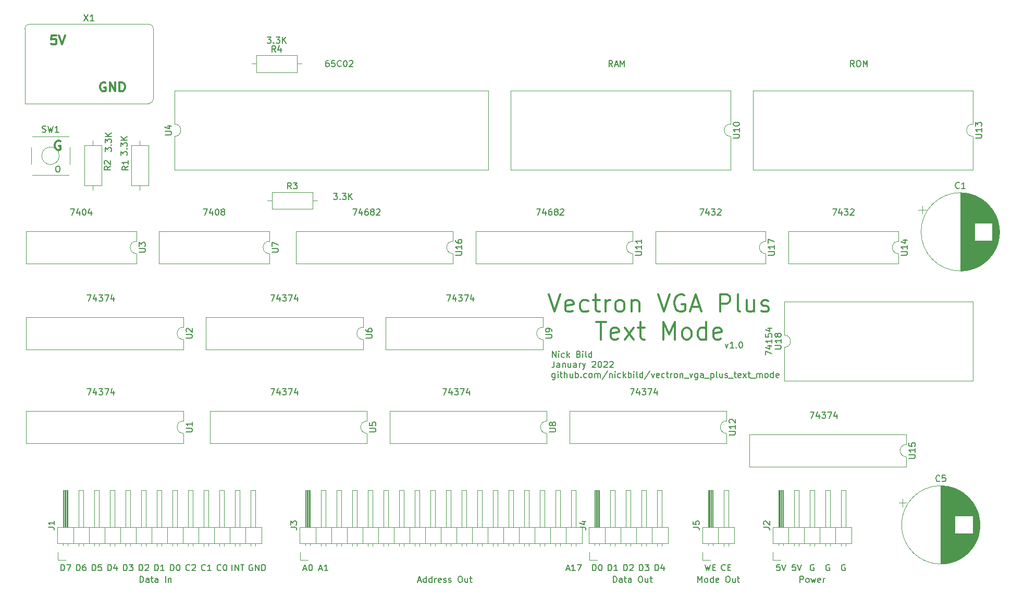
<source format=gto>
%TF.GenerationSoftware,KiCad,Pcbnew,5.1.12-84ad8e8a86~92~ubuntu18.04.1*%
%TF.CreationDate,2022-01-22T16:21:03-05:00*%
%TF.ProjectId,kicad,6b696361-642e-46b6-9963-61645f706362,rev?*%
%TF.SameCoordinates,Original*%
%TF.FileFunction,Legend,Top*%
%TF.FilePolarity,Positive*%
%FSLAX46Y46*%
G04 Gerber Fmt 4.6, Leading zero omitted, Abs format (unit mm)*
G04 Created by KiCad (PCBNEW 5.1.12-84ad8e8a86~92~ubuntu18.04.1) date 2022-01-22 16:21:03*
%MOMM*%
%LPD*%
G01*
G04 APERTURE LIST*
%ADD10C,0.150000*%
%ADD11C,0.300000*%
%ADD12C,0.120000*%
%ADD13O,1.600000X1.600000*%
%ADD14R,1.600000X1.600000*%
%ADD15C,1.600000*%
%ADD16C,1.700000*%
%ADD17O,1.700000X1.700000*%
%ADD18R,1.700000X1.700000*%
%ADD19C,2.400000*%
%ADD20R,2.400000X2.400000*%
G04 APERTURE END LIST*
D10*
X212566428Y-107100714D02*
X212804523Y-107767380D01*
X213042619Y-107100714D01*
X213947380Y-107767380D02*
X213375952Y-107767380D01*
X213661666Y-107767380D02*
X213661666Y-106767380D01*
X213566428Y-106910238D01*
X213471190Y-107005476D01*
X213375952Y-107053095D01*
X214375952Y-107672142D02*
X214423571Y-107719761D01*
X214375952Y-107767380D01*
X214328333Y-107719761D01*
X214375952Y-107672142D01*
X214375952Y-107767380D01*
X215042619Y-106767380D02*
X215137857Y-106767380D01*
X215233095Y-106815000D01*
X215280714Y-106862619D01*
X215328333Y-106957857D01*
X215375952Y-107148333D01*
X215375952Y-107386428D01*
X215328333Y-107576904D01*
X215280714Y-107672142D01*
X215233095Y-107719761D01*
X215137857Y-107767380D01*
X215042619Y-107767380D01*
X214947380Y-107719761D01*
X214899761Y-107672142D01*
X214852142Y-107576904D01*
X214804523Y-107386428D01*
X214804523Y-107148333D01*
X214852142Y-106957857D01*
X214899761Y-106862619D01*
X214947380Y-106815000D01*
X215042619Y-106767380D01*
X184485595Y-109292380D02*
X184485595Y-108292380D01*
X185057023Y-109292380D01*
X185057023Y-108292380D01*
X185533214Y-109292380D02*
X185533214Y-108625714D01*
X185533214Y-108292380D02*
X185485595Y-108340000D01*
X185533214Y-108387619D01*
X185580833Y-108340000D01*
X185533214Y-108292380D01*
X185533214Y-108387619D01*
X186437976Y-109244761D02*
X186342738Y-109292380D01*
X186152261Y-109292380D01*
X186057023Y-109244761D01*
X186009404Y-109197142D01*
X185961785Y-109101904D01*
X185961785Y-108816190D01*
X186009404Y-108720952D01*
X186057023Y-108673333D01*
X186152261Y-108625714D01*
X186342738Y-108625714D01*
X186437976Y-108673333D01*
X186866547Y-109292380D02*
X186866547Y-108292380D01*
X186961785Y-108911428D02*
X187247500Y-109292380D01*
X187247500Y-108625714D02*
X186866547Y-109006666D01*
X188771309Y-108768571D02*
X188914166Y-108816190D01*
X188961785Y-108863809D01*
X189009404Y-108959047D01*
X189009404Y-109101904D01*
X188961785Y-109197142D01*
X188914166Y-109244761D01*
X188818928Y-109292380D01*
X188437976Y-109292380D01*
X188437976Y-108292380D01*
X188771309Y-108292380D01*
X188866547Y-108340000D01*
X188914166Y-108387619D01*
X188961785Y-108482857D01*
X188961785Y-108578095D01*
X188914166Y-108673333D01*
X188866547Y-108720952D01*
X188771309Y-108768571D01*
X188437976Y-108768571D01*
X189437976Y-109292380D02*
X189437976Y-108625714D01*
X189437976Y-108292380D02*
X189390357Y-108340000D01*
X189437976Y-108387619D01*
X189485595Y-108340000D01*
X189437976Y-108292380D01*
X189437976Y-108387619D01*
X190057023Y-109292380D02*
X189961785Y-109244761D01*
X189914166Y-109149523D01*
X189914166Y-108292380D01*
X190866547Y-109292380D02*
X190866547Y-108292380D01*
X190866547Y-109244761D02*
X190771309Y-109292380D01*
X190580833Y-109292380D01*
X190485595Y-109244761D01*
X190437976Y-109197142D01*
X190390357Y-109101904D01*
X190390357Y-108816190D01*
X190437976Y-108720952D01*
X190485595Y-108673333D01*
X190580833Y-108625714D01*
X190771309Y-108625714D01*
X190866547Y-108673333D01*
X184771309Y-109942380D02*
X184771309Y-110656666D01*
X184723690Y-110799523D01*
X184628452Y-110894761D01*
X184485595Y-110942380D01*
X184390357Y-110942380D01*
X185676071Y-110942380D02*
X185676071Y-110418571D01*
X185628452Y-110323333D01*
X185533214Y-110275714D01*
X185342738Y-110275714D01*
X185247500Y-110323333D01*
X185676071Y-110894761D02*
X185580833Y-110942380D01*
X185342738Y-110942380D01*
X185247500Y-110894761D01*
X185199880Y-110799523D01*
X185199880Y-110704285D01*
X185247500Y-110609047D01*
X185342738Y-110561428D01*
X185580833Y-110561428D01*
X185676071Y-110513809D01*
X186152261Y-110275714D02*
X186152261Y-110942380D01*
X186152261Y-110370952D02*
X186199880Y-110323333D01*
X186295119Y-110275714D01*
X186437976Y-110275714D01*
X186533214Y-110323333D01*
X186580833Y-110418571D01*
X186580833Y-110942380D01*
X187485595Y-110275714D02*
X187485595Y-110942380D01*
X187057023Y-110275714D02*
X187057023Y-110799523D01*
X187104642Y-110894761D01*
X187199880Y-110942380D01*
X187342738Y-110942380D01*
X187437976Y-110894761D01*
X187485595Y-110847142D01*
X188390357Y-110942380D02*
X188390357Y-110418571D01*
X188342738Y-110323333D01*
X188247500Y-110275714D01*
X188057023Y-110275714D01*
X187961785Y-110323333D01*
X188390357Y-110894761D02*
X188295119Y-110942380D01*
X188057023Y-110942380D01*
X187961785Y-110894761D01*
X187914166Y-110799523D01*
X187914166Y-110704285D01*
X187961785Y-110609047D01*
X188057023Y-110561428D01*
X188295119Y-110561428D01*
X188390357Y-110513809D01*
X188866547Y-110942380D02*
X188866547Y-110275714D01*
X188866547Y-110466190D02*
X188914166Y-110370952D01*
X188961785Y-110323333D01*
X189057023Y-110275714D01*
X189152261Y-110275714D01*
X189390357Y-110275714D02*
X189628452Y-110942380D01*
X189866547Y-110275714D02*
X189628452Y-110942380D01*
X189533214Y-111180476D01*
X189485595Y-111228095D01*
X189390357Y-111275714D01*
X190961785Y-110037619D02*
X191009404Y-109990000D01*
X191104642Y-109942380D01*
X191342738Y-109942380D01*
X191437976Y-109990000D01*
X191485595Y-110037619D01*
X191533214Y-110132857D01*
X191533214Y-110228095D01*
X191485595Y-110370952D01*
X190914166Y-110942380D01*
X191533214Y-110942380D01*
X192152261Y-109942380D02*
X192247500Y-109942380D01*
X192342738Y-109990000D01*
X192390357Y-110037619D01*
X192437976Y-110132857D01*
X192485595Y-110323333D01*
X192485595Y-110561428D01*
X192437976Y-110751904D01*
X192390357Y-110847142D01*
X192342738Y-110894761D01*
X192247500Y-110942380D01*
X192152261Y-110942380D01*
X192057023Y-110894761D01*
X192009404Y-110847142D01*
X191961785Y-110751904D01*
X191914166Y-110561428D01*
X191914166Y-110323333D01*
X191961785Y-110132857D01*
X192009404Y-110037619D01*
X192057023Y-109990000D01*
X192152261Y-109942380D01*
X192866547Y-110037619D02*
X192914166Y-109990000D01*
X193009404Y-109942380D01*
X193247500Y-109942380D01*
X193342738Y-109990000D01*
X193390357Y-110037619D01*
X193437976Y-110132857D01*
X193437976Y-110228095D01*
X193390357Y-110370952D01*
X192818928Y-110942380D01*
X193437976Y-110942380D01*
X193818928Y-110037619D02*
X193866547Y-109990000D01*
X193961785Y-109942380D01*
X194199880Y-109942380D01*
X194295119Y-109990000D01*
X194342738Y-110037619D01*
X194390357Y-110132857D01*
X194390357Y-110228095D01*
X194342738Y-110370952D01*
X193771309Y-110942380D01*
X194390357Y-110942380D01*
X184914166Y-111925714D02*
X184914166Y-112735238D01*
X184866547Y-112830476D01*
X184818928Y-112878095D01*
X184723690Y-112925714D01*
X184580833Y-112925714D01*
X184485595Y-112878095D01*
X184914166Y-112544761D02*
X184818928Y-112592380D01*
X184628452Y-112592380D01*
X184533214Y-112544761D01*
X184485595Y-112497142D01*
X184437976Y-112401904D01*
X184437976Y-112116190D01*
X184485595Y-112020952D01*
X184533214Y-111973333D01*
X184628452Y-111925714D01*
X184818928Y-111925714D01*
X184914166Y-111973333D01*
X185390357Y-112592380D02*
X185390357Y-111925714D01*
X185390357Y-111592380D02*
X185342738Y-111640000D01*
X185390357Y-111687619D01*
X185437976Y-111640000D01*
X185390357Y-111592380D01*
X185390357Y-111687619D01*
X185723690Y-111925714D02*
X186104642Y-111925714D01*
X185866547Y-111592380D02*
X185866547Y-112449523D01*
X185914166Y-112544761D01*
X186009404Y-112592380D01*
X186104642Y-112592380D01*
X186437976Y-112592380D02*
X186437976Y-111592380D01*
X186866547Y-112592380D02*
X186866547Y-112068571D01*
X186818928Y-111973333D01*
X186723690Y-111925714D01*
X186580833Y-111925714D01*
X186485595Y-111973333D01*
X186437976Y-112020952D01*
X187771309Y-111925714D02*
X187771309Y-112592380D01*
X187342738Y-111925714D02*
X187342738Y-112449523D01*
X187390357Y-112544761D01*
X187485595Y-112592380D01*
X187628452Y-112592380D01*
X187723690Y-112544761D01*
X187771309Y-112497142D01*
X188247500Y-112592380D02*
X188247500Y-111592380D01*
X188247500Y-111973333D02*
X188342738Y-111925714D01*
X188533214Y-111925714D01*
X188628452Y-111973333D01*
X188676071Y-112020952D01*
X188723690Y-112116190D01*
X188723690Y-112401904D01*
X188676071Y-112497142D01*
X188628452Y-112544761D01*
X188533214Y-112592380D01*
X188342738Y-112592380D01*
X188247500Y-112544761D01*
X189152261Y-112497142D02*
X189199880Y-112544761D01*
X189152261Y-112592380D01*
X189104642Y-112544761D01*
X189152261Y-112497142D01*
X189152261Y-112592380D01*
X190057023Y-112544761D02*
X189961785Y-112592380D01*
X189771309Y-112592380D01*
X189676071Y-112544761D01*
X189628452Y-112497142D01*
X189580833Y-112401904D01*
X189580833Y-112116190D01*
X189628452Y-112020952D01*
X189676071Y-111973333D01*
X189771309Y-111925714D01*
X189961785Y-111925714D01*
X190057023Y-111973333D01*
X190628452Y-112592380D02*
X190533214Y-112544761D01*
X190485595Y-112497142D01*
X190437976Y-112401904D01*
X190437976Y-112116190D01*
X190485595Y-112020952D01*
X190533214Y-111973333D01*
X190628452Y-111925714D01*
X190771309Y-111925714D01*
X190866547Y-111973333D01*
X190914166Y-112020952D01*
X190961785Y-112116190D01*
X190961785Y-112401904D01*
X190914166Y-112497142D01*
X190866547Y-112544761D01*
X190771309Y-112592380D01*
X190628452Y-112592380D01*
X191390357Y-112592380D02*
X191390357Y-111925714D01*
X191390357Y-112020952D02*
X191437976Y-111973333D01*
X191533214Y-111925714D01*
X191676071Y-111925714D01*
X191771309Y-111973333D01*
X191818928Y-112068571D01*
X191818928Y-112592380D01*
X191818928Y-112068571D02*
X191866547Y-111973333D01*
X191961785Y-111925714D01*
X192104642Y-111925714D01*
X192199880Y-111973333D01*
X192247500Y-112068571D01*
X192247500Y-112592380D01*
X193437976Y-111544761D02*
X192580833Y-112830476D01*
X193771309Y-111925714D02*
X193771309Y-112592380D01*
X193771309Y-112020952D02*
X193818928Y-111973333D01*
X193914166Y-111925714D01*
X194057023Y-111925714D01*
X194152261Y-111973333D01*
X194199880Y-112068571D01*
X194199880Y-112592380D01*
X194676071Y-112592380D02*
X194676071Y-111925714D01*
X194676071Y-111592380D02*
X194628452Y-111640000D01*
X194676071Y-111687619D01*
X194723690Y-111640000D01*
X194676071Y-111592380D01*
X194676071Y-111687619D01*
X195580833Y-112544761D02*
X195485595Y-112592380D01*
X195295119Y-112592380D01*
X195199880Y-112544761D01*
X195152261Y-112497142D01*
X195104642Y-112401904D01*
X195104642Y-112116190D01*
X195152261Y-112020952D01*
X195199880Y-111973333D01*
X195295119Y-111925714D01*
X195485595Y-111925714D01*
X195580833Y-111973333D01*
X196009404Y-112592380D02*
X196009404Y-111592380D01*
X196104642Y-112211428D02*
X196390357Y-112592380D01*
X196390357Y-111925714D02*
X196009404Y-112306666D01*
X196818928Y-112592380D02*
X196818928Y-111592380D01*
X196818928Y-111973333D02*
X196914166Y-111925714D01*
X197104642Y-111925714D01*
X197199880Y-111973333D01*
X197247500Y-112020952D01*
X197295119Y-112116190D01*
X197295119Y-112401904D01*
X197247500Y-112497142D01*
X197199880Y-112544761D01*
X197104642Y-112592380D01*
X196914166Y-112592380D01*
X196818928Y-112544761D01*
X197723690Y-112592380D02*
X197723690Y-111925714D01*
X197723690Y-111592380D02*
X197676071Y-111640000D01*
X197723690Y-111687619D01*
X197771309Y-111640000D01*
X197723690Y-111592380D01*
X197723690Y-111687619D01*
X198342738Y-112592380D02*
X198247500Y-112544761D01*
X198199880Y-112449523D01*
X198199880Y-111592380D01*
X199152261Y-112592380D02*
X199152261Y-111592380D01*
X199152261Y-112544761D02*
X199057023Y-112592380D01*
X198866547Y-112592380D01*
X198771309Y-112544761D01*
X198723690Y-112497142D01*
X198676071Y-112401904D01*
X198676071Y-112116190D01*
X198723690Y-112020952D01*
X198771309Y-111973333D01*
X198866547Y-111925714D01*
X199057023Y-111925714D01*
X199152261Y-111973333D01*
X200342738Y-111544761D02*
X199485595Y-112830476D01*
X200580833Y-111925714D02*
X200818928Y-112592380D01*
X201057023Y-111925714D01*
X201818928Y-112544761D02*
X201723690Y-112592380D01*
X201533214Y-112592380D01*
X201437976Y-112544761D01*
X201390357Y-112449523D01*
X201390357Y-112068571D01*
X201437976Y-111973333D01*
X201533214Y-111925714D01*
X201723690Y-111925714D01*
X201818928Y-111973333D01*
X201866547Y-112068571D01*
X201866547Y-112163809D01*
X201390357Y-112259047D01*
X202723690Y-112544761D02*
X202628452Y-112592380D01*
X202437976Y-112592380D01*
X202342738Y-112544761D01*
X202295119Y-112497142D01*
X202247500Y-112401904D01*
X202247500Y-112116190D01*
X202295119Y-112020952D01*
X202342738Y-111973333D01*
X202437976Y-111925714D01*
X202628452Y-111925714D01*
X202723690Y-111973333D01*
X203009404Y-111925714D02*
X203390357Y-111925714D01*
X203152261Y-111592380D02*
X203152261Y-112449523D01*
X203199880Y-112544761D01*
X203295119Y-112592380D01*
X203390357Y-112592380D01*
X203723690Y-112592380D02*
X203723690Y-111925714D01*
X203723690Y-112116190D02*
X203771309Y-112020952D01*
X203818928Y-111973333D01*
X203914166Y-111925714D01*
X204009404Y-111925714D01*
X204485595Y-112592380D02*
X204390357Y-112544761D01*
X204342738Y-112497142D01*
X204295119Y-112401904D01*
X204295119Y-112116190D01*
X204342738Y-112020952D01*
X204390357Y-111973333D01*
X204485595Y-111925714D01*
X204628452Y-111925714D01*
X204723690Y-111973333D01*
X204771309Y-112020952D01*
X204818928Y-112116190D01*
X204818928Y-112401904D01*
X204771309Y-112497142D01*
X204723690Y-112544761D01*
X204628452Y-112592380D01*
X204485595Y-112592380D01*
X205247500Y-111925714D02*
X205247500Y-112592380D01*
X205247500Y-112020952D02*
X205295119Y-111973333D01*
X205390357Y-111925714D01*
X205533214Y-111925714D01*
X205628452Y-111973333D01*
X205676071Y-112068571D01*
X205676071Y-112592380D01*
X205914166Y-112687619D02*
X206676071Y-112687619D01*
X206818928Y-111925714D02*
X207057023Y-112592380D01*
X207295119Y-111925714D01*
X208104642Y-111925714D02*
X208104642Y-112735238D01*
X208057023Y-112830476D01*
X208009404Y-112878095D01*
X207914166Y-112925714D01*
X207771309Y-112925714D01*
X207676071Y-112878095D01*
X208104642Y-112544761D02*
X208009404Y-112592380D01*
X207818928Y-112592380D01*
X207723690Y-112544761D01*
X207676071Y-112497142D01*
X207628452Y-112401904D01*
X207628452Y-112116190D01*
X207676071Y-112020952D01*
X207723690Y-111973333D01*
X207818928Y-111925714D01*
X208009404Y-111925714D01*
X208104642Y-111973333D01*
X209009404Y-112592380D02*
X209009404Y-112068571D01*
X208961785Y-111973333D01*
X208866547Y-111925714D01*
X208676071Y-111925714D01*
X208580833Y-111973333D01*
X209009404Y-112544761D02*
X208914166Y-112592380D01*
X208676071Y-112592380D01*
X208580833Y-112544761D01*
X208533214Y-112449523D01*
X208533214Y-112354285D01*
X208580833Y-112259047D01*
X208676071Y-112211428D01*
X208914166Y-112211428D01*
X209009404Y-112163809D01*
X209247500Y-112687619D02*
X210009404Y-112687619D01*
X210247500Y-111925714D02*
X210247500Y-112925714D01*
X210247500Y-111973333D02*
X210342738Y-111925714D01*
X210533214Y-111925714D01*
X210628452Y-111973333D01*
X210676071Y-112020952D01*
X210723690Y-112116190D01*
X210723690Y-112401904D01*
X210676071Y-112497142D01*
X210628452Y-112544761D01*
X210533214Y-112592380D01*
X210342738Y-112592380D01*
X210247500Y-112544761D01*
X211295119Y-112592380D02*
X211199880Y-112544761D01*
X211152261Y-112449523D01*
X211152261Y-111592380D01*
X212104642Y-111925714D02*
X212104642Y-112592380D01*
X211676071Y-111925714D02*
X211676071Y-112449523D01*
X211723690Y-112544761D01*
X211818928Y-112592380D01*
X211961785Y-112592380D01*
X212057023Y-112544761D01*
X212104642Y-112497142D01*
X212533214Y-112544761D02*
X212628452Y-112592380D01*
X212818928Y-112592380D01*
X212914166Y-112544761D01*
X212961785Y-112449523D01*
X212961785Y-112401904D01*
X212914166Y-112306666D01*
X212818928Y-112259047D01*
X212676071Y-112259047D01*
X212580833Y-112211428D01*
X212533214Y-112116190D01*
X212533214Y-112068571D01*
X212580833Y-111973333D01*
X212676071Y-111925714D01*
X212818928Y-111925714D01*
X212914166Y-111973333D01*
X213152261Y-112687619D02*
X213914166Y-112687619D01*
X214009404Y-111925714D02*
X214390357Y-111925714D01*
X214152261Y-111592380D02*
X214152261Y-112449523D01*
X214199880Y-112544761D01*
X214295119Y-112592380D01*
X214390357Y-112592380D01*
X215104642Y-112544761D02*
X215009404Y-112592380D01*
X214818928Y-112592380D01*
X214723690Y-112544761D01*
X214676071Y-112449523D01*
X214676071Y-112068571D01*
X214723690Y-111973333D01*
X214818928Y-111925714D01*
X215009404Y-111925714D01*
X215104642Y-111973333D01*
X215152261Y-112068571D01*
X215152261Y-112163809D01*
X214676071Y-112259047D01*
X215485595Y-112592380D02*
X216009404Y-111925714D01*
X215485595Y-111925714D02*
X216009404Y-112592380D01*
X216247500Y-111925714D02*
X216628452Y-111925714D01*
X216390357Y-111592380D02*
X216390357Y-112449523D01*
X216437976Y-112544761D01*
X216533214Y-112592380D01*
X216628452Y-112592380D01*
X216723690Y-112687619D02*
X217485595Y-112687619D01*
X217723690Y-112592380D02*
X217723690Y-111925714D01*
X217723690Y-112020952D02*
X217771309Y-111973333D01*
X217866547Y-111925714D01*
X218009404Y-111925714D01*
X218104642Y-111973333D01*
X218152261Y-112068571D01*
X218152261Y-112592380D01*
X218152261Y-112068571D02*
X218199880Y-111973333D01*
X218295119Y-111925714D01*
X218437976Y-111925714D01*
X218533214Y-111973333D01*
X218580833Y-112068571D01*
X218580833Y-112592380D01*
X219199880Y-112592380D02*
X219104642Y-112544761D01*
X219057023Y-112497142D01*
X219009404Y-112401904D01*
X219009404Y-112116190D01*
X219057023Y-112020952D01*
X219104642Y-111973333D01*
X219199880Y-111925714D01*
X219342738Y-111925714D01*
X219437976Y-111973333D01*
X219485595Y-112020952D01*
X219533214Y-112116190D01*
X219533214Y-112401904D01*
X219485595Y-112497142D01*
X219437976Y-112544761D01*
X219342738Y-112592380D01*
X219199880Y-112592380D01*
X220390357Y-112592380D02*
X220390357Y-111592380D01*
X220390357Y-112544761D02*
X220295119Y-112592380D01*
X220104642Y-112592380D01*
X220009404Y-112544761D01*
X219961785Y-112497142D01*
X219914166Y-112401904D01*
X219914166Y-112116190D01*
X219961785Y-112020952D01*
X220009404Y-111973333D01*
X220104642Y-111925714D01*
X220295119Y-111925714D01*
X220390357Y-111973333D01*
X221247499Y-112544761D02*
X221152261Y-112592380D01*
X220961785Y-112592380D01*
X220866547Y-112544761D01*
X220818928Y-112449523D01*
X220818928Y-112068571D01*
X220866547Y-111973333D01*
X220961785Y-111925714D01*
X221152261Y-111925714D01*
X221247499Y-111973333D01*
X221295119Y-112068571D01*
X221295119Y-112163809D01*
X220818928Y-112259047D01*
D11*
X183930000Y-99086666D02*
X184863333Y-101886666D01*
X185796666Y-99086666D01*
X187796666Y-101753333D02*
X187530000Y-101886666D01*
X186996666Y-101886666D01*
X186730000Y-101753333D01*
X186596666Y-101486666D01*
X186596666Y-100420000D01*
X186730000Y-100153333D01*
X186996666Y-100020000D01*
X187530000Y-100020000D01*
X187796666Y-100153333D01*
X187930000Y-100420000D01*
X187930000Y-100686666D01*
X186596666Y-100953333D01*
X190330000Y-101753333D02*
X190063333Y-101886666D01*
X189530000Y-101886666D01*
X189263333Y-101753333D01*
X189130000Y-101620000D01*
X188996666Y-101353333D01*
X188996666Y-100553333D01*
X189130000Y-100286666D01*
X189263333Y-100153333D01*
X189530000Y-100020000D01*
X190063333Y-100020000D01*
X190330000Y-100153333D01*
X191130000Y-100020000D02*
X192196666Y-100020000D01*
X191530000Y-99086666D02*
X191530000Y-101486666D01*
X191663333Y-101753333D01*
X191930000Y-101886666D01*
X192196666Y-101886666D01*
X193130000Y-101886666D02*
X193130000Y-100020000D01*
X193130000Y-100553333D02*
X193263333Y-100286666D01*
X193396666Y-100153333D01*
X193663333Y-100020000D01*
X193930000Y-100020000D01*
X195263333Y-101886666D02*
X194996666Y-101753333D01*
X194863333Y-101620000D01*
X194730000Y-101353333D01*
X194730000Y-100553333D01*
X194863333Y-100286666D01*
X194996666Y-100153333D01*
X195263333Y-100020000D01*
X195663333Y-100020000D01*
X195930000Y-100153333D01*
X196063333Y-100286666D01*
X196196666Y-100553333D01*
X196196666Y-101353333D01*
X196063333Y-101620000D01*
X195930000Y-101753333D01*
X195663333Y-101886666D01*
X195263333Y-101886666D01*
X197396666Y-100020000D02*
X197396666Y-101886666D01*
X197396666Y-100286666D02*
X197530000Y-100153333D01*
X197796666Y-100020000D01*
X198196666Y-100020000D01*
X198463333Y-100153333D01*
X198596666Y-100420000D01*
X198596666Y-101886666D01*
X201663333Y-99086666D02*
X202596666Y-101886666D01*
X203530000Y-99086666D01*
X205930000Y-99220000D02*
X205663333Y-99086666D01*
X205263333Y-99086666D01*
X204863333Y-99220000D01*
X204596666Y-99486666D01*
X204463333Y-99753333D01*
X204330000Y-100286666D01*
X204330000Y-100686666D01*
X204463333Y-101220000D01*
X204596666Y-101486666D01*
X204863333Y-101753333D01*
X205263333Y-101886666D01*
X205530000Y-101886666D01*
X205930000Y-101753333D01*
X206063333Y-101620000D01*
X206063333Y-100686666D01*
X205530000Y-100686666D01*
X207130000Y-101086666D02*
X208463333Y-101086666D01*
X206863333Y-101886666D02*
X207796666Y-99086666D01*
X208730000Y-101886666D01*
X211796666Y-101886666D02*
X211796666Y-99086666D01*
X212863333Y-99086666D01*
X213130000Y-99220000D01*
X213263333Y-99353333D01*
X213396666Y-99620000D01*
X213396666Y-100020000D01*
X213263333Y-100286666D01*
X213130000Y-100420000D01*
X212863333Y-100553333D01*
X211796666Y-100553333D01*
X214996666Y-101886666D02*
X214730000Y-101753333D01*
X214596666Y-101486666D01*
X214596666Y-99086666D01*
X217263333Y-100020000D02*
X217263333Y-101886666D01*
X216063333Y-100020000D02*
X216063333Y-101486666D01*
X216196666Y-101753333D01*
X216463333Y-101886666D01*
X216863333Y-101886666D01*
X217130000Y-101753333D01*
X217263333Y-101620000D01*
X218463333Y-101753333D02*
X218730000Y-101886666D01*
X219263333Y-101886666D01*
X219530000Y-101753333D01*
X219663333Y-101486666D01*
X219663333Y-101353333D01*
X219530000Y-101086666D01*
X219263333Y-100953333D01*
X218863333Y-100953333D01*
X218596666Y-100820000D01*
X218463333Y-100553333D01*
X218463333Y-100420000D01*
X218596666Y-100153333D01*
X218863333Y-100020000D01*
X219263333Y-100020000D01*
X219530000Y-100153333D01*
X191596666Y-103586666D02*
X193196666Y-103586666D01*
X192396666Y-106386666D02*
X192396666Y-103586666D01*
X195196666Y-106253333D02*
X194930000Y-106386666D01*
X194396666Y-106386666D01*
X194130000Y-106253333D01*
X193996666Y-105986666D01*
X193996666Y-104920000D01*
X194130000Y-104653333D01*
X194396666Y-104520000D01*
X194930000Y-104520000D01*
X195196666Y-104653333D01*
X195330000Y-104920000D01*
X195330000Y-105186666D01*
X193996666Y-105453333D01*
X196263333Y-106386666D02*
X197730000Y-104520000D01*
X196263333Y-104520000D02*
X197730000Y-106386666D01*
X198396666Y-104520000D02*
X199463333Y-104520000D01*
X198796666Y-103586666D02*
X198796666Y-105986666D01*
X198930000Y-106253333D01*
X199196666Y-106386666D01*
X199463333Y-106386666D01*
X202530000Y-106386666D02*
X202530000Y-103586666D01*
X203463333Y-105586666D01*
X204396666Y-103586666D01*
X204396666Y-106386666D01*
X206130000Y-106386666D02*
X205863333Y-106253333D01*
X205730000Y-106120000D01*
X205596666Y-105853333D01*
X205596666Y-105053333D01*
X205730000Y-104786666D01*
X205863333Y-104653333D01*
X206130000Y-104520000D01*
X206530000Y-104520000D01*
X206796666Y-104653333D01*
X206930000Y-104786666D01*
X207063333Y-105053333D01*
X207063333Y-105853333D01*
X206930000Y-106120000D01*
X206796666Y-106253333D01*
X206530000Y-106386666D01*
X206130000Y-106386666D01*
X209463333Y-106386666D02*
X209463333Y-103586666D01*
X209463333Y-106253333D02*
X209196666Y-106386666D01*
X208663333Y-106386666D01*
X208396666Y-106253333D01*
X208263333Y-106120000D01*
X208130000Y-105853333D01*
X208130000Y-105053333D01*
X208263333Y-104786666D01*
X208396666Y-104653333D01*
X208663333Y-104520000D01*
X209196666Y-104520000D01*
X209463333Y-104653333D01*
X211863333Y-106253333D02*
X211596666Y-106386666D01*
X211063333Y-106386666D01*
X210796666Y-106253333D01*
X210663333Y-105986666D01*
X210663333Y-104920000D01*
X210796666Y-104653333D01*
X211063333Y-104520000D01*
X211596666Y-104520000D01*
X211863333Y-104653333D01*
X211996666Y-104920000D01*
X211996666Y-105186666D01*
X210663333Y-105453333D01*
D10*
X224718809Y-145867380D02*
X224718809Y-144867380D01*
X225099761Y-144867380D01*
X225195000Y-144915000D01*
X225242619Y-144962619D01*
X225290238Y-145057857D01*
X225290238Y-145200714D01*
X225242619Y-145295952D01*
X225195000Y-145343571D01*
X225099761Y-145391190D01*
X224718809Y-145391190D01*
X225861666Y-145867380D02*
X225766428Y-145819761D01*
X225718809Y-145772142D01*
X225671190Y-145676904D01*
X225671190Y-145391190D01*
X225718809Y-145295952D01*
X225766428Y-145248333D01*
X225861666Y-145200714D01*
X226004523Y-145200714D01*
X226099761Y-145248333D01*
X226147380Y-145295952D01*
X226195000Y-145391190D01*
X226195000Y-145676904D01*
X226147380Y-145772142D01*
X226099761Y-145819761D01*
X226004523Y-145867380D01*
X225861666Y-145867380D01*
X226528333Y-145200714D02*
X226718809Y-145867380D01*
X226909285Y-145391190D01*
X227099761Y-145867380D01*
X227290238Y-145200714D01*
X228052142Y-145819761D02*
X227956904Y-145867380D01*
X227766428Y-145867380D01*
X227671190Y-145819761D01*
X227623571Y-145724523D01*
X227623571Y-145343571D01*
X227671190Y-145248333D01*
X227766428Y-145200714D01*
X227956904Y-145200714D01*
X228052142Y-145248333D01*
X228099761Y-145343571D01*
X228099761Y-145438809D01*
X227623571Y-145534047D01*
X228528333Y-145867380D02*
X228528333Y-145200714D01*
X228528333Y-145391190D02*
X228575952Y-145295952D01*
X228623571Y-145248333D01*
X228718809Y-145200714D01*
X228814047Y-145200714D01*
X232036904Y-143010000D02*
X231941666Y-142962380D01*
X231798809Y-142962380D01*
X231655952Y-143010000D01*
X231560714Y-143105238D01*
X231513095Y-143200476D01*
X231465476Y-143390952D01*
X231465476Y-143533809D01*
X231513095Y-143724285D01*
X231560714Y-143819523D01*
X231655952Y-143914761D01*
X231798809Y-143962380D01*
X231894047Y-143962380D01*
X232036904Y-143914761D01*
X232084523Y-143867142D01*
X232084523Y-143533809D01*
X231894047Y-143533809D01*
X229496904Y-143010000D02*
X229401666Y-142962380D01*
X229258809Y-142962380D01*
X229115952Y-143010000D01*
X229020714Y-143105238D01*
X228973095Y-143200476D01*
X228925476Y-143390952D01*
X228925476Y-143533809D01*
X228973095Y-143724285D01*
X229020714Y-143819523D01*
X229115952Y-143914761D01*
X229258809Y-143962380D01*
X229354047Y-143962380D01*
X229496904Y-143914761D01*
X229544523Y-143867142D01*
X229544523Y-143533809D01*
X229354047Y-143533809D01*
X226956904Y-143010000D02*
X226861666Y-142962380D01*
X226718809Y-142962380D01*
X226575952Y-143010000D01*
X226480714Y-143105238D01*
X226433095Y-143200476D01*
X226385476Y-143390952D01*
X226385476Y-143533809D01*
X226433095Y-143724285D01*
X226480714Y-143819523D01*
X226575952Y-143914761D01*
X226718809Y-143962380D01*
X226814047Y-143962380D01*
X226956904Y-143914761D01*
X227004523Y-143867142D01*
X227004523Y-143533809D01*
X226814047Y-143533809D01*
X223964523Y-142962380D02*
X223488333Y-142962380D01*
X223440714Y-143438571D01*
X223488333Y-143390952D01*
X223583571Y-143343333D01*
X223821666Y-143343333D01*
X223916904Y-143390952D01*
X223964523Y-143438571D01*
X224012142Y-143533809D01*
X224012142Y-143771904D01*
X223964523Y-143867142D01*
X223916904Y-143914761D01*
X223821666Y-143962380D01*
X223583571Y-143962380D01*
X223488333Y-143914761D01*
X223440714Y-143867142D01*
X224297857Y-142962380D02*
X224631190Y-143962380D01*
X224964523Y-142962380D01*
X221424523Y-142962380D02*
X220948333Y-142962380D01*
X220900714Y-143438571D01*
X220948333Y-143390952D01*
X221043571Y-143343333D01*
X221281666Y-143343333D01*
X221376904Y-143390952D01*
X221424523Y-143438571D01*
X221472142Y-143533809D01*
X221472142Y-143771904D01*
X221424523Y-143867142D01*
X221376904Y-143914761D01*
X221281666Y-143962380D01*
X221043571Y-143962380D01*
X220948333Y-143914761D01*
X220900714Y-143867142D01*
X221757857Y-142962380D02*
X222091190Y-143962380D01*
X222424523Y-142962380D01*
X208145476Y-145867380D02*
X208145476Y-144867380D01*
X208478809Y-145581666D01*
X208812142Y-144867380D01*
X208812142Y-145867380D01*
X209431190Y-145867380D02*
X209335952Y-145819761D01*
X209288333Y-145772142D01*
X209240714Y-145676904D01*
X209240714Y-145391190D01*
X209288333Y-145295952D01*
X209335952Y-145248333D01*
X209431190Y-145200714D01*
X209574047Y-145200714D01*
X209669285Y-145248333D01*
X209716904Y-145295952D01*
X209764523Y-145391190D01*
X209764523Y-145676904D01*
X209716904Y-145772142D01*
X209669285Y-145819761D01*
X209574047Y-145867380D01*
X209431190Y-145867380D01*
X210621666Y-145867380D02*
X210621666Y-144867380D01*
X210621666Y-145819761D02*
X210526428Y-145867380D01*
X210335952Y-145867380D01*
X210240714Y-145819761D01*
X210193095Y-145772142D01*
X210145476Y-145676904D01*
X210145476Y-145391190D01*
X210193095Y-145295952D01*
X210240714Y-145248333D01*
X210335952Y-145200714D01*
X210526428Y-145200714D01*
X210621666Y-145248333D01*
X211478809Y-145819761D02*
X211383571Y-145867380D01*
X211193095Y-145867380D01*
X211097857Y-145819761D01*
X211050238Y-145724523D01*
X211050238Y-145343571D01*
X211097857Y-145248333D01*
X211193095Y-145200714D01*
X211383571Y-145200714D01*
X211478809Y-145248333D01*
X211526428Y-145343571D01*
X211526428Y-145438809D01*
X211050238Y-145534047D01*
X212907380Y-144867380D02*
X213097857Y-144867380D01*
X213193095Y-144915000D01*
X213288333Y-145010238D01*
X213335952Y-145200714D01*
X213335952Y-145534047D01*
X213288333Y-145724523D01*
X213193095Y-145819761D01*
X213097857Y-145867380D01*
X212907380Y-145867380D01*
X212812142Y-145819761D01*
X212716904Y-145724523D01*
X212669285Y-145534047D01*
X212669285Y-145200714D01*
X212716904Y-145010238D01*
X212812142Y-144915000D01*
X212907380Y-144867380D01*
X214193095Y-145200714D02*
X214193095Y-145867380D01*
X213764523Y-145200714D02*
X213764523Y-145724523D01*
X213812142Y-145819761D01*
X213907380Y-145867380D01*
X214050238Y-145867380D01*
X214145476Y-145819761D01*
X214193095Y-145772142D01*
X214526428Y-145200714D02*
X214907380Y-145200714D01*
X214669285Y-144867380D02*
X214669285Y-145724523D01*
X214716904Y-145819761D01*
X214812142Y-145867380D01*
X214907380Y-145867380D01*
X212582142Y-143867142D02*
X212534523Y-143914761D01*
X212391666Y-143962380D01*
X212296428Y-143962380D01*
X212153571Y-143914761D01*
X212058333Y-143819523D01*
X212010714Y-143724285D01*
X211963095Y-143533809D01*
X211963095Y-143390952D01*
X212010714Y-143200476D01*
X212058333Y-143105238D01*
X212153571Y-143010000D01*
X212296428Y-142962380D01*
X212391666Y-142962380D01*
X212534523Y-143010000D01*
X212582142Y-143057619D01*
X213010714Y-143438571D02*
X213344047Y-143438571D01*
X213486904Y-143962380D02*
X213010714Y-143962380D01*
X213010714Y-142962380D01*
X213486904Y-142962380D01*
X209304047Y-142962380D02*
X209542142Y-143962380D01*
X209732619Y-143248095D01*
X209923095Y-143962380D01*
X210161190Y-142962380D01*
X210542142Y-143438571D02*
X210875476Y-143438571D01*
X211018333Y-143962380D02*
X210542142Y-143962380D01*
X210542142Y-142962380D01*
X211018333Y-142962380D01*
X194389761Y-145867380D02*
X194389761Y-144867380D01*
X194627857Y-144867380D01*
X194770714Y-144915000D01*
X194865952Y-145010238D01*
X194913571Y-145105476D01*
X194961190Y-145295952D01*
X194961190Y-145438809D01*
X194913571Y-145629285D01*
X194865952Y-145724523D01*
X194770714Y-145819761D01*
X194627857Y-145867380D01*
X194389761Y-145867380D01*
X195818333Y-145867380D02*
X195818333Y-145343571D01*
X195770714Y-145248333D01*
X195675476Y-145200714D01*
X195485000Y-145200714D01*
X195389761Y-145248333D01*
X195818333Y-145819761D02*
X195723095Y-145867380D01*
X195485000Y-145867380D01*
X195389761Y-145819761D01*
X195342142Y-145724523D01*
X195342142Y-145629285D01*
X195389761Y-145534047D01*
X195485000Y-145486428D01*
X195723095Y-145486428D01*
X195818333Y-145438809D01*
X196151666Y-145200714D02*
X196532619Y-145200714D01*
X196294523Y-144867380D02*
X196294523Y-145724523D01*
X196342142Y-145819761D01*
X196437380Y-145867380D01*
X196532619Y-145867380D01*
X197294523Y-145867380D02*
X197294523Y-145343571D01*
X197246904Y-145248333D01*
X197151666Y-145200714D01*
X196961190Y-145200714D01*
X196865952Y-145248333D01*
X197294523Y-145819761D02*
X197199285Y-145867380D01*
X196961190Y-145867380D01*
X196865952Y-145819761D01*
X196818333Y-145724523D01*
X196818333Y-145629285D01*
X196865952Y-145534047D01*
X196961190Y-145486428D01*
X197199285Y-145486428D01*
X197294523Y-145438809D01*
X198723095Y-144867380D02*
X198913571Y-144867380D01*
X199008809Y-144915000D01*
X199104047Y-145010238D01*
X199151666Y-145200714D01*
X199151666Y-145534047D01*
X199104047Y-145724523D01*
X199008809Y-145819761D01*
X198913571Y-145867380D01*
X198723095Y-145867380D01*
X198627857Y-145819761D01*
X198532619Y-145724523D01*
X198485000Y-145534047D01*
X198485000Y-145200714D01*
X198532619Y-145010238D01*
X198627857Y-144915000D01*
X198723095Y-144867380D01*
X200008809Y-145200714D02*
X200008809Y-145867380D01*
X199580238Y-145200714D02*
X199580238Y-145724523D01*
X199627857Y-145819761D01*
X199723095Y-145867380D01*
X199865952Y-145867380D01*
X199961190Y-145819761D01*
X200008809Y-145772142D01*
X200342142Y-145200714D02*
X200723095Y-145200714D01*
X200485000Y-144867380D02*
X200485000Y-145724523D01*
X200532619Y-145819761D01*
X200627857Y-145867380D01*
X200723095Y-145867380D01*
X201191904Y-143962380D02*
X201191904Y-142962380D01*
X201430000Y-142962380D01*
X201572857Y-143010000D01*
X201668095Y-143105238D01*
X201715714Y-143200476D01*
X201763333Y-143390952D01*
X201763333Y-143533809D01*
X201715714Y-143724285D01*
X201668095Y-143819523D01*
X201572857Y-143914761D01*
X201430000Y-143962380D01*
X201191904Y-143962380D01*
X202620476Y-143295714D02*
X202620476Y-143962380D01*
X202382380Y-142914761D02*
X202144285Y-143629047D01*
X202763333Y-143629047D01*
X198651904Y-143962380D02*
X198651904Y-142962380D01*
X198890000Y-142962380D01*
X199032857Y-143010000D01*
X199128095Y-143105238D01*
X199175714Y-143200476D01*
X199223333Y-143390952D01*
X199223333Y-143533809D01*
X199175714Y-143724285D01*
X199128095Y-143819523D01*
X199032857Y-143914761D01*
X198890000Y-143962380D01*
X198651904Y-143962380D01*
X199556666Y-142962380D02*
X200175714Y-142962380D01*
X199842380Y-143343333D01*
X199985238Y-143343333D01*
X200080476Y-143390952D01*
X200128095Y-143438571D01*
X200175714Y-143533809D01*
X200175714Y-143771904D01*
X200128095Y-143867142D01*
X200080476Y-143914761D01*
X199985238Y-143962380D01*
X199699523Y-143962380D01*
X199604285Y-143914761D01*
X199556666Y-143867142D01*
X196111904Y-143962380D02*
X196111904Y-142962380D01*
X196350000Y-142962380D01*
X196492857Y-143010000D01*
X196588095Y-143105238D01*
X196635714Y-143200476D01*
X196683333Y-143390952D01*
X196683333Y-143533809D01*
X196635714Y-143724285D01*
X196588095Y-143819523D01*
X196492857Y-143914761D01*
X196350000Y-143962380D01*
X196111904Y-143962380D01*
X197064285Y-143057619D02*
X197111904Y-143010000D01*
X197207142Y-142962380D01*
X197445238Y-142962380D01*
X197540476Y-143010000D01*
X197588095Y-143057619D01*
X197635714Y-143152857D01*
X197635714Y-143248095D01*
X197588095Y-143390952D01*
X197016666Y-143962380D01*
X197635714Y-143962380D01*
X193571904Y-143962380D02*
X193571904Y-142962380D01*
X193810000Y-142962380D01*
X193952857Y-143010000D01*
X194048095Y-143105238D01*
X194095714Y-143200476D01*
X194143333Y-143390952D01*
X194143333Y-143533809D01*
X194095714Y-143724285D01*
X194048095Y-143819523D01*
X193952857Y-143914761D01*
X193810000Y-143962380D01*
X193571904Y-143962380D01*
X195095714Y-143962380D02*
X194524285Y-143962380D01*
X194810000Y-143962380D02*
X194810000Y-142962380D01*
X194714761Y-143105238D01*
X194619523Y-143200476D01*
X194524285Y-143248095D01*
X191031904Y-143962380D02*
X191031904Y-142962380D01*
X191270000Y-142962380D01*
X191412857Y-143010000D01*
X191508095Y-143105238D01*
X191555714Y-143200476D01*
X191603333Y-143390952D01*
X191603333Y-143533809D01*
X191555714Y-143724285D01*
X191508095Y-143819523D01*
X191412857Y-143914761D01*
X191270000Y-143962380D01*
X191031904Y-143962380D01*
X192222380Y-142962380D02*
X192317619Y-142962380D01*
X192412857Y-143010000D01*
X192460476Y-143057619D01*
X192508095Y-143152857D01*
X192555714Y-143343333D01*
X192555714Y-143581428D01*
X192508095Y-143771904D01*
X192460476Y-143867142D01*
X192412857Y-143914761D01*
X192317619Y-143962380D01*
X192222380Y-143962380D01*
X192127142Y-143914761D01*
X192079523Y-143867142D01*
X192031904Y-143771904D01*
X191984285Y-143581428D01*
X191984285Y-143343333D01*
X192031904Y-143152857D01*
X192079523Y-143057619D01*
X192127142Y-143010000D01*
X192222380Y-142962380D01*
X162671666Y-145581666D02*
X163147857Y-145581666D01*
X162576428Y-145867380D02*
X162909761Y-144867380D01*
X163243095Y-145867380D01*
X164005000Y-145867380D02*
X164005000Y-144867380D01*
X164005000Y-145819761D02*
X163909761Y-145867380D01*
X163719285Y-145867380D01*
X163624047Y-145819761D01*
X163576428Y-145772142D01*
X163528809Y-145676904D01*
X163528809Y-145391190D01*
X163576428Y-145295952D01*
X163624047Y-145248333D01*
X163719285Y-145200714D01*
X163909761Y-145200714D01*
X164005000Y-145248333D01*
X164909761Y-145867380D02*
X164909761Y-144867380D01*
X164909761Y-145819761D02*
X164814523Y-145867380D01*
X164624047Y-145867380D01*
X164528809Y-145819761D01*
X164481190Y-145772142D01*
X164433571Y-145676904D01*
X164433571Y-145391190D01*
X164481190Y-145295952D01*
X164528809Y-145248333D01*
X164624047Y-145200714D01*
X164814523Y-145200714D01*
X164909761Y-145248333D01*
X165385952Y-145867380D02*
X165385952Y-145200714D01*
X165385952Y-145391190D02*
X165433571Y-145295952D01*
X165481190Y-145248333D01*
X165576428Y-145200714D01*
X165671666Y-145200714D01*
X166385952Y-145819761D02*
X166290714Y-145867380D01*
X166100238Y-145867380D01*
X166005000Y-145819761D01*
X165957380Y-145724523D01*
X165957380Y-145343571D01*
X166005000Y-145248333D01*
X166100238Y-145200714D01*
X166290714Y-145200714D01*
X166385952Y-145248333D01*
X166433571Y-145343571D01*
X166433571Y-145438809D01*
X165957380Y-145534047D01*
X166814523Y-145819761D02*
X166909761Y-145867380D01*
X167100238Y-145867380D01*
X167195476Y-145819761D01*
X167243095Y-145724523D01*
X167243095Y-145676904D01*
X167195476Y-145581666D01*
X167100238Y-145534047D01*
X166957380Y-145534047D01*
X166862142Y-145486428D01*
X166814523Y-145391190D01*
X166814523Y-145343571D01*
X166862142Y-145248333D01*
X166957380Y-145200714D01*
X167100238Y-145200714D01*
X167195476Y-145248333D01*
X167624047Y-145819761D02*
X167719285Y-145867380D01*
X167909761Y-145867380D01*
X168005000Y-145819761D01*
X168052619Y-145724523D01*
X168052619Y-145676904D01*
X168005000Y-145581666D01*
X167909761Y-145534047D01*
X167766904Y-145534047D01*
X167671666Y-145486428D01*
X167624047Y-145391190D01*
X167624047Y-145343571D01*
X167671666Y-145248333D01*
X167766904Y-145200714D01*
X167909761Y-145200714D01*
X168005000Y-145248333D01*
X169433571Y-144867380D02*
X169624047Y-144867380D01*
X169719285Y-144915000D01*
X169814523Y-145010238D01*
X169862142Y-145200714D01*
X169862142Y-145534047D01*
X169814523Y-145724523D01*
X169719285Y-145819761D01*
X169624047Y-145867380D01*
X169433571Y-145867380D01*
X169338333Y-145819761D01*
X169243095Y-145724523D01*
X169195476Y-145534047D01*
X169195476Y-145200714D01*
X169243095Y-145010238D01*
X169338333Y-144915000D01*
X169433571Y-144867380D01*
X170719285Y-145200714D02*
X170719285Y-145867380D01*
X170290714Y-145200714D02*
X170290714Y-145724523D01*
X170338333Y-145819761D01*
X170433571Y-145867380D01*
X170576428Y-145867380D01*
X170671666Y-145819761D01*
X170719285Y-145772142D01*
X171052619Y-145200714D02*
X171433571Y-145200714D01*
X171195476Y-144867380D02*
X171195476Y-145724523D01*
X171243095Y-145819761D01*
X171338333Y-145867380D01*
X171433571Y-145867380D01*
X186769523Y-143676666D02*
X187245714Y-143676666D01*
X186674285Y-143962380D02*
X187007619Y-142962380D01*
X187340952Y-143962380D01*
X188198095Y-143962380D02*
X187626666Y-143962380D01*
X187912380Y-143962380D02*
X187912380Y-142962380D01*
X187817142Y-143105238D01*
X187721904Y-143200476D01*
X187626666Y-143248095D01*
X188531428Y-142962380D02*
X189198095Y-142962380D01*
X188769523Y-143962380D01*
X146605714Y-143676666D02*
X147081904Y-143676666D01*
X146510476Y-143962380D02*
X146843809Y-142962380D01*
X147177142Y-143962380D01*
X148034285Y-143962380D02*
X147462857Y-143962380D01*
X147748571Y-143962380D02*
X147748571Y-142962380D01*
X147653333Y-143105238D01*
X147558095Y-143200476D01*
X147462857Y-143248095D01*
X144065714Y-143676666D02*
X144541904Y-143676666D01*
X143970476Y-143962380D02*
X144303809Y-142962380D01*
X144637142Y-143962380D01*
X145160952Y-142962380D02*
X145256190Y-142962380D01*
X145351428Y-143010000D01*
X145399047Y-143057619D01*
X145446666Y-143152857D01*
X145494285Y-143343333D01*
X145494285Y-143581428D01*
X145446666Y-143771904D01*
X145399047Y-143867142D01*
X145351428Y-143914761D01*
X145256190Y-143962380D01*
X145160952Y-143962380D01*
X145065714Y-143914761D01*
X145018095Y-143867142D01*
X144970476Y-143771904D01*
X144922857Y-143581428D01*
X144922857Y-143343333D01*
X144970476Y-143152857D01*
X145018095Y-143057619D01*
X145065714Y-143010000D01*
X145160952Y-142962380D01*
X117491190Y-145867380D02*
X117491190Y-144867380D01*
X117729285Y-144867380D01*
X117872142Y-144915000D01*
X117967380Y-145010238D01*
X118015000Y-145105476D01*
X118062619Y-145295952D01*
X118062619Y-145438809D01*
X118015000Y-145629285D01*
X117967380Y-145724523D01*
X117872142Y-145819761D01*
X117729285Y-145867380D01*
X117491190Y-145867380D01*
X118919761Y-145867380D02*
X118919761Y-145343571D01*
X118872142Y-145248333D01*
X118776904Y-145200714D01*
X118586428Y-145200714D01*
X118491190Y-145248333D01*
X118919761Y-145819761D02*
X118824523Y-145867380D01*
X118586428Y-145867380D01*
X118491190Y-145819761D01*
X118443571Y-145724523D01*
X118443571Y-145629285D01*
X118491190Y-145534047D01*
X118586428Y-145486428D01*
X118824523Y-145486428D01*
X118919761Y-145438809D01*
X119253095Y-145200714D02*
X119634047Y-145200714D01*
X119395952Y-144867380D02*
X119395952Y-145724523D01*
X119443571Y-145819761D01*
X119538809Y-145867380D01*
X119634047Y-145867380D01*
X120395952Y-145867380D02*
X120395952Y-145343571D01*
X120348333Y-145248333D01*
X120253095Y-145200714D01*
X120062619Y-145200714D01*
X119967380Y-145248333D01*
X120395952Y-145819761D02*
X120300714Y-145867380D01*
X120062619Y-145867380D01*
X119967380Y-145819761D01*
X119919761Y-145724523D01*
X119919761Y-145629285D01*
X119967380Y-145534047D01*
X120062619Y-145486428D01*
X120300714Y-145486428D01*
X120395952Y-145438809D01*
X121634047Y-145867380D02*
X121634047Y-144867380D01*
X122110238Y-145200714D02*
X122110238Y-145867380D01*
X122110238Y-145295952D02*
X122157857Y-145248333D01*
X122253095Y-145200714D01*
X122395952Y-145200714D01*
X122491190Y-145248333D01*
X122538809Y-145343571D01*
X122538809Y-145867380D01*
X135763095Y-143010000D02*
X135667857Y-142962380D01*
X135525000Y-142962380D01*
X135382142Y-143010000D01*
X135286904Y-143105238D01*
X135239285Y-143200476D01*
X135191666Y-143390952D01*
X135191666Y-143533809D01*
X135239285Y-143724285D01*
X135286904Y-143819523D01*
X135382142Y-143914761D01*
X135525000Y-143962380D01*
X135620238Y-143962380D01*
X135763095Y-143914761D01*
X135810714Y-143867142D01*
X135810714Y-143533809D01*
X135620238Y-143533809D01*
X136239285Y-143962380D02*
X136239285Y-142962380D01*
X136810714Y-143962380D01*
X136810714Y-142962380D01*
X137286904Y-143962380D02*
X137286904Y-142962380D01*
X137525000Y-142962380D01*
X137667857Y-143010000D01*
X137763095Y-143105238D01*
X137810714Y-143200476D01*
X137858333Y-143390952D01*
X137858333Y-143533809D01*
X137810714Y-143724285D01*
X137763095Y-143819523D01*
X137667857Y-143914761D01*
X137525000Y-143962380D01*
X137286904Y-143962380D01*
X132445238Y-143962380D02*
X132445238Y-142962380D01*
X132921428Y-143962380D02*
X132921428Y-142962380D01*
X133492857Y-143962380D01*
X133492857Y-142962380D01*
X133826190Y-142962380D02*
X134397619Y-142962380D01*
X134111904Y-143962380D02*
X134111904Y-142962380D01*
X130643333Y-143867142D02*
X130595714Y-143914761D01*
X130452857Y-143962380D01*
X130357619Y-143962380D01*
X130214761Y-143914761D01*
X130119523Y-143819523D01*
X130071904Y-143724285D01*
X130024285Y-143533809D01*
X130024285Y-143390952D01*
X130071904Y-143200476D01*
X130119523Y-143105238D01*
X130214761Y-143010000D01*
X130357619Y-142962380D01*
X130452857Y-142962380D01*
X130595714Y-143010000D01*
X130643333Y-143057619D01*
X131262380Y-142962380D02*
X131357619Y-142962380D01*
X131452857Y-143010000D01*
X131500476Y-143057619D01*
X131548095Y-143152857D01*
X131595714Y-143343333D01*
X131595714Y-143581428D01*
X131548095Y-143771904D01*
X131500476Y-143867142D01*
X131452857Y-143914761D01*
X131357619Y-143962380D01*
X131262380Y-143962380D01*
X131167142Y-143914761D01*
X131119523Y-143867142D01*
X131071904Y-143771904D01*
X131024285Y-143581428D01*
X131024285Y-143343333D01*
X131071904Y-143152857D01*
X131119523Y-143057619D01*
X131167142Y-143010000D01*
X131262380Y-142962380D01*
X128103333Y-143867142D02*
X128055714Y-143914761D01*
X127912857Y-143962380D01*
X127817619Y-143962380D01*
X127674761Y-143914761D01*
X127579523Y-143819523D01*
X127531904Y-143724285D01*
X127484285Y-143533809D01*
X127484285Y-143390952D01*
X127531904Y-143200476D01*
X127579523Y-143105238D01*
X127674761Y-143010000D01*
X127817619Y-142962380D01*
X127912857Y-142962380D01*
X128055714Y-143010000D01*
X128103333Y-143057619D01*
X129055714Y-143962380D02*
X128484285Y-143962380D01*
X128770000Y-143962380D02*
X128770000Y-142962380D01*
X128674761Y-143105238D01*
X128579523Y-143200476D01*
X128484285Y-143248095D01*
X125563333Y-143867142D02*
X125515714Y-143914761D01*
X125372857Y-143962380D01*
X125277619Y-143962380D01*
X125134761Y-143914761D01*
X125039523Y-143819523D01*
X124991904Y-143724285D01*
X124944285Y-143533809D01*
X124944285Y-143390952D01*
X124991904Y-143200476D01*
X125039523Y-143105238D01*
X125134761Y-143010000D01*
X125277619Y-142962380D01*
X125372857Y-142962380D01*
X125515714Y-143010000D01*
X125563333Y-143057619D01*
X125944285Y-143057619D02*
X125991904Y-143010000D01*
X126087142Y-142962380D01*
X126325238Y-142962380D01*
X126420476Y-143010000D01*
X126468095Y-143057619D01*
X126515714Y-143152857D01*
X126515714Y-143248095D01*
X126468095Y-143390952D01*
X125896666Y-143962380D01*
X126515714Y-143962380D01*
X122451904Y-143962380D02*
X122451904Y-142962380D01*
X122690000Y-142962380D01*
X122832857Y-143010000D01*
X122928095Y-143105238D01*
X122975714Y-143200476D01*
X123023333Y-143390952D01*
X123023333Y-143533809D01*
X122975714Y-143724285D01*
X122928095Y-143819523D01*
X122832857Y-143914761D01*
X122690000Y-143962380D01*
X122451904Y-143962380D01*
X123642380Y-142962380D02*
X123737619Y-142962380D01*
X123832857Y-143010000D01*
X123880476Y-143057619D01*
X123928095Y-143152857D01*
X123975714Y-143343333D01*
X123975714Y-143581428D01*
X123928095Y-143771904D01*
X123880476Y-143867142D01*
X123832857Y-143914761D01*
X123737619Y-143962380D01*
X123642380Y-143962380D01*
X123547142Y-143914761D01*
X123499523Y-143867142D01*
X123451904Y-143771904D01*
X123404285Y-143581428D01*
X123404285Y-143343333D01*
X123451904Y-143152857D01*
X123499523Y-143057619D01*
X123547142Y-143010000D01*
X123642380Y-142962380D01*
X119911904Y-143962380D02*
X119911904Y-142962380D01*
X120150000Y-142962380D01*
X120292857Y-143010000D01*
X120388095Y-143105238D01*
X120435714Y-143200476D01*
X120483333Y-143390952D01*
X120483333Y-143533809D01*
X120435714Y-143724285D01*
X120388095Y-143819523D01*
X120292857Y-143914761D01*
X120150000Y-143962380D01*
X119911904Y-143962380D01*
X121435714Y-143962380D02*
X120864285Y-143962380D01*
X121150000Y-143962380D02*
X121150000Y-142962380D01*
X121054761Y-143105238D01*
X120959523Y-143200476D01*
X120864285Y-143248095D01*
X117371904Y-143962380D02*
X117371904Y-142962380D01*
X117610000Y-142962380D01*
X117752857Y-143010000D01*
X117848095Y-143105238D01*
X117895714Y-143200476D01*
X117943333Y-143390952D01*
X117943333Y-143533809D01*
X117895714Y-143724285D01*
X117848095Y-143819523D01*
X117752857Y-143914761D01*
X117610000Y-143962380D01*
X117371904Y-143962380D01*
X118324285Y-143057619D02*
X118371904Y-143010000D01*
X118467142Y-142962380D01*
X118705238Y-142962380D01*
X118800476Y-143010000D01*
X118848095Y-143057619D01*
X118895714Y-143152857D01*
X118895714Y-143248095D01*
X118848095Y-143390952D01*
X118276666Y-143962380D01*
X118895714Y-143962380D01*
X114831904Y-143962380D02*
X114831904Y-142962380D01*
X115070000Y-142962380D01*
X115212857Y-143010000D01*
X115308095Y-143105238D01*
X115355714Y-143200476D01*
X115403333Y-143390952D01*
X115403333Y-143533809D01*
X115355714Y-143724285D01*
X115308095Y-143819523D01*
X115212857Y-143914761D01*
X115070000Y-143962380D01*
X114831904Y-143962380D01*
X115736666Y-142962380D02*
X116355714Y-142962380D01*
X116022380Y-143343333D01*
X116165238Y-143343333D01*
X116260476Y-143390952D01*
X116308095Y-143438571D01*
X116355714Y-143533809D01*
X116355714Y-143771904D01*
X116308095Y-143867142D01*
X116260476Y-143914761D01*
X116165238Y-143962380D01*
X115879523Y-143962380D01*
X115784285Y-143914761D01*
X115736666Y-143867142D01*
X112291904Y-143962380D02*
X112291904Y-142962380D01*
X112530000Y-142962380D01*
X112672857Y-143010000D01*
X112768095Y-143105238D01*
X112815714Y-143200476D01*
X112863333Y-143390952D01*
X112863333Y-143533809D01*
X112815714Y-143724285D01*
X112768095Y-143819523D01*
X112672857Y-143914761D01*
X112530000Y-143962380D01*
X112291904Y-143962380D01*
X113720476Y-143295714D02*
X113720476Y-143962380D01*
X113482380Y-142914761D02*
X113244285Y-143629047D01*
X113863333Y-143629047D01*
X109751904Y-143962380D02*
X109751904Y-142962380D01*
X109990000Y-142962380D01*
X110132857Y-143010000D01*
X110228095Y-143105238D01*
X110275714Y-143200476D01*
X110323333Y-143390952D01*
X110323333Y-143533809D01*
X110275714Y-143724285D01*
X110228095Y-143819523D01*
X110132857Y-143914761D01*
X109990000Y-143962380D01*
X109751904Y-143962380D01*
X111228095Y-142962380D02*
X110751904Y-142962380D01*
X110704285Y-143438571D01*
X110751904Y-143390952D01*
X110847142Y-143343333D01*
X111085238Y-143343333D01*
X111180476Y-143390952D01*
X111228095Y-143438571D01*
X111275714Y-143533809D01*
X111275714Y-143771904D01*
X111228095Y-143867142D01*
X111180476Y-143914761D01*
X111085238Y-143962380D01*
X110847142Y-143962380D01*
X110751904Y-143914761D01*
X110704285Y-143867142D01*
X107211904Y-143962380D02*
X107211904Y-142962380D01*
X107450000Y-142962380D01*
X107592857Y-143010000D01*
X107688095Y-143105238D01*
X107735714Y-143200476D01*
X107783333Y-143390952D01*
X107783333Y-143533809D01*
X107735714Y-143724285D01*
X107688095Y-143819523D01*
X107592857Y-143914761D01*
X107450000Y-143962380D01*
X107211904Y-143962380D01*
X108640476Y-142962380D02*
X108450000Y-142962380D01*
X108354761Y-143010000D01*
X108307142Y-143057619D01*
X108211904Y-143200476D01*
X108164285Y-143390952D01*
X108164285Y-143771904D01*
X108211904Y-143867142D01*
X108259523Y-143914761D01*
X108354761Y-143962380D01*
X108545238Y-143962380D01*
X108640476Y-143914761D01*
X108688095Y-143867142D01*
X108735714Y-143771904D01*
X108735714Y-143533809D01*
X108688095Y-143438571D01*
X108640476Y-143390952D01*
X108545238Y-143343333D01*
X108354761Y-143343333D01*
X108259523Y-143390952D01*
X108211904Y-143438571D01*
X108164285Y-143533809D01*
X104671904Y-143962380D02*
X104671904Y-142962380D01*
X104910000Y-142962380D01*
X105052857Y-143010000D01*
X105148095Y-143105238D01*
X105195714Y-143200476D01*
X105243333Y-143390952D01*
X105243333Y-143533809D01*
X105195714Y-143724285D01*
X105148095Y-143819523D01*
X105052857Y-143914761D01*
X104910000Y-143962380D01*
X104671904Y-143962380D01*
X105576666Y-142962380D02*
X106243333Y-142962380D01*
X105814761Y-143962380D01*
X148947380Y-82637380D02*
X149566428Y-82637380D01*
X149233095Y-83018333D01*
X149375952Y-83018333D01*
X149471190Y-83065952D01*
X149518809Y-83113571D01*
X149566428Y-83208809D01*
X149566428Y-83446904D01*
X149518809Y-83542142D01*
X149471190Y-83589761D01*
X149375952Y-83637380D01*
X149090238Y-83637380D01*
X148995000Y-83589761D01*
X148947380Y-83542142D01*
X149995000Y-83542142D02*
X150042619Y-83589761D01*
X149995000Y-83637380D01*
X149947380Y-83589761D01*
X149995000Y-83542142D01*
X149995000Y-83637380D01*
X150375952Y-82637380D02*
X150995000Y-82637380D01*
X150661666Y-83018333D01*
X150804523Y-83018333D01*
X150899761Y-83065952D01*
X150947380Y-83113571D01*
X150995000Y-83208809D01*
X150995000Y-83446904D01*
X150947380Y-83542142D01*
X150899761Y-83589761D01*
X150804523Y-83637380D01*
X150518809Y-83637380D01*
X150423571Y-83589761D01*
X150375952Y-83542142D01*
X151423571Y-83637380D02*
X151423571Y-82637380D01*
X151995000Y-83637380D02*
X151566428Y-83065952D01*
X151995000Y-82637380D02*
X151423571Y-83208809D01*
X111847380Y-75842619D02*
X111847380Y-75223571D01*
X112228333Y-75556904D01*
X112228333Y-75414047D01*
X112275952Y-75318809D01*
X112323571Y-75271190D01*
X112418809Y-75223571D01*
X112656904Y-75223571D01*
X112752142Y-75271190D01*
X112799761Y-75318809D01*
X112847380Y-75414047D01*
X112847380Y-75699761D01*
X112799761Y-75795000D01*
X112752142Y-75842619D01*
X112752142Y-74795000D02*
X112799761Y-74747380D01*
X112847380Y-74795000D01*
X112799761Y-74842619D01*
X112752142Y-74795000D01*
X112847380Y-74795000D01*
X111847380Y-74414047D02*
X111847380Y-73795000D01*
X112228333Y-74128333D01*
X112228333Y-73985476D01*
X112275952Y-73890238D01*
X112323571Y-73842619D01*
X112418809Y-73795000D01*
X112656904Y-73795000D01*
X112752142Y-73842619D01*
X112799761Y-73890238D01*
X112847380Y-73985476D01*
X112847380Y-74271190D01*
X112799761Y-74366428D01*
X112752142Y-74414047D01*
X112847380Y-73366428D02*
X111847380Y-73366428D01*
X112847380Y-72795000D02*
X112275952Y-73223571D01*
X111847380Y-72795000D02*
X112418809Y-73366428D01*
X114387380Y-76477619D02*
X114387380Y-75858571D01*
X114768333Y-76191904D01*
X114768333Y-76049047D01*
X114815952Y-75953809D01*
X114863571Y-75906190D01*
X114958809Y-75858571D01*
X115196904Y-75858571D01*
X115292142Y-75906190D01*
X115339761Y-75953809D01*
X115387380Y-76049047D01*
X115387380Y-76334761D01*
X115339761Y-76430000D01*
X115292142Y-76477619D01*
X115292142Y-75430000D02*
X115339761Y-75382380D01*
X115387380Y-75430000D01*
X115339761Y-75477619D01*
X115292142Y-75430000D01*
X115387380Y-75430000D01*
X114387380Y-75049047D02*
X114387380Y-74430000D01*
X114768333Y-74763333D01*
X114768333Y-74620476D01*
X114815952Y-74525238D01*
X114863571Y-74477619D01*
X114958809Y-74430000D01*
X115196904Y-74430000D01*
X115292142Y-74477619D01*
X115339761Y-74525238D01*
X115387380Y-74620476D01*
X115387380Y-74906190D01*
X115339761Y-75001428D01*
X115292142Y-75049047D01*
X115387380Y-74001428D02*
X114387380Y-74001428D01*
X115387380Y-73430000D02*
X114815952Y-73858571D01*
X114387380Y-73430000D02*
X114958809Y-74001428D01*
X138152380Y-57237380D02*
X138771428Y-57237380D01*
X138438095Y-57618333D01*
X138580952Y-57618333D01*
X138676190Y-57665952D01*
X138723809Y-57713571D01*
X138771428Y-57808809D01*
X138771428Y-58046904D01*
X138723809Y-58142142D01*
X138676190Y-58189761D01*
X138580952Y-58237380D01*
X138295238Y-58237380D01*
X138200000Y-58189761D01*
X138152380Y-58142142D01*
X139200000Y-58142142D02*
X139247619Y-58189761D01*
X139200000Y-58237380D01*
X139152380Y-58189761D01*
X139200000Y-58142142D01*
X139200000Y-58237380D01*
X139580952Y-57237380D02*
X140200000Y-57237380D01*
X139866666Y-57618333D01*
X140009523Y-57618333D01*
X140104761Y-57665952D01*
X140152380Y-57713571D01*
X140200000Y-57808809D01*
X140200000Y-58046904D01*
X140152380Y-58142142D01*
X140104761Y-58189761D01*
X140009523Y-58237380D01*
X139723809Y-58237380D01*
X139628571Y-58189761D01*
X139580952Y-58142142D01*
X140628571Y-58237380D02*
X140628571Y-57237380D01*
X141200000Y-58237380D02*
X140771428Y-57665952D01*
X141200000Y-57237380D02*
X140628571Y-57808809D01*
X226361904Y-118197380D02*
X227028571Y-118197380D01*
X226600000Y-119197380D01*
X227838095Y-118530714D02*
X227838095Y-119197380D01*
X227600000Y-118149761D02*
X227361904Y-118864047D01*
X227980952Y-118864047D01*
X228266666Y-118197380D02*
X228885714Y-118197380D01*
X228552380Y-118578333D01*
X228695238Y-118578333D01*
X228790476Y-118625952D01*
X228838095Y-118673571D01*
X228885714Y-118768809D01*
X228885714Y-119006904D01*
X228838095Y-119102142D01*
X228790476Y-119149761D01*
X228695238Y-119197380D01*
X228409523Y-119197380D01*
X228314285Y-119149761D01*
X228266666Y-119102142D01*
X229219047Y-118197380D02*
X229885714Y-118197380D01*
X229457142Y-119197380D01*
X230695238Y-118530714D02*
X230695238Y-119197380D01*
X230457142Y-118149761D02*
X230219047Y-118864047D01*
X230838095Y-118864047D01*
X197151904Y-114387380D02*
X197818571Y-114387380D01*
X197390000Y-115387380D01*
X198628095Y-114720714D02*
X198628095Y-115387380D01*
X198390000Y-114339761D02*
X198151904Y-115054047D01*
X198770952Y-115054047D01*
X199056666Y-114387380D02*
X199675714Y-114387380D01*
X199342380Y-114768333D01*
X199485238Y-114768333D01*
X199580476Y-114815952D01*
X199628095Y-114863571D01*
X199675714Y-114958809D01*
X199675714Y-115196904D01*
X199628095Y-115292142D01*
X199580476Y-115339761D01*
X199485238Y-115387380D01*
X199199523Y-115387380D01*
X199104285Y-115339761D01*
X199056666Y-115292142D01*
X200009047Y-114387380D02*
X200675714Y-114387380D01*
X200247142Y-115387380D01*
X201485238Y-114720714D02*
X201485238Y-115387380D01*
X201247142Y-114339761D02*
X201009047Y-115054047D01*
X201628095Y-115054047D01*
X166671904Y-114387380D02*
X167338571Y-114387380D01*
X166910000Y-115387380D01*
X168148095Y-114720714D02*
X168148095Y-115387380D01*
X167910000Y-114339761D02*
X167671904Y-115054047D01*
X168290952Y-115054047D01*
X168576666Y-114387380D02*
X169195714Y-114387380D01*
X168862380Y-114768333D01*
X169005238Y-114768333D01*
X169100476Y-114815952D01*
X169148095Y-114863571D01*
X169195714Y-114958809D01*
X169195714Y-115196904D01*
X169148095Y-115292142D01*
X169100476Y-115339761D01*
X169005238Y-115387380D01*
X168719523Y-115387380D01*
X168624285Y-115339761D01*
X168576666Y-115292142D01*
X169529047Y-114387380D02*
X170195714Y-114387380D01*
X169767142Y-115387380D01*
X171005238Y-114720714D02*
X171005238Y-115387380D01*
X170767142Y-114339761D02*
X170529047Y-115054047D01*
X171148095Y-115054047D01*
X138731904Y-114387380D02*
X139398571Y-114387380D01*
X138970000Y-115387380D01*
X140208095Y-114720714D02*
X140208095Y-115387380D01*
X139970000Y-114339761D02*
X139731904Y-115054047D01*
X140350952Y-115054047D01*
X140636666Y-114387380D02*
X141255714Y-114387380D01*
X140922380Y-114768333D01*
X141065238Y-114768333D01*
X141160476Y-114815952D01*
X141208095Y-114863571D01*
X141255714Y-114958809D01*
X141255714Y-115196904D01*
X141208095Y-115292142D01*
X141160476Y-115339761D01*
X141065238Y-115387380D01*
X140779523Y-115387380D01*
X140684285Y-115339761D01*
X140636666Y-115292142D01*
X141589047Y-114387380D02*
X142255714Y-114387380D01*
X141827142Y-115387380D01*
X143065238Y-114720714D02*
X143065238Y-115387380D01*
X142827142Y-114339761D02*
X142589047Y-115054047D01*
X143208095Y-115054047D01*
X108886904Y-114387380D02*
X109553571Y-114387380D01*
X109125000Y-115387380D01*
X110363095Y-114720714D02*
X110363095Y-115387380D01*
X110125000Y-114339761D02*
X109886904Y-115054047D01*
X110505952Y-115054047D01*
X110791666Y-114387380D02*
X111410714Y-114387380D01*
X111077380Y-114768333D01*
X111220238Y-114768333D01*
X111315476Y-114815952D01*
X111363095Y-114863571D01*
X111410714Y-114958809D01*
X111410714Y-115196904D01*
X111363095Y-115292142D01*
X111315476Y-115339761D01*
X111220238Y-115387380D01*
X110934523Y-115387380D01*
X110839285Y-115339761D01*
X110791666Y-115292142D01*
X111744047Y-114387380D02*
X112410714Y-114387380D01*
X111982142Y-115387380D01*
X113220238Y-114720714D02*
X113220238Y-115387380D01*
X112982142Y-114339761D02*
X112744047Y-115054047D01*
X113363095Y-115054047D01*
X108886904Y-99147380D02*
X109553571Y-99147380D01*
X109125000Y-100147380D01*
X110363095Y-99480714D02*
X110363095Y-100147380D01*
X110125000Y-99099761D02*
X109886904Y-99814047D01*
X110505952Y-99814047D01*
X110791666Y-99147380D02*
X111410714Y-99147380D01*
X111077380Y-99528333D01*
X111220238Y-99528333D01*
X111315476Y-99575952D01*
X111363095Y-99623571D01*
X111410714Y-99718809D01*
X111410714Y-99956904D01*
X111363095Y-100052142D01*
X111315476Y-100099761D01*
X111220238Y-100147380D01*
X110934523Y-100147380D01*
X110839285Y-100099761D01*
X110791666Y-100052142D01*
X111744047Y-99147380D02*
X112410714Y-99147380D01*
X111982142Y-100147380D01*
X113220238Y-99480714D02*
X113220238Y-100147380D01*
X112982142Y-99099761D02*
X112744047Y-99814047D01*
X113363095Y-99814047D01*
X138731904Y-99147380D02*
X139398571Y-99147380D01*
X138970000Y-100147380D01*
X140208095Y-99480714D02*
X140208095Y-100147380D01*
X139970000Y-99099761D02*
X139731904Y-99814047D01*
X140350952Y-99814047D01*
X140636666Y-99147380D02*
X141255714Y-99147380D01*
X140922380Y-99528333D01*
X141065238Y-99528333D01*
X141160476Y-99575952D01*
X141208095Y-99623571D01*
X141255714Y-99718809D01*
X141255714Y-99956904D01*
X141208095Y-100052142D01*
X141160476Y-100099761D01*
X141065238Y-100147380D01*
X140779523Y-100147380D01*
X140684285Y-100099761D01*
X140636666Y-100052142D01*
X141589047Y-99147380D02*
X142255714Y-99147380D01*
X141827142Y-100147380D01*
X143065238Y-99480714D02*
X143065238Y-100147380D01*
X142827142Y-99099761D02*
X142589047Y-99814047D01*
X143208095Y-99814047D01*
X167306904Y-99147380D02*
X167973571Y-99147380D01*
X167545000Y-100147380D01*
X168783095Y-99480714D02*
X168783095Y-100147380D01*
X168545000Y-99099761D02*
X168306904Y-99814047D01*
X168925952Y-99814047D01*
X169211666Y-99147380D02*
X169830714Y-99147380D01*
X169497380Y-99528333D01*
X169640238Y-99528333D01*
X169735476Y-99575952D01*
X169783095Y-99623571D01*
X169830714Y-99718809D01*
X169830714Y-99956904D01*
X169783095Y-100052142D01*
X169735476Y-100099761D01*
X169640238Y-100147380D01*
X169354523Y-100147380D01*
X169259285Y-100099761D01*
X169211666Y-100052142D01*
X170164047Y-99147380D02*
X170830714Y-99147380D01*
X170402142Y-100147380D01*
X171640238Y-99480714D02*
X171640238Y-100147380D01*
X171402142Y-99099761D02*
X171164047Y-99814047D01*
X171783095Y-99814047D01*
X219162380Y-108918095D02*
X219162380Y-108251428D01*
X220162380Y-108680000D01*
X219495714Y-107441904D02*
X220162380Y-107441904D01*
X219114761Y-107680000D02*
X219829047Y-107918095D01*
X219829047Y-107299047D01*
X220162380Y-106394285D02*
X220162380Y-106965714D01*
X220162380Y-106680000D02*
X219162380Y-106680000D01*
X219305238Y-106775238D01*
X219400476Y-106870476D01*
X219448095Y-106965714D01*
X219162380Y-105489523D02*
X219162380Y-105965714D01*
X219638571Y-106013333D01*
X219590952Y-105965714D01*
X219543333Y-105870476D01*
X219543333Y-105632380D01*
X219590952Y-105537142D01*
X219638571Y-105489523D01*
X219733809Y-105441904D01*
X219971904Y-105441904D01*
X220067142Y-105489523D01*
X220114761Y-105537142D01*
X220162380Y-105632380D01*
X220162380Y-105870476D01*
X220114761Y-105965714D01*
X220067142Y-106013333D01*
X219495714Y-104584761D02*
X220162380Y-104584761D01*
X219114761Y-104822857D02*
X219829047Y-105060952D01*
X219829047Y-104441904D01*
X230013095Y-85177380D02*
X230679761Y-85177380D01*
X230251190Y-86177380D01*
X231489285Y-85510714D02*
X231489285Y-86177380D01*
X231251190Y-85129761D02*
X231013095Y-85844047D01*
X231632142Y-85844047D01*
X231917857Y-85177380D02*
X232536904Y-85177380D01*
X232203571Y-85558333D01*
X232346428Y-85558333D01*
X232441666Y-85605952D01*
X232489285Y-85653571D01*
X232536904Y-85748809D01*
X232536904Y-85986904D01*
X232489285Y-86082142D01*
X232441666Y-86129761D01*
X232346428Y-86177380D01*
X232060714Y-86177380D01*
X231965476Y-86129761D01*
X231917857Y-86082142D01*
X232917857Y-85272619D02*
X232965476Y-85225000D01*
X233060714Y-85177380D01*
X233298809Y-85177380D01*
X233394047Y-85225000D01*
X233441666Y-85272619D01*
X233489285Y-85367857D01*
X233489285Y-85463095D01*
X233441666Y-85605952D01*
X232870238Y-86177380D01*
X233489285Y-86177380D01*
X208423095Y-85177380D02*
X209089761Y-85177380D01*
X208661190Y-86177380D01*
X209899285Y-85510714D02*
X209899285Y-86177380D01*
X209661190Y-85129761D02*
X209423095Y-85844047D01*
X210042142Y-85844047D01*
X210327857Y-85177380D02*
X210946904Y-85177380D01*
X210613571Y-85558333D01*
X210756428Y-85558333D01*
X210851666Y-85605952D01*
X210899285Y-85653571D01*
X210946904Y-85748809D01*
X210946904Y-85986904D01*
X210899285Y-86082142D01*
X210851666Y-86129761D01*
X210756428Y-86177380D01*
X210470714Y-86177380D01*
X210375476Y-86129761D01*
X210327857Y-86082142D01*
X211327857Y-85272619D02*
X211375476Y-85225000D01*
X211470714Y-85177380D01*
X211708809Y-85177380D01*
X211804047Y-85225000D01*
X211851666Y-85272619D01*
X211899285Y-85367857D01*
X211899285Y-85463095D01*
X211851666Y-85605952D01*
X211280238Y-86177380D01*
X211899285Y-86177380D01*
X181911904Y-85177380D02*
X182578571Y-85177380D01*
X182150000Y-86177380D01*
X183388095Y-85510714D02*
X183388095Y-86177380D01*
X183150000Y-85129761D02*
X182911904Y-85844047D01*
X183530952Y-85844047D01*
X184340476Y-85177380D02*
X184150000Y-85177380D01*
X184054761Y-85225000D01*
X184007142Y-85272619D01*
X183911904Y-85415476D01*
X183864285Y-85605952D01*
X183864285Y-85986904D01*
X183911904Y-86082142D01*
X183959523Y-86129761D01*
X184054761Y-86177380D01*
X184245238Y-86177380D01*
X184340476Y-86129761D01*
X184388095Y-86082142D01*
X184435714Y-85986904D01*
X184435714Y-85748809D01*
X184388095Y-85653571D01*
X184340476Y-85605952D01*
X184245238Y-85558333D01*
X184054761Y-85558333D01*
X183959523Y-85605952D01*
X183911904Y-85653571D01*
X183864285Y-85748809D01*
X185007142Y-85605952D02*
X184911904Y-85558333D01*
X184864285Y-85510714D01*
X184816666Y-85415476D01*
X184816666Y-85367857D01*
X184864285Y-85272619D01*
X184911904Y-85225000D01*
X185007142Y-85177380D01*
X185197619Y-85177380D01*
X185292857Y-85225000D01*
X185340476Y-85272619D01*
X185388095Y-85367857D01*
X185388095Y-85415476D01*
X185340476Y-85510714D01*
X185292857Y-85558333D01*
X185197619Y-85605952D01*
X185007142Y-85605952D01*
X184911904Y-85653571D01*
X184864285Y-85701190D01*
X184816666Y-85796428D01*
X184816666Y-85986904D01*
X184864285Y-86082142D01*
X184911904Y-86129761D01*
X185007142Y-86177380D01*
X185197619Y-86177380D01*
X185292857Y-86129761D01*
X185340476Y-86082142D01*
X185388095Y-85986904D01*
X185388095Y-85796428D01*
X185340476Y-85701190D01*
X185292857Y-85653571D01*
X185197619Y-85605952D01*
X185769047Y-85272619D02*
X185816666Y-85225000D01*
X185911904Y-85177380D01*
X186150000Y-85177380D01*
X186245238Y-85225000D01*
X186292857Y-85272619D01*
X186340476Y-85367857D01*
X186340476Y-85463095D01*
X186292857Y-85605952D01*
X185721428Y-86177380D01*
X186340476Y-86177380D01*
X152066904Y-85177380D02*
X152733571Y-85177380D01*
X152305000Y-86177380D01*
X153543095Y-85510714D02*
X153543095Y-86177380D01*
X153305000Y-85129761D02*
X153066904Y-85844047D01*
X153685952Y-85844047D01*
X154495476Y-85177380D02*
X154305000Y-85177380D01*
X154209761Y-85225000D01*
X154162142Y-85272619D01*
X154066904Y-85415476D01*
X154019285Y-85605952D01*
X154019285Y-85986904D01*
X154066904Y-86082142D01*
X154114523Y-86129761D01*
X154209761Y-86177380D01*
X154400238Y-86177380D01*
X154495476Y-86129761D01*
X154543095Y-86082142D01*
X154590714Y-85986904D01*
X154590714Y-85748809D01*
X154543095Y-85653571D01*
X154495476Y-85605952D01*
X154400238Y-85558333D01*
X154209761Y-85558333D01*
X154114523Y-85605952D01*
X154066904Y-85653571D01*
X154019285Y-85748809D01*
X155162142Y-85605952D02*
X155066904Y-85558333D01*
X155019285Y-85510714D01*
X154971666Y-85415476D01*
X154971666Y-85367857D01*
X155019285Y-85272619D01*
X155066904Y-85225000D01*
X155162142Y-85177380D01*
X155352619Y-85177380D01*
X155447857Y-85225000D01*
X155495476Y-85272619D01*
X155543095Y-85367857D01*
X155543095Y-85415476D01*
X155495476Y-85510714D01*
X155447857Y-85558333D01*
X155352619Y-85605952D01*
X155162142Y-85605952D01*
X155066904Y-85653571D01*
X155019285Y-85701190D01*
X154971666Y-85796428D01*
X154971666Y-85986904D01*
X155019285Y-86082142D01*
X155066904Y-86129761D01*
X155162142Y-86177380D01*
X155352619Y-86177380D01*
X155447857Y-86129761D01*
X155495476Y-86082142D01*
X155543095Y-85986904D01*
X155543095Y-85796428D01*
X155495476Y-85701190D01*
X155447857Y-85653571D01*
X155352619Y-85605952D01*
X155924047Y-85272619D02*
X155971666Y-85225000D01*
X156066904Y-85177380D01*
X156305000Y-85177380D01*
X156400238Y-85225000D01*
X156447857Y-85272619D01*
X156495476Y-85367857D01*
X156495476Y-85463095D01*
X156447857Y-85605952D01*
X155876428Y-86177380D01*
X156495476Y-86177380D01*
X127778095Y-85177380D02*
X128444761Y-85177380D01*
X128016190Y-86177380D01*
X129254285Y-85510714D02*
X129254285Y-86177380D01*
X129016190Y-85129761D02*
X128778095Y-85844047D01*
X129397142Y-85844047D01*
X129968571Y-85177380D02*
X130063809Y-85177380D01*
X130159047Y-85225000D01*
X130206666Y-85272619D01*
X130254285Y-85367857D01*
X130301904Y-85558333D01*
X130301904Y-85796428D01*
X130254285Y-85986904D01*
X130206666Y-86082142D01*
X130159047Y-86129761D01*
X130063809Y-86177380D01*
X129968571Y-86177380D01*
X129873333Y-86129761D01*
X129825714Y-86082142D01*
X129778095Y-85986904D01*
X129730476Y-85796428D01*
X129730476Y-85558333D01*
X129778095Y-85367857D01*
X129825714Y-85272619D01*
X129873333Y-85225000D01*
X129968571Y-85177380D01*
X130873333Y-85605952D02*
X130778095Y-85558333D01*
X130730476Y-85510714D01*
X130682857Y-85415476D01*
X130682857Y-85367857D01*
X130730476Y-85272619D01*
X130778095Y-85225000D01*
X130873333Y-85177380D01*
X131063809Y-85177380D01*
X131159047Y-85225000D01*
X131206666Y-85272619D01*
X131254285Y-85367857D01*
X131254285Y-85415476D01*
X131206666Y-85510714D01*
X131159047Y-85558333D01*
X131063809Y-85605952D01*
X130873333Y-85605952D01*
X130778095Y-85653571D01*
X130730476Y-85701190D01*
X130682857Y-85796428D01*
X130682857Y-85986904D01*
X130730476Y-86082142D01*
X130778095Y-86129761D01*
X130873333Y-86177380D01*
X131063809Y-86177380D01*
X131159047Y-86129761D01*
X131206666Y-86082142D01*
X131254285Y-85986904D01*
X131254285Y-85796428D01*
X131206666Y-85701190D01*
X131159047Y-85653571D01*
X131063809Y-85605952D01*
X106188095Y-85177380D02*
X106854761Y-85177380D01*
X106426190Y-86177380D01*
X107664285Y-85510714D02*
X107664285Y-86177380D01*
X107426190Y-85129761D02*
X107188095Y-85844047D01*
X107807142Y-85844047D01*
X108378571Y-85177380D02*
X108473809Y-85177380D01*
X108569047Y-85225000D01*
X108616666Y-85272619D01*
X108664285Y-85367857D01*
X108711904Y-85558333D01*
X108711904Y-85796428D01*
X108664285Y-85986904D01*
X108616666Y-86082142D01*
X108569047Y-86129761D01*
X108473809Y-86177380D01*
X108378571Y-86177380D01*
X108283333Y-86129761D01*
X108235714Y-86082142D01*
X108188095Y-85986904D01*
X108140476Y-85796428D01*
X108140476Y-85558333D01*
X108188095Y-85367857D01*
X108235714Y-85272619D01*
X108283333Y-85225000D01*
X108378571Y-85177380D01*
X109569047Y-85510714D02*
X109569047Y-86177380D01*
X109330952Y-85129761D02*
X109092857Y-85844047D01*
X109711904Y-85844047D01*
X104044761Y-78192380D02*
X104235238Y-78192380D01*
X104330476Y-78240000D01*
X104425714Y-78335238D01*
X104473333Y-78525714D01*
X104473333Y-78859047D01*
X104425714Y-79049523D01*
X104330476Y-79144761D01*
X104235238Y-79192380D01*
X104044761Y-79192380D01*
X103949523Y-79144761D01*
X103854285Y-79049523D01*
X103806666Y-78859047D01*
X103806666Y-78525714D01*
X103854285Y-78335238D01*
X103949523Y-78240000D01*
X104044761Y-78192380D01*
X233529285Y-62047380D02*
X233195952Y-61571190D01*
X232957857Y-62047380D02*
X232957857Y-61047380D01*
X233338809Y-61047380D01*
X233434047Y-61095000D01*
X233481666Y-61142619D01*
X233529285Y-61237857D01*
X233529285Y-61380714D01*
X233481666Y-61475952D01*
X233434047Y-61523571D01*
X233338809Y-61571190D01*
X232957857Y-61571190D01*
X234148333Y-61047380D02*
X234338809Y-61047380D01*
X234434047Y-61095000D01*
X234529285Y-61190238D01*
X234576904Y-61380714D01*
X234576904Y-61714047D01*
X234529285Y-61904523D01*
X234434047Y-61999761D01*
X234338809Y-62047380D01*
X234148333Y-62047380D01*
X234053095Y-61999761D01*
X233957857Y-61904523D01*
X233910238Y-61714047D01*
X233910238Y-61380714D01*
X233957857Y-61190238D01*
X234053095Y-61095000D01*
X234148333Y-61047380D01*
X235005476Y-62047380D02*
X235005476Y-61047380D01*
X235338809Y-61761666D01*
X235672142Y-61047380D01*
X235672142Y-62047380D01*
X194254523Y-62047380D02*
X193921190Y-61571190D01*
X193683095Y-62047380D02*
X193683095Y-61047380D01*
X194064047Y-61047380D01*
X194159285Y-61095000D01*
X194206904Y-61142619D01*
X194254523Y-61237857D01*
X194254523Y-61380714D01*
X194206904Y-61475952D01*
X194159285Y-61523571D01*
X194064047Y-61571190D01*
X193683095Y-61571190D01*
X194635476Y-61761666D02*
X195111666Y-61761666D01*
X194540238Y-62047380D02*
X194873571Y-61047380D01*
X195206904Y-62047380D01*
X195540238Y-62047380D02*
X195540238Y-61047380D01*
X195873571Y-61761666D01*
X196206904Y-61047380D01*
X196206904Y-62047380D01*
X148121904Y-61047380D02*
X147931428Y-61047380D01*
X147836190Y-61095000D01*
X147788571Y-61142619D01*
X147693333Y-61285476D01*
X147645714Y-61475952D01*
X147645714Y-61856904D01*
X147693333Y-61952142D01*
X147740952Y-61999761D01*
X147836190Y-62047380D01*
X148026666Y-62047380D01*
X148121904Y-61999761D01*
X148169523Y-61952142D01*
X148217142Y-61856904D01*
X148217142Y-61618809D01*
X148169523Y-61523571D01*
X148121904Y-61475952D01*
X148026666Y-61428333D01*
X147836190Y-61428333D01*
X147740952Y-61475952D01*
X147693333Y-61523571D01*
X147645714Y-61618809D01*
X149121904Y-61047380D02*
X148645714Y-61047380D01*
X148598095Y-61523571D01*
X148645714Y-61475952D01*
X148740952Y-61428333D01*
X148979047Y-61428333D01*
X149074285Y-61475952D01*
X149121904Y-61523571D01*
X149169523Y-61618809D01*
X149169523Y-61856904D01*
X149121904Y-61952142D01*
X149074285Y-61999761D01*
X148979047Y-62047380D01*
X148740952Y-62047380D01*
X148645714Y-61999761D01*
X148598095Y-61952142D01*
X150169523Y-61952142D02*
X150121904Y-61999761D01*
X149979047Y-62047380D01*
X149883809Y-62047380D01*
X149740952Y-61999761D01*
X149645714Y-61904523D01*
X149598095Y-61809285D01*
X149550476Y-61618809D01*
X149550476Y-61475952D01*
X149598095Y-61285476D01*
X149645714Y-61190238D01*
X149740952Y-61095000D01*
X149883809Y-61047380D01*
X149979047Y-61047380D01*
X150121904Y-61095000D01*
X150169523Y-61142619D01*
X150788571Y-61047380D02*
X150883809Y-61047380D01*
X150979047Y-61095000D01*
X151026666Y-61142619D01*
X151074285Y-61237857D01*
X151121904Y-61428333D01*
X151121904Y-61666428D01*
X151074285Y-61856904D01*
X151026666Y-61952142D01*
X150979047Y-61999761D01*
X150883809Y-62047380D01*
X150788571Y-62047380D01*
X150693333Y-61999761D01*
X150645714Y-61952142D01*
X150598095Y-61856904D01*
X150550476Y-61666428D01*
X150550476Y-61428333D01*
X150598095Y-61237857D01*
X150645714Y-61142619D01*
X150693333Y-61095000D01*
X150788571Y-61047380D01*
X151502857Y-61142619D02*
X151550476Y-61095000D01*
X151645714Y-61047380D01*
X151883809Y-61047380D01*
X151979047Y-61095000D01*
X152026666Y-61142619D01*
X152074285Y-61237857D01*
X152074285Y-61333095D01*
X152026666Y-61475952D01*
X151455238Y-62047380D01*
X152074285Y-62047380D01*
D11*
X104532857Y-74180000D02*
X104390000Y-74108571D01*
X104175714Y-74108571D01*
X103961428Y-74180000D01*
X103818571Y-74322857D01*
X103747142Y-74465714D01*
X103675714Y-74751428D01*
X103675714Y-74965714D01*
X103747142Y-75251428D01*
X103818571Y-75394285D01*
X103961428Y-75537142D01*
X104175714Y-75608571D01*
X104318571Y-75608571D01*
X104532857Y-75537142D01*
X104604285Y-75465714D01*
X104604285Y-74965714D01*
X104318571Y-74965714D01*
X111887142Y-64655000D02*
X111744285Y-64583571D01*
X111530000Y-64583571D01*
X111315714Y-64655000D01*
X111172857Y-64797857D01*
X111101428Y-64940714D01*
X111030000Y-65226428D01*
X111030000Y-65440714D01*
X111101428Y-65726428D01*
X111172857Y-65869285D01*
X111315714Y-66012142D01*
X111530000Y-66083571D01*
X111672857Y-66083571D01*
X111887142Y-66012142D01*
X111958571Y-65940714D01*
X111958571Y-65440714D01*
X111672857Y-65440714D01*
X112601428Y-66083571D02*
X112601428Y-64583571D01*
X113458571Y-66083571D01*
X113458571Y-64583571D01*
X114172857Y-66083571D02*
X114172857Y-64583571D01*
X114530000Y-64583571D01*
X114744285Y-64655000D01*
X114887142Y-64797857D01*
X114958571Y-64940714D01*
X115030000Y-65226428D01*
X115030000Y-65440714D01*
X114958571Y-65726428D01*
X114887142Y-65869285D01*
X114744285Y-66012142D01*
X114530000Y-66083571D01*
X114172857Y-66083571D01*
X103854285Y-56963571D02*
X103140000Y-56963571D01*
X103068571Y-57677857D01*
X103140000Y-57606428D01*
X103282857Y-57535000D01*
X103640000Y-57535000D01*
X103782857Y-57606428D01*
X103854285Y-57677857D01*
X103925714Y-57820714D01*
X103925714Y-58177857D01*
X103854285Y-58320714D01*
X103782857Y-58392142D01*
X103640000Y-58463571D01*
X103282857Y-58463571D01*
X103140000Y-58392142D01*
X103068571Y-58320714D01*
X104354285Y-56963571D02*
X104854285Y-58463571D01*
X105354285Y-56963571D01*
D12*
%TO.C,U18*%
X222190000Y-107680000D02*
X222190000Y-113140000D01*
X222190000Y-113140000D02*
X252790000Y-113140000D01*
X252790000Y-113140000D02*
X252790000Y-100220000D01*
X252790000Y-100220000D02*
X222190000Y-100220000D01*
X222190000Y-100220000D02*
X222190000Y-105680000D01*
X222190000Y-105680000D02*
G75*
G02*
X222190000Y-107680000I0J-1000000D01*
G01*
%TO.C,U17*%
X219135000Y-90440000D02*
X219135000Y-88790000D01*
X219135000Y-88790000D02*
X201235000Y-88790000D01*
X201235000Y-88790000D02*
X201235000Y-94090000D01*
X201235000Y-94090000D02*
X219135000Y-94090000D01*
X219135000Y-94090000D02*
X219135000Y-92440000D01*
X219135000Y-92440000D02*
G75*
G02*
X219135000Y-90440000I0J1000000D01*
G01*
%TO.C,U16*%
X168335000Y-90440000D02*
X168335000Y-88790000D01*
X168335000Y-88790000D02*
X142815000Y-88790000D01*
X142815000Y-88790000D02*
X142815000Y-94090000D01*
X142815000Y-94090000D02*
X168335000Y-94090000D01*
X168335000Y-94090000D02*
X168335000Y-92440000D01*
X168335000Y-92440000D02*
G75*
G02*
X168335000Y-90440000I0J1000000D01*
G01*
%TO.C,U15*%
X241995000Y-123460000D02*
X241995000Y-121810000D01*
X241995000Y-121810000D02*
X216475000Y-121810000D01*
X216475000Y-121810000D02*
X216475000Y-127110000D01*
X216475000Y-127110000D02*
X241995000Y-127110000D01*
X241995000Y-127110000D02*
X241995000Y-125460000D01*
X241995000Y-125460000D02*
G75*
G02*
X241995000Y-123460000I0J1000000D01*
G01*
%TO.C,U14*%
X240725000Y-90440000D02*
X240725000Y-88790000D01*
X240725000Y-88790000D02*
X222825000Y-88790000D01*
X222825000Y-88790000D02*
X222825000Y-94090000D01*
X222825000Y-94090000D02*
X240725000Y-94090000D01*
X240725000Y-94090000D02*
X240725000Y-92440000D01*
X240725000Y-92440000D02*
G75*
G02*
X240725000Y-90440000I0J1000000D01*
G01*
%TO.C,U13*%
X252790000Y-71390000D02*
X252790000Y-65930000D01*
X252790000Y-65930000D02*
X217110000Y-65930000D01*
X217110000Y-65930000D02*
X217110000Y-78850000D01*
X217110000Y-78850000D02*
X252790000Y-78850000D01*
X252790000Y-78850000D02*
X252790000Y-73390000D01*
X252790000Y-73390000D02*
G75*
G02*
X252790000Y-71390000I0J1000000D01*
G01*
%TO.C,U12*%
X212785000Y-119650000D02*
X212785000Y-118000000D01*
X212785000Y-118000000D02*
X187265000Y-118000000D01*
X187265000Y-118000000D02*
X187265000Y-123300000D01*
X187265000Y-123300000D02*
X212785000Y-123300000D01*
X212785000Y-123300000D02*
X212785000Y-121650000D01*
X212785000Y-121650000D02*
G75*
G02*
X212785000Y-119650000I0J1000000D01*
G01*
%TO.C,U11*%
X197545000Y-90440000D02*
X197545000Y-88790000D01*
X197545000Y-88790000D02*
X172025000Y-88790000D01*
X172025000Y-88790000D02*
X172025000Y-94090000D01*
X172025000Y-94090000D02*
X197545000Y-94090000D01*
X197545000Y-94090000D02*
X197545000Y-92440000D01*
X197545000Y-92440000D02*
G75*
G02*
X197545000Y-90440000I0J1000000D01*
G01*
%TO.C,U10*%
X213420000Y-71390000D02*
X213420000Y-65930000D01*
X213420000Y-65930000D02*
X177740000Y-65930000D01*
X177740000Y-65930000D02*
X177740000Y-78850000D01*
X177740000Y-78850000D02*
X213420000Y-78850000D01*
X213420000Y-78850000D02*
X213420000Y-73390000D01*
X213420000Y-73390000D02*
G75*
G02*
X213420000Y-71390000I0J1000000D01*
G01*
%TO.C,U9*%
X182940000Y-104410000D02*
X182940000Y-102760000D01*
X182940000Y-102760000D02*
X157420000Y-102760000D01*
X157420000Y-102760000D02*
X157420000Y-108060000D01*
X157420000Y-108060000D02*
X182940000Y-108060000D01*
X182940000Y-108060000D02*
X182940000Y-106410000D01*
X182940000Y-106410000D02*
G75*
G02*
X182940000Y-104410000I0J1000000D01*
G01*
%TO.C,U8*%
X183575000Y-119650000D02*
X183575000Y-118000000D01*
X183575000Y-118000000D02*
X158055000Y-118000000D01*
X158055000Y-118000000D02*
X158055000Y-123300000D01*
X158055000Y-123300000D02*
X183575000Y-123300000D01*
X183575000Y-123300000D02*
X183575000Y-121650000D01*
X183575000Y-121650000D02*
G75*
G02*
X183575000Y-119650000I0J1000000D01*
G01*
%TO.C,U7*%
X138490000Y-90440000D02*
X138490000Y-88790000D01*
X138490000Y-88790000D02*
X120590000Y-88790000D01*
X120590000Y-88790000D02*
X120590000Y-94090000D01*
X120590000Y-94090000D02*
X138490000Y-94090000D01*
X138490000Y-94090000D02*
X138490000Y-92440000D01*
X138490000Y-92440000D02*
G75*
G02*
X138490000Y-90440000I0J1000000D01*
G01*
%TO.C,U6*%
X153730000Y-104410000D02*
X153730000Y-102760000D01*
X153730000Y-102760000D02*
X128210000Y-102760000D01*
X128210000Y-102760000D02*
X128210000Y-108060000D01*
X128210000Y-108060000D02*
X153730000Y-108060000D01*
X153730000Y-108060000D02*
X153730000Y-106410000D01*
X153730000Y-106410000D02*
G75*
G02*
X153730000Y-104410000I0J1000000D01*
G01*
%TO.C,U5*%
X154365000Y-119650000D02*
X154365000Y-118000000D01*
X154365000Y-118000000D02*
X128845000Y-118000000D01*
X128845000Y-118000000D02*
X128845000Y-123300000D01*
X128845000Y-123300000D02*
X154365000Y-123300000D01*
X154365000Y-123300000D02*
X154365000Y-121650000D01*
X154365000Y-121650000D02*
G75*
G02*
X154365000Y-119650000I0J1000000D01*
G01*
%TO.C,U4*%
X123130000Y-73390000D02*
X123130000Y-78850000D01*
X123130000Y-78850000D02*
X174050000Y-78850000D01*
X174050000Y-78850000D02*
X174050000Y-65930000D01*
X174050000Y-65930000D02*
X123130000Y-65930000D01*
X123130000Y-65930000D02*
X123130000Y-71390000D01*
X123130000Y-71390000D02*
G75*
G02*
X123130000Y-73390000I0J-1000000D01*
G01*
%TO.C,U3*%
X116900000Y-90440000D02*
X116900000Y-88790000D01*
X116900000Y-88790000D02*
X99000000Y-88790000D01*
X99000000Y-88790000D02*
X99000000Y-94090000D01*
X99000000Y-94090000D02*
X116900000Y-94090000D01*
X116900000Y-94090000D02*
X116900000Y-92440000D01*
X116900000Y-92440000D02*
G75*
G02*
X116900000Y-90440000I0J1000000D01*
G01*
%TO.C,U2*%
X124520000Y-104410000D02*
X124520000Y-102760000D01*
X124520000Y-102760000D02*
X99000000Y-102760000D01*
X99000000Y-102760000D02*
X99000000Y-108060000D01*
X99000000Y-108060000D02*
X124520000Y-108060000D01*
X124520000Y-108060000D02*
X124520000Y-106410000D01*
X124520000Y-106410000D02*
G75*
G02*
X124520000Y-104410000I0J1000000D01*
G01*
%TO.C,U1*%
X124520000Y-119650000D02*
X124520000Y-118000000D01*
X124520000Y-118000000D02*
X99000000Y-118000000D01*
X99000000Y-118000000D02*
X99000000Y-123300000D01*
X99000000Y-123300000D02*
X124520000Y-123300000D01*
X124520000Y-123300000D02*
X124520000Y-121650000D01*
X124520000Y-121650000D02*
G75*
G02*
X124520000Y-119650000I0J1000000D01*
G01*
%TO.C,X1*%
X98770000Y-68045000D02*
X118920000Y-68045000D01*
X119670000Y-67295000D02*
X119670000Y-55895000D01*
X118920000Y-55145000D02*
X99520000Y-55145000D01*
X98770000Y-55895000D02*
X98770000Y-68045000D01*
X99520000Y-55145000D02*
G75*
G03*
X98770000Y-55895000I0J-750000D01*
G01*
X119670000Y-55895000D02*
G75*
G03*
X118920000Y-55145000I-750000J0D01*
G01*
X118920000Y-68045000D02*
G75*
G03*
X119670000Y-67295000I0J750000D01*
G01*
%TO.C,SW1*%
X106065000Y-75205000D02*
X106065000Y-77885000D01*
X99825000Y-77885000D02*
X99825000Y-75205000D01*
X99975000Y-73425000D02*
X105915000Y-73425000D01*
X99975000Y-79665000D02*
X105915000Y-79665000D01*
X104359214Y-76545000D02*
G75*
G03*
X104359214Y-76545000I-1414214J0D01*
G01*
%TO.C,R4*%
X143740000Y-61595000D02*
X142970000Y-61595000D01*
X135660000Y-61595000D02*
X136430000Y-61595000D01*
X142970000Y-60225000D02*
X136430000Y-60225000D01*
X142970000Y-62965000D02*
X142970000Y-60225000D01*
X136430000Y-62965000D02*
X142970000Y-62965000D01*
X136430000Y-60225000D02*
X136430000Y-62965000D01*
%TO.C,R3*%
X146280000Y-83820000D02*
X145510000Y-83820000D01*
X138200000Y-83820000D02*
X138970000Y-83820000D01*
X145510000Y-82450000D02*
X138970000Y-82450000D01*
X145510000Y-85190000D02*
X145510000Y-82450000D01*
X138970000Y-85190000D02*
X145510000Y-85190000D01*
X138970000Y-82450000D02*
X138970000Y-85190000D01*
%TO.C,R2*%
X109855000Y-82145000D02*
X109855000Y-81375000D01*
X109855000Y-74065000D02*
X109855000Y-74835000D01*
X111225000Y-81375000D02*
X111225000Y-74835000D01*
X108485000Y-81375000D02*
X111225000Y-81375000D01*
X108485000Y-74835000D02*
X108485000Y-81375000D01*
X111225000Y-74835000D02*
X108485000Y-74835000D01*
%TO.C,R1*%
X117475000Y-74065000D02*
X117475000Y-74835000D01*
X117475000Y-82145000D02*
X117475000Y-81375000D01*
X116105000Y-74835000D02*
X116105000Y-81375000D01*
X118845000Y-74835000D02*
X116105000Y-74835000D01*
X118845000Y-81375000D02*
X118845000Y-74835000D01*
X116105000Y-81375000D02*
X118845000Y-81375000D01*
%TO.C,J5*%
X208915000Y-142240000D02*
X208915000Y-140970000D01*
X210185000Y-142240000D02*
X208915000Y-142240000D01*
X213105000Y-139927071D02*
X213105000Y-139530000D01*
X212345000Y-139927071D02*
X212345000Y-139530000D01*
X213105000Y-130870000D02*
X213105000Y-136870000D01*
X212345000Y-130870000D02*
X213105000Y-130870000D01*
X212345000Y-136870000D02*
X212345000Y-130870000D01*
X211455000Y-139530000D02*
X211455000Y-136870000D01*
X210565000Y-139860000D02*
X210565000Y-139530000D01*
X209805000Y-139860000D02*
X209805000Y-139530000D01*
X210465000Y-136870000D02*
X210465000Y-130870000D01*
X210345000Y-136870000D02*
X210345000Y-130870000D01*
X210225000Y-136870000D02*
X210225000Y-130870000D01*
X210105000Y-136870000D02*
X210105000Y-130870000D01*
X209985000Y-136870000D02*
X209985000Y-130870000D01*
X209865000Y-136870000D02*
X209865000Y-130870000D01*
X210565000Y-130870000D02*
X210565000Y-136870000D01*
X209805000Y-130870000D02*
X210565000Y-130870000D01*
X209805000Y-136870000D02*
X209805000Y-130870000D01*
X208855000Y-136870000D02*
X208855000Y-139530000D01*
X214055000Y-136870000D02*
X208855000Y-136870000D01*
X214055000Y-139530000D02*
X214055000Y-136870000D01*
X208855000Y-139530000D02*
X214055000Y-139530000D01*
%TO.C,J4*%
X190500000Y-142240000D02*
X190500000Y-140970000D01*
X191770000Y-142240000D02*
X190500000Y-142240000D01*
X202310000Y-139927071D02*
X202310000Y-139530000D01*
X201550000Y-139927071D02*
X201550000Y-139530000D01*
X202310000Y-130870000D02*
X202310000Y-136870000D01*
X201550000Y-130870000D02*
X202310000Y-130870000D01*
X201550000Y-136870000D02*
X201550000Y-130870000D01*
X200660000Y-139530000D02*
X200660000Y-136870000D01*
X199770000Y-139927071D02*
X199770000Y-139530000D01*
X199010000Y-139927071D02*
X199010000Y-139530000D01*
X199770000Y-130870000D02*
X199770000Y-136870000D01*
X199010000Y-130870000D02*
X199770000Y-130870000D01*
X199010000Y-136870000D02*
X199010000Y-130870000D01*
X198120000Y-139530000D02*
X198120000Y-136870000D01*
X197230000Y-139927071D02*
X197230000Y-139530000D01*
X196470000Y-139927071D02*
X196470000Y-139530000D01*
X197230000Y-130870000D02*
X197230000Y-136870000D01*
X196470000Y-130870000D02*
X197230000Y-130870000D01*
X196470000Y-136870000D02*
X196470000Y-130870000D01*
X195580000Y-139530000D02*
X195580000Y-136870000D01*
X194690000Y-139927071D02*
X194690000Y-139530000D01*
X193930000Y-139927071D02*
X193930000Y-139530000D01*
X194690000Y-130870000D02*
X194690000Y-136870000D01*
X193930000Y-130870000D02*
X194690000Y-130870000D01*
X193930000Y-136870000D02*
X193930000Y-130870000D01*
X193040000Y-139530000D02*
X193040000Y-136870000D01*
X192150000Y-139860000D02*
X192150000Y-139530000D01*
X191390000Y-139860000D02*
X191390000Y-139530000D01*
X192050000Y-136870000D02*
X192050000Y-130870000D01*
X191930000Y-136870000D02*
X191930000Y-130870000D01*
X191810000Y-136870000D02*
X191810000Y-130870000D01*
X191690000Y-136870000D02*
X191690000Y-130870000D01*
X191570000Y-136870000D02*
X191570000Y-130870000D01*
X191450000Y-136870000D02*
X191450000Y-130870000D01*
X192150000Y-130870000D02*
X192150000Y-136870000D01*
X191390000Y-130870000D02*
X192150000Y-130870000D01*
X191390000Y-136870000D02*
X191390000Y-130870000D01*
X190440000Y-136870000D02*
X190440000Y-139530000D01*
X203260000Y-136870000D02*
X190440000Y-136870000D01*
X203260000Y-139530000D02*
X203260000Y-136870000D01*
X190440000Y-139530000D02*
X203260000Y-139530000D01*
%TO.C,J3*%
X143510000Y-142240000D02*
X143510000Y-140970000D01*
X144780000Y-142240000D02*
X143510000Y-142240000D01*
X188340000Y-139927071D02*
X188340000Y-139530000D01*
X187580000Y-139927071D02*
X187580000Y-139530000D01*
X188340000Y-130870000D02*
X188340000Y-136870000D01*
X187580000Y-130870000D02*
X188340000Y-130870000D01*
X187580000Y-136870000D02*
X187580000Y-130870000D01*
X186690000Y-139530000D02*
X186690000Y-136870000D01*
X185800000Y-139927071D02*
X185800000Y-139530000D01*
X185040000Y-139927071D02*
X185040000Y-139530000D01*
X185800000Y-130870000D02*
X185800000Y-136870000D01*
X185040000Y-130870000D02*
X185800000Y-130870000D01*
X185040000Y-136870000D02*
X185040000Y-130870000D01*
X184150000Y-139530000D02*
X184150000Y-136870000D01*
X183260000Y-139927071D02*
X183260000Y-139530000D01*
X182500000Y-139927071D02*
X182500000Y-139530000D01*
X183260000Y-130870000D02*
X183260000Y-136870000D01*
X182500000Y-130870000D02*
X183260000Y-130870000D01*
X182500000Y-136870000D02*
X182500000Y-130870000D01*
X181610000Y-139530000D02*
X181610000Y-136870000D01*
X180720000Y-139927071D02*
X180720000Y-139530000D01*
X179960000Y-139927071D02*
X179960000Y-139530000D01*
X180720000Y-130870000D02*
X180720000Y-136870000D01*
X179960000Y-130870000D02*
X180720000Y-130870000D01*
X179960000Y-136870000D02*
X179960000Y-130870000D01*
X179070000Y-139530000D02*
X179070000Y-136870000D01*
X178180000Y-139927071D02*
X178180000Y-139530000D01*
X177420000Y-139927071D02*
X177420000Y-139530000D01*
X178180000Y-130870000D02*
X178180000Y-136870000D01*
X177420000Y-130870000D02*
X178180000Y-130870000D01*
X177420000Y-136870000D02*
X177420000Y-130870000D01*
X176530000Y-139530000D02*
X176530000Y-136870000D01*
X175640000Y-139927071D02*
X175640000Y-139530000D01*
X174880000Y-139927071D02*
X174880000Y-139530000D01*
X175640000Y-130870000D02*
X175640000Y-136870000D01*
X174880000Y-130870000D02*
X175640000Y-130870000D01*
X174880000Y-136870000D02*
X174880000Y-130870000D01*
X173990000Y-139530000D02*
X173990000Y-136870000D01*
X173100000Y-139927071D02*
X173100000Y-139530000D01*
X172340000Y-139927071D02*
X172340000Y-139530000D01*
X173100000Y-130870000D02*
X173100000Y-136870000D01*
X172340000Y-130870000D02*
X173100000Y-130870000D01*
X172340000Y-136870000D02*
X172340000Y-130870000D01*
X171450000Y-139530000D02*
X171450000Y-136870000D01*
X170560000Y-139927071D02*
X170560000Y-139530000D01*
X169800000Y-139927071D02*
X169800000Y-139530000D01*
X170560000Y-130870000D02*
X170560000Y-136870000D01*
X169800000Y-130870000D02*
X170560000Y-130870000D01*
X169800000Y-136870000D02*
X169800000Y-130870000D01*
X168910000Y-139530000D02*
X168910000Y-136870000D01*
X168020000Y-139927071D02*
X168020000Y-139530000D01*
X167260000Y-139927071D02*
X167260000Y-139530000D01*
X168020000Y-130870000D02*
X168020000Y-136870000D01*
X167260000Y-130870000D02*
X168020000Y-130870000D01*
X167260000Y-136870000D02*
X167260000Y-130870000D01*
X166370000Y-139530000D02*
X166370000Y-136870000D01*
X165480000Y-139927071D02*
X165480000Y-139530000D01*
X164720000Y-139927071D02*
X164720000Y-139530000D01*
X165480000Y-130870000D02*
X165480000Y-136870000D01*
X164720000Y-130870000D02*
X165480000Y-130870000D01*
X164720000Y-136870000D02*
X164720000Y-130870000D01*
X163830000Y-139530000D02*
X163830000Y-136870000D01*
X162940000Y-139927071D02*
X162940000Y-139530000D01*
X162180000Y-139927071D02*
X162180000Y-139530000D01*
X162940000Y-130870000D02*
X162940000Y-136870000D01*
X162180000Y-130870000D02*
X162940000Y-130870000D01*
X162180000Y-136870000D02*
X162180000Y-130870000D01*
X161290000Y-139530000D02*
X161290000Y-136870000D01*
X160400000Y-139927071D02*
X160400000Y-139530000D01*
X159640000Y-139927071D02*
X159640000Y-139530000D01*
X160400000Y-130870000D02*
X160400000Y-136870000D01*
X159640000Y-130870000D02*
X160400000Y-130870000D01*
X159640000Y-136870000D02*
X159640000Y-130870000D01*
X158750000Y-139530000D02*
X158750000Y-136870000D01*
X157860000Y-139927071D02*
X157860000Y-139530000D01*
X157100000Y-139927071D02*
X157100000Y-139530000D01*
X157860000Y-130870000D02*
X157860000Y-136870000D01*
X157100000Y-130870000D02*
X157860000Y-130870000D01*
X157100000Y-136870000D02*
X157100000Y-130870000D01*
X156210000Y-139530000D02*
X156210000Y-136870000D01*
X155320000Y-139927071D02*
X155320000Y-139530000D01*
X154560000Y-139927071D02*
X154560000Y-139530000D01*
X155320000Y-130870000D02*
X155320000Y-136870000D01*
X154560000Y-130870000D02*
X155320000Y-130870000D01*
X154560000Y-136870000D02*
X154560000Y-130870000D01*
X153670000Y-139530000D02*
X153670000Y-136870000D01*
X152780000Y-139927071D02*
X152780000Y-139530000D01*
X152020000Y-139927071D02*
X152020000Y-139530000D01*
X152780000Y-130870000D02*
X152780000Y-136870000D01*
X152020000Y-130870000D02*
X152780000Y-130870000D01*
X152020000Y-136870000D02*
X152020000Y-130870000D01*
X151130000Y-139530000D02*
X151130000Y-136870000D01*
X150240000Y-139927071D02*
X150240000Y-139530000D01*
X149480000Y-139927071D02*
X149480000Y-139530000D01*
X150240000Y-130870000D02*
X150240000Y-136870000D01*
X149480000Y-130870000D02*
X150240000Y-130870000D01*
X149480000Y-136870000D02*
X149480000Y-130870000D01*
X148590000Y-139530000D02*
X148590000Y-136870000D01*
X147700000Y-139927071D02*
X147700000Y-139530000D01*
X146940000Y-139927071D02*
X146940000Y-139530000D01*
X147700000Y-130870000D02*
X147700000Y-136870000D01*
X146940000Y-130870000D02*
X147700000Y-130870000D01*
X146940000Y-136870000D02*
X146940000Y-130870000D01*
X146050000Y-139530000D02*
X146050000Y-136870000D01*
X145160000Y-139860000D02*
X145160000Y-139530000D01*
X144400000Y-139860000D02*
X144400000Y-139530000D01*
X145060000Y-136870000D02*
X145060000Y-130870000D01*
X144940000Y-136870000D02*
X144940000Y-130870000D01*
X144820000Y-136870000D02*
X144820000Y-130870000D01*
X144700000Y-136870000D02*
X144700000Y-130870000D01*
X144580000Y-136870000D02*
X144580000Y-130870000D01*
X144460000Y-136870000D02*
X144460000Y-130870000D01*
X145160000Y-130870000D02*
X145160000Y-136870000D01*
X144400000Y-130870000D02*
X145160000Y-130870000D01*
X144400000Y-136870000D02*
X144400000Y-130870000D01*
X143450000Y-136870000D02*
X143450000Y-139530000D01*
X189290000Y-136870000D02*
X143450000Y-136870000D01*
X189290000Y-139530000D02*
X189290000Y-136870000D01*
X143450000Y-139530000D02*
X189290000Y-139530000D01*
%TO.C,J2*%
X220345000Y-142240000D02*
X220345000Y-140970000D01*
X221615000Y-142240000D02*
X220345000Y-142240000D01*
X232155000Y-139927071D02*
X232155000Y-139530000D01*
X231395000Y-139927071D02*
X231395000Y-139530000D01*
X232155000Y-130870000D02*
X232155000Y-136870000D01*
X231395000Y-130870000D02*
X232155000Y-130870000D01*
X231395000Y-136870000D02*
X231395000Y-130870000D01*
X230505000Y-139530000D02*
X230505000Y-136870000D01*
X229615000Y-139927071D02*
X229615000Y-139530000D01*
X228855000Y-139927071D02*
X228855000Y-139530000D01*
X229615000Y-130870000D02*
X229615000Y-136870000D01*
X228855000Y-130870000D02*
X229615000Y-130870000D01*
X228855000Y-136870000D02*
X228855000Y-130870000D01*
X227965000Y-139530000D02*
X227965000Y-136870000D01*
X227075000Y-139927071D02*
X227075000Y-139530000D01*
X226315000Y-139927071D02*
X226315000Y-139530000D01*
X227075000Y-130870000D02*
X227075000Y-136870000D01*
X226315000Y-130870000D02*
X227075000Y-130870000D01*
X226315000Y-136870000D02*
X226315000Y-130870000D01*
X225425000Y-139530000D02*
X225425000Y-136870000D01*
X224535000Y-139927071D02*
X224535000Y-139530000D01*
X223775000Y-139927071D02*
X223775000Y-139530000D01*
X224535000Y-130870000D02*
X224535000Y-136870000D01*
X223775000Y-130870000D02*
X224535000Y-130870000D01*
X223775000Y-136870000D02*
X223775000Y-130870000D01*
X222885000Y-139530000D02*
X222885000Y-136870000D01*
X221995000Y-139860000D02*
X221995000Y-139530000D01*
X221235000Y-139860000D02*
X221235000Y-139530000D01*
X221895000Y-136870000D02*
X221895000Y-130870000D01*
X221775000Y-136870000D02*
X221775000Y-130870000D01*
X221655000Y-136870000D02*
X221655000Y-130870000D01*
X221535000Y-136870000D02*
X221535000Y-130870000D01*
X221415000Y-136870000D02*
X221415000Y-130870000D01*
X221295000Y-136870000D02*
X221295000Y-130870000D01*
X221995000Y-130870000D02*
X221995000Y-136870000D01*
X221235000Y-130870000D02*
X221995000Y-130870000D01*
X221235000Y-136870000D02*
X221235000Y-130870000D01*
X220285000Y-136870000D02*
X220285000Y-139530000D01*
X233105000Y-136870000D02*
X220285000Y-136870000D01*
X233105000Y-139530000D02*
X233105000Y-136870000D01*
X220285000Y-139530000D02*
X233105000Y-139530000D01*
%TO.C,J1*%
X104140000Y-142240000D02*
X104140000Y-140970000D01*
X105410000Y-142240000D02*
X104140000Y-142240000D01*
X136270000Y-139927071D02*
X136270000Y-139530000D01*
X135510000Y-139927071D02*
X135510000Y-139530000D01*
X136270000Y-130870000D02*
X136270000Y-136870000D01*
X135510000Y-130870000D02*
X136270000Y-130870000D01*
X135510000Y-136870000D02*
X135510000Y-130870000D01*
X134620000Y-139530000D02*
X134620000Y-136870000D01*
X133730000Y-139927071D02*
X133730000Y-139530000D01*
X132970000Y-139927071D02*
X132970000Y-139530000D01*
X133730000Y-130870000D02*
X133730000Y-136870000D01*
X132970000Y-130870000D02*
X133730000Y-130870000D01*
X132970000Y-136870000D02*
X132970000Y-130870000D01*
X132080000Y-139530000D02*
X132080000Y-136870000D01*
X131190000Y-139927071D02*
X131190000Y-139530000D01*
X130430000Y-139927071D02*
X130430000Y-139530000D01*
X131190000Y-130870000D02*
X131190000Y-136870000D01*
X130430000Y-130870000D02*
X131190000Y-130870000D01*
X130430000Y-136870000D02*
X130430000Y-130870000D01*
X129540000Y-139530000D02*
X129540000Y-136870000D01*
X128650000Y-139927071D02*
X128650000Y-139530000D01*
X127890000Y-139927071D02*
X127890000Y-139530000D01*
X128650000Y-130870000D02*
X128650000Y-136870000D01*
X127890000Y-130870000D02*
X128650000Y-130870000D01*
X127890000Y-136870000D02*
X127890000Y-130870000D01*
X127000000Y-139530000D02*
X127000000Y-136870000D01*
X126110000Y-139927071D02*
X126110000Y-139530000D01*
X125350000Y-139927071D02*
X125350000Y-139530000D01*
X126110000Y-130870000D02*
X126110000Y-136870000D01*
X125350000Y-130870000D02*
X126110000Y-130870000D01*
X125350000Y-136870000D02*
X125350000Y-130870000D01*
X124460000Y-139530000D02*
X124460000Y-136870000D01*
X123570000Y-139927071D02*
X123570000Y-139530000D01*
X122810000Y-139927071D02*
X122810000Y-139530000D01*
X123570000Y-130870000D02*
X123570000Y-136870000D01*
X122810000Y-130870000D02*
X123570000Y-130870000D01*
X122810000Y-136870000D02*
X122810000Y-130870000D01*
X121920000Y-139530000D02*
X121920000Y-136870000D01*
X121030000Y-139927071D02*
X121030000Y-139530000D01*
X120270000Y-139927071D02*
X120270000Y-139530000D01*
X121030000Y-130870000D02*
X121030000Y-136870000D01*
X120270000Y-130870000D02*
X121030000Y-130870000D01*
X120270000Y-136870000D02*
X120270000Y-130870000D01*
X119380000Y-139530000D02*
X119380000Y-136870000D01*
X118490000Y-139927071D02*
X118490000Y-139530000D01*
X117730000Y-139927071D02*
X117730000Y-139530000D01*
X118490000Y-130870000D02*
X118490000Y-136870000D01*
X117730000Y-130870000D02*
X118490000Y-130870000D01*
X117730000Y-136870000D02*
X117730000Y-130870000D01*
X116840000Y-139530000D02*
X116840000Y-136870000D01*
X115950000Y-139927071D02*
X115950000Y-139530000D01*
X115190000Y-139927071D02*
X115190000Y-139530000D01*
X115950000Y-130870000D02*
X115950000Y-136870000D01*
X115190000Y-130870000D02*
X115950000Y-130870000D01*
X115190000Y-136870000D02*
X115190000Y-130870000D01*
X114300000Y-139530000D02*
X114300000Y-136870000D01*
X113410000Y-139927071D02*
X113410000Y-139530000D01*
X112650000Y-139927071D02*
X112650000Y-139530000D01*
X113410000Y-130870000D02*
X113410000Y-136870000D01*
X112650000Y-130870000D02*
X113410000Y-130870000D01*
X112650000Y-136870000D02*
X112650000Y-130870000D01*
X111760000Y-139530000D02*
X111760000Y-136870000D01*
X110870000Y-139927071D02*
X110870000Y-139530000D01*
X110110000Y-139927071D02*
X110110000Y-139530000D01*
X110870000Y-130870000D02*
X110870000Y-136870000D01*
X110110000Y-130870000D02*
X110870000Y-130870000D01*
X110110000Y-136870000D02*
X110110000Y-130870000D01*
X109220000Y-139530000D02*
X109220000Y-136870000D01*
X108330000Y-139927071D02*
X108330000Y-139530000D01*
X107570000Y-139927071D02*
X107570000Y-139530000D01*
X108330000Y-130870000D02*
X108330000Y-136870000D01*
X107570000Y-130870000D02*
X108330000Y-130870000D01*
X107570000Y-136870000D02*
X107570000Y-130870000D01*
X106680000Y-139530000D02*
X106680000Y-136870000D01*
X105790000Y-139860000D02*
X105790000Y-139530000D01*
X105030000Y-139860000D02*
X105030000Y-139530000D01*
X105690000Y-136870000D02*
X105690000Y-130870000D01*
X105570000Y-136870000D02*
X105570000Y-130870000D01*
X105450000Y-136870000D02*
X105450000Y-130870000D01*
X105330000Y-136870000D02*
X105330000Y-130870000D01*
X105210000Y-136870000D02*
X105210000Y-130870000D01*
X105090000Y-136870000D02*
X105090000Y-130870000D01*
X105790000Y-130870000D02*
X105790000Y-136870000D01*
X105030000Y-130870000D02*
X105790000Y-130870000D01*
X105030000Y-136870000D02*
X105030000Y-130870000D01*
X104080000Y-136870000D02*
X104080000Y-139530000D01*
X137220000Y-136870000D02*
X104080000Y-136870000D01*
X137220000Y-139530000D02*
X137220000Y-136870000D01*
X104080000Y-139530000D02*
X137220000Y-139530000D01*
%TO.C,C5*%
X241397918Y-132325000D02*
X241397918Y-133575000D01*
X240772918Y-132950000D02*
X242022918Y-132950000D01*
X253951000Y-136208000D02*
X253951000Y-136842000D01*
X253911000Y-135768000D02*
X253911000Y-137282000D01*
X253871000Y-135497000D02*
X253871000Y-137553000D01*
X253831000Y-135284000D02*
X253831000Y-137766000D01*
X253791000Y-135103000D02*
X253791000Y-137947000D01*
X253751000Y-134942000D02*
X253751000Y-138108000D01*
X253711000Y-134797000D02*
X253711000Y-138253000D01*
X253671000Y-134664000D02*
X253671000Y-138386000D01*
X253631000Y-134541000D02*
X253631000Y-138509000D01*
X253591000Y-134425000D02*
X253591000Y-138625000D01*
X253551000Y-134316000D02*
X253551000Y-138734000D01*
X253511000Y-134213000D02*
X253511000Y-138837000D01*
X253471000Y-134115000D02*
X253471000Y-138935000D01*
X253431000Y-134021000D02*
X253431000Y-139029000D01*
X253391000Y-133931000D02*
X253391000Y-139119000D01*
X253351000Y-133844000D02*
X253351000Y-139206000D01*
X253311000Y-133761000D02*
X253311000Y-139289000D01*
X253271000Y-133681000D02*
X253271000Y-139369000D01*
X253231000Y-133604000D02*
X253231000Y-139446000D01*
X253191000Y-133529000D02*
X253191000Y-139521000D01*
X253151000Y-133456000D02*
X253151000Y-139594000D01*
X253111000Y-133385000D02*
X253111000Y-139665000D01*
X253071000Y-133317000D02*
X253071000Y-139733000D01*
X253031000Y-133250000D02*
X253031000Y-139800000D01*
X252991000Y-133186000D02*
X252991000Y-139864000D01*
X252951000Y-133123000D02*
X252951000Y-139927000D01*
X252911000Y-133061000D02*
X252911000Y-139989000D01*
X252871000Y-133001000D02*
X252871000Y-140049000D01*
X252831000Y-132942000D02*
X252831000Y-140108000D01*
X252791000Y-132885000D02*
X252791000Y-140165000D01*
X252751000Y-137965000D02*
X252751000Y-140221000D01*
X252751000Y-132829000D02*
X252751000Y-135085000D01*
X252711000Y-137965000D02*
X252711000Y-140275000D01*
X252711000Y-132775000D02*
X252711000Y-135085000D01*
X252671000Y-137965000D02*
X252671000Y-140329000D01*
X252671000Y-132721000D02*
X252671000Y-135085000D01*
X252631000Y-137965000D02*
X252631000Y-140381000D01*
X252631000Y-132669000D02*
X252631000Y-135085000D01*
X252591000Y-137965000D02*
X252591000Y-140432000D01*
X252591000Y-132618000D02*
X252591000Y-135085000D01*
X252551000Y-137965000D02*
X252551000Y-140482000D01*
X252551000Y-132568000D02*
X252551000Y-135085000D01*
X252511000Y-137965000D02*
X252511000Y-140532000D01*
X252511000Y-132518000D02*
X252511000Y-135085000D01*
X252471000Y-137965000D02*
X252471000Y-140580000D01*
X252471000Y-132470000D02*
X252471000Y-135085000D01*
X252431000Y-137965000D02*
X252431000Y-140627000D01*
X252431000Y-132423000D02*
X252431000Y-135085000D01*
X252391000Y-137965000D02*
X252391000Y-140673000D01*
X252391000Y-132377000D02*
X252391000Y-135085000D01*
X252351000Y-137965000D02*
X252351000Y-140719000D01*
X252351000Y-132331000D02*
X252351000Y-135085000D01*
X252311000Y-137965000D02*
X252311000Y-140763000D01*
X252311000Y-132287000D02*
X252311000Y-135085000D01*
X252271000Y-137965000D02*
X252271000Y-140807000D01*
X252271000Y-132243000D02*
X252271000Y-135085000D01*
X252231000Y-137965000D02*
X252231000Y-140850000D01*
X252231000Y-132200000D02*
X252231000Y-135085000D01*
X252191000Y-137965000D02*
X252191000Y-140892000D01*
X252191000Y-132158000D02*
X252191000Y-135085000D01*
X252151000Y-137965000D02*
X252151000Y-140933000D01*
X252151000Y-132117000D02*
X252151000Y-135085000D01*
X252111000Y-137965000D02*
X252111000Y-140974000D01*
X252111000Y-132076000D02*
X252111000Y-135085000D01*
X252071000Y-137965000D02*
X252071000Y-141014000D01*
X252071000Y-132036000D02*
X252071000Y-135085000D01*
X252031000Y-137965000D02*
X252031000Y-141053000D01*
X252031000Y-131997000D02*
X252031000Y-135085000D01*
X251991000Y-137965000D02*
X251991000Y-141092000D01*
X251991000Y-131958000D02*
X251991000Y-135085000D01*
X251951000Y-137965000D02*
X251951000Y-141130000D01*
X251951000Y-131920000D02*
X251951000Y-135085000D01*
X251911000Y-137965000D02*
X251911000Y-141167000D01*
X251911000Y-131883000D02*
X251911000Y-135085000D01*
X251871000Y-137965000D02*
X251871000Y-141203000D01*
X251871000Y-131847000D02*
X251871000Y-135085000D01*
X251831000Y-137965000D02*
X251831000Y-141239000D01*
X251831000Y-131811000D02*
X251831000Y-135085000D01*
X251791000Y-137965000D02*
X251791000Y-141275000D01*
X251791000Y-131775000D02*
X251791000Y-135085000D01*
X251751000Y-137965000D02*
X251751000Y-141310000D01*
X251751000Y-131740000D02*
X251751000Y-135085000D01*
X251711000Y-137965000D02*
X251711000Y-141344000D01*
X251711000Y-131706000D02*
X251711000Y-135085000D01*
X251671000Y-137965000D02*
X251671000Y-141377000D01*
X251671000Y-131673000D02*
X251671000Y-135085000D01*
X251631000Y-137965000D02*
X251631000Y-141410000D01*
X251631000Y-131640000D02*
X251631000Y-135085000D01*
X251591000Y-137965000D02*
X251591000Y-141443000D01*
X251591000Y-131607000D02*
X251591000Y-135085000D01*
X251551000Y-137965000D02*
X251551000Y-141475000D01*
X251551000Y-131575000D02*
X251551000Y-135085000D01*
X251511000Y-137965000D02*
X251511000Y-141507000D01*
X251511000Y-131543000D02*
X251511000Y-135085000D01*
X251471000Y-137965000D02*
X251471000Y-141537000D01*
X251471000Y-131513000D02*
X251471000Y-135085000D01*
X251431000Y-137965000D02*
X251431000Y-141568000D01*
X251431000Y-131482000D02*
X251431000Y-135085000D01*
X251391000Y-137965000D02*
X251391000Y-141598000D01*
X251391000Y-131452000D02*
X251391000Y-135085000D01*
X251351000Y-137965000D02*
X251351000Y-141627000D01*
X251351000Y-131423000D02*
X251351000Y-135085000D01*
X251311000Y-137965000D02*
X251311000Y-141656000D01*
X251311000Y-131394000D02*
X251311000Y-135085000D01*
X251271000Y-137965000D02*
X251271000Y-141685000D01*
X251271000Y-131365000D02*
X251271000Y-135085000D01*
X251231000Y-137965000D02*
X251231000Y-141713000D01*
X251231000Y-131337000D02*
X251231000Y-135085000D01*
X251191000Y-137965000D02*
X251191000Y-141741000D01*
X251191000Y-131309000D02*
X251191000Y-135085000D01*
X251151000Y-137965000D02*
X251151000Y-141768000D01*
X251151000Y-131282000D02*
X251151000Y-135085000D01*
X251111000Y-137965000D02*
X251111000Y-141795000D01*
X251111000Y-131255000D02*
X251111000Y-135085000D01*
X251071000Y-137965000D02*
X251071000Y-141821000D01*
X251071000Y-131229000D02*
X251071000Y-135085000D01*
X251031000Y-137965000D02*
X251031000Y-141847000D01*
X251031000Y-131203000D02*
X251031000Y-135085000D01*
X250991000Y-137965000D02*
X250991000Y-141872000D01*
X250991000Y-131178000D02*
X250991000Y-135085000D01*
X250951000Y-137965000D02*
X250951000Y-141897000D01*
X250951000Y-131153000D02*
X250951000Y-135085000D01*
X250911000Y-137965000D02*
X250911000Y-141922000D01*
X250911000Y-131128000D02*
X250911000Y-135085000D01*
X250871000Y-137965000D02*
X250871000Y-141946000D01*
X250871000Y-131104000D02*
X250871000Y-135085000D01*
X250831000Y-137965000D02*
X250831000Y-141970000D01*
X250831000Y-131080000D02*
X250831000Y-135085000D01*
X250791000Y-137965000D02*
X250791000Y-141993000D01*
X250791000Y-131057000D02*
X250791000Y-135085000D01*
X250751000Y-137965000D02*
X250751000Y-142016000D01*
X250751000Y-131034000D02*
X250751000Y-135085000D01*
X250711000Y-137965000D02*
X250711000Y-142039000D01*
X250711000Y-131011000D02*
X250711000Y-135085000D01*
X250671000Y-137965000D02*
X250671000Y-142061000D01*
X250671000Y-130989000D02*
X250671000Y-135085000D01*
X250631000Y-137965000D02*
X250631000Y-142083000D01*
X250631000Y-130967000D02*
X250631000Y-135085000D01*
X250591000Y-137965000D02*
X250591000Y-142105000D01*
X250591000Y-130945000D02*
X250591000Y-135085000D01*
X250551000Y-137965000D02*
X250551000Y-142126000D01*
X250551000Y-130924000D02*
X250551000Y-135085000D01*
X250511000Y-137965000D02*
X250511000Y-142147000D01*
X250511000Y-130903000D02*
X250511000Y-135085000D01*
X250471000Y-137965000D02*
X250471000Y-142167000D01*
X250471000Y-130883000D02*
X250471000Y-135085000D01*
X250431000Y-137965000D02*
X250431000Y-142187000D01*
X250431000Y-130863000D02*
X250431000Y-135085000D01*
X250391000Y-137965000D02*
X250391000Y-142207000D01*
X250391000Y-130843000D02*
X250391000Y-135085000D01*
X250351000Y-137965000D02*
X250351000Y-142227000D01*
X250351000Y-130823000D02*
X250351000Y-135085000D01*
X250311000Y-137965000D02*
X250311000Y-142246000D01*
X250311000Y-130804000D02*
X250311000Y-135085000D01*
X250271000Y-137965000D02*
X250271000Y-142264000D01*
X250271000Y-130786000D02*
X250271000Y-135085000D01*
X250231000Y-137965000D02*
X250231000Y-142283000D01*
X250231000Y-130767000D02*
X250231000Y-135085000D01*
X250191000Y-137965000D02*
X250191000Y-142301000D01*
X250191000Y-130749000D02*
X250191000Y-135085000D01*
X250151000Y-137965000D02*
X250151000Y-142318000D01*
X250151000Y-130732000D02*
X250151000Y-135085000D01*
X250111000Y-137965000D02*
X250111000Y-142336000D01*
X250111000Y-130714000D02*
X250111000Y-135085000D01*
X250071000Y-137965000D02*
X250071000Y-142353000D01*
X250071000Y-130697000D02*
X250071000Y-135085000D01*
X250031000Y-137965000D02*
X250031000Y-142370000D01*
X250031000Y-130680000D02*
X250031000Y-135085000D01*
X249991000Y-137965000D02*
X249991000Y-142386000D01*
X249991000Y-130664000D02*
X249991000Y-135085000D01*
X249951000Y-137965000D02*
X249951000Y-142402000D01*
X249951000Y-130648000D02*
X249951000Y-135085000D01*
X249911000Y-137965000D02*
X249911000Y-142418000D01*
X249911000Y-130632000D02*
X249911000Y-135085000D01*
X249871000Y-130617000D02*
X249871000Y-142433000D01*
X249831000Y-130601000D02*
X249831000Y-142449000D01*
X249791000Y-130586000D02*
X249791000Y-142464000D01*
X249751000Y-130572000D02*
X249751000Y-142478000D01*
X249711000Y-130558000D02*
X249711000Y-142492000D01*
X249671000Y-130544000D02*
X249671000Y-142506000D01*
X249631000Y-130530000D02*
X249631000Y-142520000D01*
X249591000Y-130517000D02*
X249591000Y-142533000D01*
X249551000Y-130504000D02*
X249551000Y-142546000D01*
X249511000Y-130491000D02*
X249511000Y-142559000D01*
X249471000Y-130478000D02*
X249471000Y-142572000D01*
X249431000Y-130466000D02*
X249431000Y-142584000D01*
X249391000Y-130454000D02*
X249391000Y-142596000D01*
X249351000Y-130442000D02*
X249351000Y-142608000D01*
X249311000Y-130431000D02*
X249311000Y-142619000D01*
X249271000Y-130420000D02*
X249271000Y-142630000D01*
X249231000Y-130409000D02*
X249231000Y-142641000D01*
X249191000Y-130399000D02*
X249191000Y-142651000D01*
X249151000Y-130388000D02*
X249151000Y-142662000D01*
X249111000Y-130379000D02*
X249111000Y-142671000D01*
X249071000Y-130369000D02*
X249071000Y-142681000D01*
X249031000Y-130359000D02*
X249031000Y-142691000D01*
X248991000Y-130350000D02*
X248991000Y-142700000D01*
X248951000Y-130341000D02*
X248951000Y-142709000D01*
X248911000Y-130333000D02*
X248911000Y-142717000D01*
X248871000Y-130324000D02*
X248871000Y-142726000D01*
X248831000Y-130316000D02*
X248831000Y-142734000D01*
X248791000Y-130309000D02*
X248791000Y-142741000D01*
X248751000Y-130301000D02*
X248751000Y-142749000D01*
X248711000Y-130294000D02*
X248711000Y-142756000D01*
X248671000Y-130287000D02*
X248671000Y-142763000D01*
X248631000Y-130280000D02*
X248631000Y-142770000D01*
X248591000Y-130273000D02*
X248591000Y-142777000D01*
X248551000Y-130267000D02*
X248551000Y-142783000D01*
X248511000Y-130261000D02*
X248511000Y-142789000D01*
X248471000Y-130256000D02*
X248471000Y-142794000D01*
X248431000Y-130250000D02*
X248431000Y-142800000D01*
X248391000Y-130245000D02*
X248391000Y-142805000D01*
X248351000Y-130240000D02*
X248351000Y-142810000D01*
X248311000Y-130235000D02*
X248311000Y-142815000D01*
X248270000Y-130231000D02*
X248270000Y-142819000D01*
X248230000Y-130227000D02*
X248230000Y-142823000D01*
X248190000Y-130223000D02*
X248190000Y-142827000D01*
X248150000Y-130219000D02*
X248150000Y-142831000D01*
X248110000Y-130216000D02*
X248110000Y-142834000D01*
X248070000Y-130213000D02*
X248070000Y-142837000D01*
X248030000Y-130210000D02*
X248030000Y-142840000D01*
X247990000Y-130207000D02*
X247990000Y-142843000D01*
X247950000Y-130205000D02*
X247950000Y-142845000D01*
X247910000Y-130203000D02*
X247910000Y-142847000D01*
X247870000Y-130201000D02*
X247870000Y-142849000D01*
X247830000Y-130199000D02*
X247830000Y-142851000D01*
X247790000Y-130198000D02*
X247790000Y-142852000D01*
X247750000Y-130197000D02*
X247750000Y-142853000D01*
X247710000Y-130196000D02*
X247710000Y-142854000D01*
X247670000Y-130195000D02*
X247670000Y-142855000D01*
X247630000Y-130195000D02*
X247630000Y-142855000D01*
X247590000Y-130195000D02*
X247590000Y-142855000D01*
X253960000Y-136525000D02*
G75*
G03*
X253960000Y-136525000I-6370000J0D01*
G01*
%TO.C,C1*%
X244572918Y-84700000D02*
X244572918Y-85950000D01*
X243947918Y-85325000D02*
X245197918Y-85325000D01*
X257126000Y-88583000D02*
X257126000Y-89217000D01*
X257086000Y-88143000D02*
X257086000Y-89657000D01*
X257046000Y-87872000D02*
X257046000Y-89928000D01*
X257006000Y-87659000D02*
X257006000Y-90141000D01*
X256966000Y-87478000D02*
X256966000Y-90322000D01*
X256926000Y-87317000D02*
X256926000Y-90483000D01*
X256886000Y-87172000D02*
X256886000Y-90628000D01*
X256846000Y-87039000D02*
X256846000Y-90761000D01*
X256806000Y-86916000D02*
X256806000Y-90884000D01*
X256766000Y-86800000D02*
X256766000Y-91000000D01*
X256726000Y-86691000D02*
X256726000Y-91109000D01*
X256686000Y-86588000D02*
X256686000Y-91212000D01*
X256646000Y-86490000D02*
X256646000Y-91310000D01*
X256606000Y-86396000D02*
X256606000Y-91404000D01*
X256566000Y-86306000D02*
X256566000Y-91494000D01*
X256526000Y-86219000D02*
X256526000Y-91581000D01*
X256486000Y-86136000D02*
X256486000Y-91664000D01*
X256446000Y-86056000D02*
X256446000Y-91744000D01*
X256406000Y-85979000D02*
X256406000Y-91821000D01*
X256366000Y-85904000D02*
X256366000Y-91896000D01*
X256326000Y-85831000D02*
X256326000Y-91969000D01*
X256286000Y-85760000D02*
X256286000Y-92040000D01*
X256246000Y-85692000D02*
X256246000Y-92108000D01*
X256206000Y-85625000D02*
X256206000Y-92175000D01*
X256166000Y-85561000D02*
X256166000Y-92239000D01*
X256126000Y-85498000D02*
X256126000Y-92302000D01*
X256086000Y-85436000D02*
X256086000Y-92364000D01*
X256046000Y-85376000D02*
X256046000Y-92424000D01*
X256006000Y-85317000D02*
X256006000Y-92483000D01*
X255966000Y-85260000D02*
X255966000Y-92540000D01*
X255926000Y-90340000D02*
X255926000Y-92596000D01*
X255926000Y-85204000D02*
X255926000Y-87460000D01*
X255886000Y-90340000D02*
X255886000Y-92650000D01*
X255886000Y-85150000D02*
X255886000Y-87460000D01*
X255846000Y-90340000D02*
X255846000Y-92704000D01*
X255846000Y-85096000D02*
X255846000Y-87460000D01*
X255806000Y-90340000D02*
X255806000Y-92756000D01*
X255806000Y-85044000D02*
X255806000Y-87460000D01*
X255766000Y-90340000D02*
X255766000Y-92807000D01*
X255766000Y-84993000D02*
X255766000Y-87460000D01*
X255726000Y-90340000D02*
X255726000Y-92857000D01*
X255726000Y-84943000D02*
X255726000Y-87460000D01*
X255686000Y-90340000D02*
X255686000Y-92907000D01*
X255686000Y-84893000D02*
X255686000Y-87460000D01*
X255646000Y-90340000D02*
X255646000Y-92955000D01*
X255646000Y-84845000D02*
X255646000Y-87460000D01*
X255606000Y-90340000D02*
X255606000Y-93002000D01*
X255606000Y-84798000D02*
X255606000Y-87460000D01*
X255566000Y-90340000D02*
X255566000Y-93048000D01*
X255566000Y-84752000D02*
X255566000Y-87460000D01*
X255526000Y-90340000D02*
X255526000Y-93094000D01*
X255526000Y-84706000D02*
X255526000Y-87460000D01*
X255486000Y-90340000D02*
X255486000Y-93138000D01*
X255486000Y-84662000D02*
X255486000Y-87460000D01*
X255446000Y-90340000D02*
X255446000Y-93182000D01*
X255446000Y-84618000D02*
X255446000Y-87460000D01*
X255406000Y-90340000D02*
X255406000Y-93225000D01*
X255406000Y-84575000D02*
X255406000Y-87460000D01*
X255366000Y-90340000D02*
X255366000Y-93267000D01*
X255366000Y-84533000D02*
X255366000Y-87460000D01*
X255326000Y-90340000D02*
X255326000Y-93308000D01*
X255326000Y-84492000D02*
X255326000Y-87460000D01*
X255286000Y-90340000D02*
X255286000Y-93349000D01*
X255286000Y-84451000D02*
X255286000Y-87460000D01*
X255246000Y-90340000D02*
X255246000Y-93389000D01*
X255246000Y-84411000D02*
X255246000Y-87460000D01*
X255206000Y-90340000D02*
X255206000Y-93428000D01*
X255206000Y-84372000D02*
X255206000Y-87460000D01*
X255166000Y-90340000D02*
X255166000Y-93467000D01*
X255166000Y-84333000D02*
X255166000Y-87460000D01*
X255126000Y-90340000D02*
X255126000Y-93505000D01*
X255126000Y-84295000D02*
X255126000Y-87460000D01*
X255086000Y-90340000D02*
X255086000Y-93542000D01*
X255086000Y-84258000D02*
X255086000Y-87460000D01*
X255046000Y-90340000D02*
X255046000Y-93578000D01*
X255046000Y-84222000D02*
X255046000Y-87460000D01*
X255006000Y-90340000D02*
X255006000Y-93614000D01*
X255006000Y-84186000D02*
X255006000Y-87460000D01*
X254966000Y-90340000D02*
X254966000Y-93650000D01*
X254966000Y-84150000D02*
X254966000Y-87460000D01*
X254926000Y-90340000D02*
X254926000Y-93685000D01*
X254926000Y-84115000D02*
X254926000Y-87460000D01*
X254886000Y-90340000D02*
X254886000Y-93719000D01*
X254886000Y-84081000D02*
X254886000Y-87460000D01*
X254846000Y-90340000D02*
X254846000Y-93752000D01*
X254846000Y-84048000D02*
X254846000Y-87460000D01*
X254806000Y-90340000D02*
X254806000Y-93785000D01*
X254806000Y-84015000D02*
X254806000Y-87460000D01*
X254766000Y-90340000D02*
X254766000Y-93818000D01*
X254766000Y-83982000D02*
X254766000Y-87460000D01*
X254726000Y-90340000D02*
X254726000Y-93850000D01*
X254726000Y-83950000D02*
X254726000Y-87460000D01*
X254686000Y-90340000D02*
X254686000Y-93882000D01*
X254686000Y-83918000D02*
X254686000Y-87460000D01*
X254646000Y-90340000D02*
X254646000Y-93912000D01*
X254646000Y-83888000D02*
X254646000Y-87460000D01*
X254606000Y-90340000D02*
X254606000Y-93943000D01*
X254606000Y-83857000D02*
X254606000Y-87460000D01*
X254566000Y-90340000D02*
X254566000Y-93973000D01*
X254566000Y-83827000D02*
X254566000Y-87460000D01*
X254526000Y-90340000D02*
X254526000Y-94002000D01*
X254526000Y-83798000D02*
X254526000Y-87460000D01*
X254486000Y-90340000D02*
X254486000Y-94031000D01*
X254486000Y-83769000D02*
X254486000Y-87460000D01*
X254446000Y-90340000D02*
X254446000Y-94060000D01*
X254446000Y-83740000D02*
X254446000Y-87460000D01*
X254406000Y-90340000D02*
X254406000Y-94088000D01*
X254406000Y-83712000D02*
X254406000Y-87460000D01*
X254366000Y-90340000D02*
X254366000Y-94116000D01*
X254366000Y-83684000D02*
X254366000Y-87460000D01*
X254326000Y-90340000D02*
X254326000Y-94143000D01*
X254326000Y-83657000D02*
X254326000Y-87460000D01*
X254286000Y-90340000D02*
X254286000Y-94170000D01*
X254286000Y-83630000D02*
X254286000Y-87460000D01*
X254246000Y-90340000D02*
X254246000Y-94196000D01*
X254246000Y-83604000D02*
X254246000Y-87460000D01*
X254206000Y-90340000D02*
X254206000Y-94222000D01*
X254206000Y-83578000D02*
X254206000Y-87460000D01*
X254166000Y-90340000D02*
X254166000Y-94247000D01*
X254166000Y-83553000D02*
X254166000Y-87460000D01*
X254126000Y-90340000D02*
X254126000Y-94272000D01*
X254126000Y-83528000D02*
X254126000Y-87460000D01*
X254086000Y-90340000D02*
X254086000Y-94297000D01*
X254086000Y-83503000D02*
X254086000Y-87460000D01*
X254046000Y-90340000D02*
X254046000Y-94321000D01*
X254046000Y-83479000D02*
X254046000Y-87460000D01*
X254006000Y-90340000D02*
X254006000Y-94345000D01*
X254006000Y-83455000D02*
X254006000Y-87460000D01*
X253966000Y-90340000D02*
X253966000Y-94368000D01*
X253966000Y-83432000D02*
X253966000Y-87460000D01*
X253926000Y-90340000D02*
X253926000Y-94391000D01*
X253926000Y-83409000D02*
X253926000Y-87460000D01*
X253886000Y-90340000D02*
X253886000Y-94414000D01*
X253886000Y-83386000D02*
X253886000Y-87460000D01*
X253846000Y-90340000D02*
X253846000Y-94436000D01*
X253846000Y-83364000D02*
X253846000Y-87460000D01*
X253806000Y-90340000D02*
X253806000Y-94458000D01*
X253806000Y-83342000D02*
X253806000Y-87460000D01*
X253766000Y-90340000D02*
X253766000Y-94480000D01*
X253766000Y-83320000D02*
X253766000Y-87460000D01*
X253726000Y-90340000D02*
X253726000Y-94501000D01*
X253726000Y-83299000D02*
X253726000Y-87460000D01*
X253686000Y-90340000D02*
X253686000Y-94522000D01*
X253686000Y-83278000D02*
X253686000Y-87460000D01*
X253646000Y-90340000D02*
X253646000Y-94542000D01*
X253646000Y-83258000D02*
X253646000Y-87460000D01*
X253606000Y-90340000D02*
X253606000Y-94562000D01*
X253606000Y-83238000D02*
X253606000Y-87460000D01*
X253566000Y-90340000D02*
X253566000Y-94582000D01*
X253566000Y-83218000D02*
X253566000Y-87460000D01*
X253526000Y-90340000D02*
X253526000Y-94602000D01*
X253526000Y-83198000D02*
X253526000Y-87460000D01*
X253486000Y-90340000D02*
X253486000Y-94621000D01*
X253486000Y-83179000D02*
X253486000Y-87460000D01*
X253446000Y-90340000D02*
X253446000Y-94639000D01*
X253446000Y-83161000D02*
X253446000Y-87460000D01*
X253406000Y-90340000D02*
X253406000Y-94658000D01*
X253406000Y-83142000D02*
X253406000Y-87460000D01*
X253366000Y-90340000D02*
X253366000Y-94676000D01*
X253366000Y-83124000D02*
X253366000Y-87460000D01*
X253326000Y-90340000D02*
X253326000Y-94693000D01*
X253326000Y-83107000D02*
X253326000Y-87460000D01*
X253286000Y-90340000D02*
X253286000Y-94711000D01*
X253286000Y-83089000D02*
X253286000Y-87460000D01*
X253246000Y-90340000D02*
X253246000Y-94728000D01*
X253246000Y-83072000D02*
X253246000Y-87460000D01*
X253206000Y-90340000D02*
X253206000Y-94745000D01*
X253206000Y-83055000D02*
X253206000Y-87460000D01*
X253166000Y-90340000D02*
X253166000Y-94761000D01*
X253166000Y-83039000D02*
X253166000Y-87460000D01*
X253126000Y-90340000D02*
X253126000Y-94777000D01*
X253126000Y-83023000D02*
X253126000Y-87460000D01*
X253086000Y-90340000D02*
X253086000Y-94793000D01*
X253086000Y-83007000D02*
X253086000Y-87460000D01*
X253046000Y-82992000D02*
X253046000Y-94808000D01*
X253006000Y-82976000D02*
X253006000Y-94824000D01*
X252966000Y-82961000D02*
X252966000Y-94839000D01*
X252926000Y-82947000D02*
X252926000Y-94853000D01*
X252886000Y-82933000D02*
X252886000Y-94867000D01*
X252846000Y-82919000D02*
X252846000Y-94881000D01*
X252806000Y-82905000D02*
X252806000Y-94895000D01*
X252766000Y-82892000D02*
X252766000Y-94908000D01*
X252726000Y-82879000D02*
X252726000Y-94921000D01*
X252686000Y-82866000D02*
X252686000Y-94934000D01*
X252646000Y-82853000D02*
X252646000Y-94947000D01*
X252606000Y-82841000D02*
X252606000Y-94959000D01*
X252566000Y-82829000D02*
X252566000Y-94971000D01*
X252526000Y-82817000D02*
X252526000Y-94983000D01*
X252486000Y-82806000D02*
X252486000Y-94994000D01*
X252446000Y-82795000D02*
X252446000Y-95005000D01*
X252406000Y-82784000D02*
X252406000Y-95016000D01*
X252366000Y-82774000D02*
X252366000Y-95026000D01*
X252326000Y-82763000D02*
X252326000Y-95037000D01*
X252286000Y-82754000D02*
X252286000Y-95046000D01*
X252246000Y-82744000D02*
X252246000Y-95056000D01*
X252206000Y-82734000D02*
X252206000Y-95066000D01*
X252166000Y-82725000D02*
X252166000Y-95075000D01*
X252126000Y-82716000D02*
X252126000Y-95084000D01*
X252086000Y-82708000D02*
X252086000Y-95092000D01*
X252046000Y-82699000D02*
X252046000Y-95101000D01*
X252006000Y-82691000D02*
X252006000Y-95109000D01*
X251966000Y-82684000D02*
X251966000Y-95116000D01*
X251926000Y-82676000D02*
X251926000Y-95124000D01*
X251886000Y-82669000D02*
X251886000Y-95131000D01*
X251846000Y-82662000D02*
X251846000Y-95138000D01*
X251806000Y-82655000D02*
X251806000Y-95145000D01*
X251766000Y-82648000D02*
X251766000Y-95152000D01*
X251726000Y-82642000D02*
X251726000Y-95158000D01*
X251686000Y-82636000D02*
X251686000Y-95164000D01*
X251646000Y-82631000D02*
X251646000Y-95169000D01*
X251606000Y-82625000D02*
X251606000Y-95175000D01*
X251566000Y-82620000D02*
X251566000Y-95180000D01*
X251526000Y-82615000D02*
X251526000Y-95185000D01*
X251486000Y-82610000D02*
X251486000Y-95190000D01*
X251445000Y-82606000D02*
X251445000Y-95194000D01*
X251405000Y-82602000D02*
X251405000Y-95198000D01*
X251365000Y-82598000D02*
X251365000Y-95202000D01*
X251325000Y-82594000D02*
X251325000Y-95206000D01*
X251285000Y-82591000D02*
X251285000Y-95209000D01*
X251245000Y-82588000D02*
X251245000Y-95212000D01*
X251205000Y-82585000D02*
X251205000Y-95215000D01*
X251165000Y-82582000D02*
X251165000Y-95218000D01*
X251125000Y-82580000D02*
X251125000Y-95220000D01*
X251085000Y-82578000D02*
X251085000Y-95222000D01*
X251045000Y-82576000D02*
X251045000Y-95224000D01*
X251005000Y-82574000D02*
X251005000Y-95226000D01*
X250965000Y-82573000D02*
X250965000Y-95227000D01*
X250925000Y-82572000D02*
X250925000Y-95228000D01*
X250885000Y-82571000D02*
X250885000Y-95229000D01*
X250845000Y-82570000D02*
X250845000Y-95230000D01*
X250805000Y-82570000D02*
X250805000Y-95230000D01*
X250765000Y-82570000D02*
X250765000Y-95230000D01*
X257135000Y-88900000D02*
G75*
G03*
X257135000Y-88900000I-6370000J0D01*
G01*
%TO.C,U18*%
D10*
X220642380Y-107918095D02*
X221451904Y-107918095D01*
X221547142Y-107870476D01*
X221594761Y-107822857D01*
X221642380Y-107727619D01*
X221642380Y-107537142D01*
X221594761Y-107441904D01*
X221547142Y-107394285D01*
X221451904Y-107346666D01*
X220642380Y-107346666D01*
X221642380Y-106346666D02*
X221642380Y-106918095D01*
X221642380Y-106632380D02*
X220642380Y-106632380D01*
X220785238Y-106727619D01*
X220880476Y-106822857D01*
X220928095Y-106918095D01*
X221070952Y-105775238D02*
X221023333Y-105870476D01*
X220975714Y-105918095D01*
X220880476Y-105965714D01*
X220832857Y-105965714D01*
X220737619Y-105918095D01*
X220690000Y-105870476D01*
X220642380Y-105775238D01*
X220642380Y-105584761D01*
X220690000Y-105489523D01*
X220737619Y-105441904D01*
X220832857Y-105394285D01*
X220880476Y-105394285D01*
X220975714Y-105441904D01*
X221023333Y-105489523D01*
X221070952Y-105584761D01*
X221070952Y-105775238D01*
X221118571Y-105870476D01*
X221166190Y-105918095D01*
X221261428Y-105965714D01*
X221451904Y-105965714D01*
X221547142Y-105918095D01*
X221594761Y-105870476D01*
X221642380Y-105775238D01*
X221642380Y-105584761D01*
X221594761Y-105489523D01*
X221547142Y-105441904D01*
X221451904Y-105394285D01*
X221261428Y-105394285D01*
X221166190Y-105441904D01*
X221118571Y-105489523D01*
X221070952Y-105584761D01*
%TO.C,U17*%
X219587380Y-92678095D02*
X220396904Y-92678095D01*
X220492142Y-92630476D01*
X220539761Y-92582857D01*
X220587380Y-92487619D01*
X220587380Y-92297142D01*
X220539761Y-92201904D01*
X220492142Y-92154285D01*
X220396904Y-92106666D01*
X219587380Y-92106666D01*
X220587380Y-91106666D02*
X220587380Y-91678095D01*
X220587380Y-91392380D02*
X219587380Y-91392380D01*
X219730238Y-91487619D01*
X219825476Y-91582857D01*
X219873095Y-91678095D01*
X219587380Y-90773333D02*
X219587380Y-90106666D01*
X220587380Y-90535238D01*
%TO.C,U16*%
X168787380Y-92678095D02*
X169596904Y-92678095D01*
X169692142Y-92630476D01*
X169739761Y-92582857D01*
X169787380Y-92487619D01*
X169787380Y-92297142D01*
X169739761Y-92201904D01*
X169692142Y-92154285D01*
X169596904Y-92106666D01*
X168787380Y-92106666D01*
X169787380Y-91106666D02*
X169787380Y-91678095D01*
X169787380Y-91392380D02*
X168787380Y-91392380D01*
X168930238Y-91487619D01*
X169025476Y-91582857D01*
X169073095Y-91678095D01*
X168787380Y-90249523D02*
X168787380Y-90440000D01*
X168835000Y-90535238D01*
X168882619Y-90582857D01*
X169025476Y-90678095D01*
X169215952Y-90725714D01*
X169596904Y-90725714D01*
X169692142Y-90678095D01*
X169739761Y-90630476D01*
X169787380Y-90535238D01*
X169787380Y-90344761D01*
X169739761Y-90249523D01*
X169692142Y-90201904D01*
X169596904Y-90154285D01*
X169358809Y-90154285D01*
X169263571Y-90201904D01*
X169215952Y-90249523D01*
X169168333Y-90344761D01*
X169168333Y-90535238D01*
X169215952Y-90630476D01*
X169263571Y-90678095D01*
X169358809Y-90725714D01*
%TO.C,U15*%
X242447380Y-125698095D02*
X243256904Y-125698095D01*
X243352142Y-125650476D01*
X243399761Y-125602857D01*
X243447380Y-125507619D01*
X243447380Y-125317142D01*
X243399761Y-125221904D01*
X243352142Y-125174285D01*
X243256904Y-125126666D01*
X242447380Y-125126666D01*
X243447380Y-124126666D02*
X243447380Y-124698095D01*
X243447380Y-124412380D02*
X242447380Y-124412380D01*
X242590238Y-124507619D01*
X242685476Y-124602857D01*
X242733095Y-124698095D01*
X242447380Y-123221904D02*
X242447380Y-123698095D01*
X242923571Y-123745714D01*
X242875952Y-123698095D01*
X242828333Y-123602857D01*
X242828333Y-123364761D01*
X242875952Y-123269523D01*
X242923571Y-123221904D01*
X243018809Y-123174285D01*
X243256904Y-123174285D01*
X243352142Y-123221904D01*
X243399761Y-123269523D01*
X243447380Y-123364761D01*
X243447380Y-123602857D01*
X243399761Y-123698095D01*
X243352142Y-123745714D01*
%TO.C,U14*%
X241177380Y-92678095D02*
X241986904Y-92678095D01*
X242082142Y-92630476D01*
X242129761Y-92582857D01*
X242177380Y-92487619D01*
X242177380Y-92297142D01*
X242129761Y-92201904D01*
X242082142Y-92154285D01*
X241986904Y-92106666D01*
X241177380Y-92106666D01*
X242177380Y-91106666D02*
X242177380Y-91678095D01*
X242177380Y-91392380D02*
X241177380Y-91392380D01*
X241320238Y-91487619D01*
X241415476Y-91582857D01*
X241463095Y-91678095D01*
X241510714Y-90249523D02*
X242177380Y-90249523D01*
X241129761Y-90487619D02*
X241844047Y-90725714D01*
X241844047Y-90106666D01*
%TO.C,U13*%
X253242380Y-73628095D02*
X254051904Y-73628095D01*
X254147142Y-73580476D01*
X254194761Y-73532857D01*
X254242380Y-73437619D01*
X254242380Y-73247142D01*
X254194761Y-73151904D01*
X254147142Y-73104285D01*
X254051904Y-73056666D01*
X253242380Y-73056666D01*
X254242380Y-72056666D02*
X254242380Y-72628095D01*
X254242380Y-72342380D02*
X253242380Y-72342380D01*
X253385238Y-72437619D01*
X253480476Y-72532857D01*
X253528095Y-72628095D01*
X253242380Y-71723333D02*
X253242380Y-71104285D01*
X253623333Y-71437619D01*
X253623333Y-71294761D01*
X253670952Y-71199523D01*
X253718571Y-71151904D01*
X253813809Y-71104285D01*
X254051904Y-71104285D01*
X254147142Y-71151904D01*
X254194761Y-71199523D01*
X254242380Y-71294761D01*
X254242380Y-71580476D01*
X254194761Y-71675714D01*
X254147142Y-71723333D01*
%TO.C,U12*%
X213237380Y-121888095D02*
X214046904Y-121888095D01*
X214142142Y-121840476D01*
X214189761Y-121792857D01*
X214237380Y-121697619D01*
X214237380Y-121507142D01*
X214189761Y-121411904D01*
X214142142Y-121364285D01*
X214046904Y-121316666D01*
X213237380Y-121316666D01*
X214237380Y-120316666D02*
X214237380Y-120888095D01*
X214237380Y-120602380D02*
X213237380Y-120602380D01*
X213380238Y-120697619D01*
X213475476Y-120792857D01*
X213523095Y-120888095D01*
X213332619Y-119935714D02*
X213285000Y-119888095D01*
X213237380Y-119792857D01*
X213237380Y-119554761D01*
X213285000Y-119459523D01*
X213332619Y-119411904D01*
X213427857Y-119364285D01*
X213523095Y-119364285D01*
X213665952Y-119411904D01*
X214237380Y-119983333D01*
X214237380Y-119364285D01*
%TO.C,U11*%
X197997380Y-92678095D02*
X198806904Y-92678095D01*
X198902142Y-92630476D01*
X198949761Y-92582857D01*
X198997380Y-92487619D01*
X198997380Y-92297142D01*
X198949761Y-92201904D01*
X198902142Y-92154285D01*
X198806904Y-92106666D01*
X197997380Y-92106666D01*
X198997380Y-91106666D02*
X198997380Y-91678095D01*
X198997380Y-91392380D02*
X197997380Y-91392380D01*
X198140238Y-91487619D01*
X198235476Y-91582857D01*
X198283095Y-91678095D01*
X198997380Y-90154285D02*
X198997380Y-90725714D01*
X198997380Y-90440000D02*
X197997380Y-90440000D01*
X198140238Y-90535238D01*
X198235476Y-90630476D01*
X198283095Y-90725714D01*
%TO.C,U10*%
X213872380Y-73628095D02*
X214681904Y-73628095D01*
X214777142Y-73580476D01*
X214824761Y-73532857D01*
X214872380Y-73437619D01*
X214872380Y-73247142D01*
X214824761Y-73151904D01*
X214777142Y-73104285D01*
X214681904Y-73056666D01*
X213872380Y-73056666D01*
X214872380Y-72056666D02*
X214872380Y-72628095D01*
X214872380Y-72342380D02*
X213872380Y-72342380D01*
X214015238Y-72437619D01*
X214110476Y-72532857D01*
X214158095Y-72628095D01*
X213872380Y-71437619D02*
X213872380Y-71342380D01*
X213920000Y-71247142D01*
X213967619Y-71199523D01*
X214062857Y-71151904D01*
X214253333Y-71104285D01*
X214491428Y-71104285D01*
X214681904Y-71151904D01*
X214777142Y-71199523D01*
X214824761Y-71247142D01*
X214872380Y-71342380D01*
X214872380Y-71437619D01*
X214824761Y-71532857D01*
X214777142Y-71580476D01*
X214681904Y-71628095D01*
X214491428Y-71675714D01*
X214253333Y-71675714D01*
X214062857Y-71628095D01*
X213967619Y-71580476D01*
X213920000Y-71532857D01*
X213872380Y-71437619D01*
%TO.C,U9*%
X183392380Y-106171904D02*
X184201904Y-106171904D01*
X184297142Y-106124285D01*
X184344761Y-106076666D01*
X184392380Y-105981428D01*
X184392380Y-105790952D01*
X184344761Y-105695714D01*
X184297142Y-105648095D01*
X184201904Y-105600476D01*
X183392380Y-105600476D01*
X184392380Y-105076666D02*
X184392380Y-104886190D01*
X184344761Y-104790952D01*
X184297142Y-104743333D01*
X184154285Y-104648095D01*
X183963809Y-104600476D01*
X183582857Y-104600476D01*
X183487619Y-104648095D01*
X183440000Y-104695714D01*
X183392380Y-104790952D01*
X183392380Y-104981428D01*
X183440000Y-105076666D01*
X183487619Y-105124285D01*
X183582857Y-105171904D01*
X183820952Y-105171904D01*
X183916190Y-105124285D01*
X183963809Y-105076666D01*
X184011428Y-104981428D01*
X184011428Y-104790952D01*
X183963809Y-104695714D01*
X183916190Y-104648095D01*
X183820952Y-104600476D01*
%TO.C,U8*%
X184027380Y-121411904D02*
X184836904Y-121411904D01*
X184932142Y-121364285D01*
X184979761Y-121316666D01*
X185027380Y-121221428D01*
X185027380Y-121030952D01*
X184979761Y-120935714D01*
X184932142Y-120888095D01*
X184836904Y-120840476D01*
X184027380Y-120840476D01*
X184455952Y-120221428D02*
X184408333Y-120316666D01*
X184360714Y-120364285D01*
X184265476Y-120411904D01*
X184217857Y-120411904D01*
X184122619Y-120364285D01*
X184075000Y-120316666D01*
X184027380Y-120221428D01*
X184027380Y-120030952D01*
X184075000Y-119935714D01*
X184122619Y-119888095D01*
X184217857Y-119840476D01*
X184265476Y-119840476D01*
X184360714Y-119888095D01*
X184408333Y-119935714D01*
X184455952Y-120030952D01*
X184455952Y-120221428D01*
X184503571Y-120316666D01*
X184551190Y-120364285D01*
X184646428Y-120411904D01*
X184836904Y-120411904D01*
X184932142Y-120364285D01*
X184979761Y-120316666D01*
X185027380Y-120221428D01*
X185027380Y-120030952D01*
X184979761Y-119935714D01*
X184932142Y-119888095D01*
X184836904Y-119840476D01*
X184646428Y-119840476D01*
X184551190Y-119888095D01*
X184503571Y-119935714D01*
X184455952Y-120030952D01*
%TO.C,U7*%
X138942380Y-92201904D02*
X139751904Y-92201904D01*
X139847142Y-92154285D01*
X139894761Y-92106666D01*
X139942380Y-92011428D01*
X139942380Y-91820952D01*
X139894761Y-91725714D01*
X139847142Y-91678095D01*
X139751904Y-91630476D01*
X138942380Y-91630476D01*
X138942380Y-91249523D02*
X138942380Y-90582857D01*
X139942380Y-91011428D01*
%TO.C,U6*%
X154182380Y-106171904D02*
X154991904Y-106171904D01*
X155087142Y-106124285D01*
X155134761Y-106076666D01*
X155182380Y-105981428D01*
X155182380Y-105790952D01*
X155134761Y-105695714D01*
X155087142Y-105648095D01*
X154991904Y-105600476D01*
X154182380Y-105600476D01*
X154182380Y-104695714D02*
X154182380Y-104886190D01*
X154230000Y-104981428D01*
X154277619Y-105029047D01*
X154420476Y-105124285D01*
X154610952Y-105171904D01*
X154991904Y-105171904D01*
X155087142Y-105124285D01*
X155134761Y-105076666D01*
X155182380Y-104981428D01*
X155182380Y-104790952D01*
X155134761Y-104695714D01*
X155087142Y-104648095D01*
X154991904Y-104600476D01*
X154753809Y-104600476D01*
X154658571Y-104648095D01*
X154610952Y-104695714D01*
X154563333Y-104790952D01*
X154563333Y-104981428D01*
X154610952Y-105076666D01*
X154658571Y-105124285D01*
X154753809Y-105171904D01*
%TO.C,U5*%
X154817380Y-121411904D02*
X155626904Y-121411904D01*
X155722142Y-121364285D01*
X155769761Y-121316666D01*
X155817380Y-121221428D01*
X155817380Y-121030952D01*
X155769761Y-120935714D01*
X155722142Y-120888095D01*
X155626904Y-120840476D01*
X154817380Y-120840476D01*
X154817380Y-119888095D02*
X154817380Y-120364285D01*
X155293571Y-120411904D01*
X155245952Y-120364285D01*
X155198333Y-120269047D01*
X155198333Y-120030952D01*
X155245952Y-119935714D01*
X155293571Y-119888095D01*
X155388809Y-119840476D01*
X155626904Y-119840476D01*
X155722142Y-119888095D01*
X155769761Y-119935714D01*
X155817380Y-120030952D01*
X155817380Y-120269047D01*
X155769761Y-120364285D01*
X155722142Y-120411904D01*
%TO.C,U4*%
X121582380Y-73151904D02*
X122391904Y-73151904D01*
X122487142Y-73104285D01*
X122534761Y-73056666D01*
X122582380Y-72961428D01*
X122582380Y-72770952D01*
X122534761Y-72675714D01*
X122487142Y-72628095D01*
X122391904Y-72580476D01*
X121582380Y-72580476D01*
X121915714Y-71675714D02*
X122582380Y-71675714D01*
X121534761Y-71913809D02*
X122249047Y-72151904D01*
X122249047Y-71532857D01*
%TO.C,U3*%
X117352380Y-92201904D02*
X118161904Y-92201904D01*
X118257142Y-92154285D01*
X118304761Y-92106666D01*
X118352380Y-92011428D01*
X118352380Y-91820952D01*
X118304761Y-91725714D01*
X118257142Y-91678095D01*
X118161904Y-91630476D01*
X117352380Y-91630476D01*
X117352380Y-91249523D02*
X117352380Y-90630476D01*
X117733333Y-90963809D01*
X117733333Y-90820952D01*
X117780952Y-90725714D01*
X117828571Y-90678095D01*
X117923809Y-90630476D01*
X118161904Y-90630476D01*
X118257142Y-90678095D01*
X118304761Y-90725714D01*
X118352380Y-90820952D01*
X118352380Y-91106666D01*
X118304761Y-91201904D01*
X118257142Y-91249523D01*
%TO.C,U2*%
X124972380Y-106171904D02*
X125781904Y-106171904D01*
X125877142Y-106124285D01*
X125924761Y-106076666D01*
X125972380Y-105981428D01*
X125972380Y-105790952D01*
X125924761Y-105695714D01*
X125877142Y-105648095D01*
X125781904Y-105600476D01*
X124972380Y-105600476D01*
X125067619Y-105171904D02*
X125020000Y-105124285D01*
X124972380Y-105029047D01*
X124972380Y-104790952D01*
X125020000Y-104695714D01*
X125067619Y-104648095D01*
X125162857Y-104600476D01*
X125258095Y-104600476D01*
X125400952Y-104648095D01*
X125972380Y-105219523D01*
X125972380Y-104600476D01*
%TO.C,U1*%
X124972380Y-121411904D02*
X125781904Y-121411904D01*
X125877142Y-121364285D01*
X125924761Y-121316666D01*
X125972380Y-121221428D01*
X125972380Y-121030952D01*
X125924761Y-120935714D01*
X125877142Y-120888095D01*
X125781904Y-120840476D01*
X124972380Y-120840476D01*
X125972380Y-119840476D02*
X125972380Y-120411904D01*
X125972380Y-120126190D02*
X124972380Y-120126190D01*
X125115238Y-120221428D01*
X125210476Y-120316666D01*
X125258095Y-120411904D01*
%TO.C,X1*%
X108410476Y-53597380D02*
X109077142Y-54597380D01*
X109077142Y-53597380D02*
X108410476Y-54597380D01*
X109981904Y-54597380D02*
X109410476Y-54597380D01*
X109696190Y-54597380D02*
X109696190Y-53597380D01*
X109600952Y-53740238D01*
X109505714Y-53835476D01*
X109410476Y-53883095D01*
%TO.C,SW1*%
X101611666Y-72649761D02*
X101754523Y-72697380D01*
X101992619Y-72697380D01*
X102087857Y-72649761D01*
X102135476Y-72602142D01*
X102183095Y-72506904D01*
X102183095Y-72411666D01*
X102135476Y-72316428D01*
X102087857Y-72268809D01*
X101992619Y-72221190D01*
X101802142Y-72173571D01*
X101706904Y-72125952D01*
X101659285Y-72078333D01*
X101611666Y-71983095D01*
X101611666Y-71887857D01*
X101659285Y-71792619D01*
X101706904Y-71745000D01*
X101802142Y-71697380D01*
X102040238Y-71697380D01*
X102183095Y-71745000D01*
X102516428Y-71697380D02*
X102754523Y-72697380D01*
X102945000Y-71983095D01*
X103135476Y-72697380D01*
X103373571Y-71697380D01*
X104278333Y-72697380D02*
X103706904Y-72697380D01*
X103992619Y-72697380D02*
X103992619Y-71697380D01*
X103897380Y-71840238D01*
X103802142Y-71935476D01*
X103706904Y-71983095D01*
%TO.C,R4*%
X139533333Y-59677380D02*
X139200000Y-59201190D01*
X138961904Y-59677380D02*
X138961904Y-58677380D01*
X139342857Y-58677380D01*
X139438095Y-58725000D01*
X139485714Y-58772619D01*
X139533333Y-58867857D01*
X139533333Y-59010714D01*
X139485714Y-59105952D01*
X139438095Y-59153571D01*
X139342857Y-59201190D01*
X138961904Y-59201190D01*
X140390476Y-59010714D02*
X140390476Y-59677380D01*
X140152380Y-58629761D02*
X139914285Y-59344047D01*
X140533333Y-59344047D01*
%TO.C,R3*%
X142073333Y-81902380D02*
X141740000Y-81426190D01*
X141501904Y-81902380D02*
X141501904Y-80902380D01*
X141882857Y-80902380D01*
X141978095Y-80950000D01*
X142025714Y-80997619D01*
X142073333Y-81092857D01*
X142073333Y-81235714D01*
X142025714Y-81330952D01*
X141978095Y-81378571D01*
X141882857Y-81426190D01*
X141501904Y-81426190D01*
X142406666Y-80902380D02*
X143025714Y-80902380D01*
X142692380Y-81283333D01*
X142835238Y-81283333D01*
X142930476Y-81330952D01*
X142978095Y-81378571D01*
X143025714Y-81473809D01*
X143025714Y-81711904D01*
X142978095Y-81807142D01*
X142930476Y-81854761D01*
X142835238Y-81902380D01*
X142549523Y-81902380D01*
X142454285Y-81854761D01*
X142406666Y-81807142D01*
%TO.C,R2*%
X112677380Y-78271666D02*
X112201190Y-78605000D01*
X112677380Y-78843095D02*
X111677380Y-78843095D01*
X111677380Y-78462142D01*
X111725000Y-78366904D01*
X111772619Y-78319285D01*
X111867857Y-78271666D01*
X112010714Y-78271666D01*
X112105952Y-78319285D01*
X112153571Y-78366904D01*
X112201190Y-78462142D01*
X112201190Y-78843095D01*
X111772619Y-77890714D02*
X111725000Y-77843095D01*
X111677380Y-77747857D01*
X111677380Y-77509761D01*
X111725000Y-77414523D01*
X111772619Y-77366904D01*
X111867857Y-77319285D01*
X111963095Y-77319285D01*
X112105952Y-77366904D01*
X112677380Y-77938333D01*
X112677380Y-77319285D01*
%TO.C,R1*%
X115557380Y-78271666D02*
X115081190Y-78605000D01*
X115557380Y-78843095D02*
X114557380Y-78843095D01*
X114557380Y-78462142D01*
X114605000Y-78366904D01*
X114652619Y-78319285D01*
X114747857Y-78271666D01*
X114890714Y-78271666D01*
X114985952Y-78319285D01*
X115033571Y-78366904D01*
X115081190Y-78462142D01*
X115081190Y-78843095D01*
X115557380Y-77319285D02*
X115557380Y-77890714D01*
X115557380Y-77605000D02*
X114557380Y-77605000D01*
X114700238Y-77700238D01*
X114795476Y-77795476D01*
X114843095Y-77890714D01*
%TO.C,J5*%
X207367380Y-136918333D02*
X208081666Y-136918333D01*
X208224523Y-136965952D01*
X208319761Y-137061190D01*
X208367380Y-137204047D01*
X208367380Y-137299285D01*
X207367380Y-135965952D02*
X207367380Y-136442142D01*
X207843571Y-136489761D01*
X207795952Y-136442142D01*
X207748333Y-136346904D01*
X207748333Y-136108809D01*
X207795952Y-136013571D01*
X207843571Y-135965952D01*
X207938809Y-135918333D01*
X208176904Y-135918333D01*
X208272142Y-135965952D01*
X208319761Y-136013571D01*
X208367380Y-136108809D01*
X208367380Y-136346904D01*
X208319761Y-136442142D01*
X208272142Y-136489761D01*
%TO.C,J4*%
X188952380Y-136918333D02*
X189666666Y-136918333D01*
X189809523Y-136965952D01*
X189904761Y-137061190D01*
X189952380Y-137204047D01*
X189952380Y-137299285D01*
X189285714Y-136013571D02*
X189952380Y-136013571D01*
X188904761Y-136251666D02*
X189619047Y-136489761D01*
X189619047Y-135870714D01*
%TO.C,J3*%
X141962380Y-136918333D02*
X142676666Y-136918333D01*
X142819523Y-136965952D01*
X142914761Y-137061190D01*
X142962380Y-137204047D01*
X142962380Y-137299285D01*
X141962380Y-136537380D02*
X141962380Y-135918333D01*
X142343333Y-136251666D01*
X142343333Y-136108809D01*
X142390952Y-136013571D01*
X142438571Y-135965952D01*
X142533809Y-135918333D01*
X142771904Y-135918333D01*
X142867142Y-135965952D01*
X142914761Y-136013571D01*
X142962380Y-136108809D01*
X142962380Y-136394523D01*
X142914761Y-136489761D01*
X142867142Y-136537380D01*
%TO.C,J2*%
X218797380Y-136918333D02*
X219511666Y-136918333D01*
X219654523Y-136965952D01*
X219749761Y-137061190D01*
X219797380Y-137204047D01*
X219797380Y-137299285D01*
X218892619Y-136489761D02*
X218845000Y-136442142D01*
X218797380Y-136346904D01*
X218797380Y-136108809D01*
X218845000Y-136013571D01*
X218892619Y-135965952D01*
X218987857Y-135918333D01*
X219083095Y-135918333D01*
X219225952Y-135965952D01*
X219797380Y-136537380D01*
X219797380Y-135918333D01*
%TO.C,J1*%
X102592380Y-136918333D02*
X103306666Y-136918333D01*
X103449523Y-136965952D01*
X103544761Y-137061190D01*
X103592380Y-137204047D01*
X103592380Y-137299285D01*
X103592380Y-135918333D02*
X103592380Y-136489761D01*
X103592380Y-136204047D02*
X102592380Y-136204047D01*
X102735238Y-136299285D01*
X102830476Y-136394523D01*
X102878095Y-136489761D01*
%TO.C,C5*%
X247423333Y-129382142D02*
X247375714Y-129429761D01*
X247232857Y-129477380D01*
X247137619Y-129477380D01*
X246994761Y-129429761D01*
X246899523Y-129334523D01*
X246851904Y-129239285D01*
X246804285Y-129048809D01*
X246804285Y-128905952D01*
X246851904Y-128715476D01*
X246899523Y-128620238D01*
X246994761Y-128525000D01*
X247137619Y-128477380D01*
X247232857Y-128477380D01*
X247375714Y-128525000D01*
X247423333Y-128572619D01*
X248328095Y-128477380D02*
X247851904Y-128477380D01*
X247804285Y-128953571D01*
X247851904Y-128905952D01*
X247947142Y-128858333D01*
X248185238Y-128858333D01*
X248280476Y-128905952D01*
X248328095Y-128953571D01*
X248375714Y-129048809D01*
X248375714Y-129286904D01*
X248328095Y-129382142D01*
X248280476Y-129429761D01*
X248185238Y-129477380D01*
X247947142Y-129477380D01*
X247851904Y-129429761D01*
X247804285Y-129382142D01*
%TO.C,C1*%
X250598333Y-81757142D02*
X250550714Y-81804761D01*
X250407857Y-81852380D01*
X250312619Y-81852380D01*
X250169761Y-81804761D01*
X250074523Y-81709523D01*
X250026904Y-81614285D01*
X249979285Y-81423809D01*
X249979285Y-81280952D01*
X250026904Y-81090476D01*
X250074523Y-80995238D01*
X250169761Y-80900000D01*
X250312619Y-80852380D01*
X250407857Y-80852380D01*
X250550714Y-80900000D01*
X250598333Y-80947619D01*
X251550714Y-81852380D02*
X250979285Y-81852380D01*
X251265000Y-81852380D02*
X251265000Y-80852380D01*
X251169761Y-80995238D01*
X251074523Y-81090476D01*
X250979285Y-81138095D01*
%TD*%
%LPC*%
D13*
%TO.C,U18*%
X223520000Y-99060000D03*
X251460000Y-114300000D03*
X226060000Y-99060000D03*
X248920000Y-114300000D03*
X228600000Y-99060000D03*
X246380000Y-114300000D03*
X231140000Y-99060000D03*
X243840000Y-114300000D03*
X233680000Y-99060000D03*
X241300000Y-114300000D03*
X236220000Y-99060000D03*
X238760000Y-114300000D03*
X238760000Y-99060000D03*
X236220000Y-114300000D03*
X241300000Y-99060000D03*
X233680000Y-114300000D03*
X243840000Y-99060000D03*
X231140000Y-114300000D03*
X246380000Y-99060000D03*
X228600000Y-114300000D03*
X248920000Y-99060000D03*
X226060000Y-114300000D03*
X251460000Y-99060000D03*
D14*
X223520000Y-114300000D03*
%TD*%
D13*
%TO.C,U17*%
X217805000Y-95250000D03*
X202565000Y-87630000D03*
X215265000Y-95250000D03*
X205105000Y-87630000D03*
X212725000Y-95250000D03*
X207645000Y-87630000D03*
X210185000Y-95250000D03*
X210185000Y-87630000D03*
X207645000Y-95250000D03*
X212725000Y-87630000D03*
X205105000Y-95250000D03*
X215265000Y-87630000D03*
X202565000Y-95250000D03*
D14*
X217805000Y-87630000D03*
%TD*%
D13*
%TO.C,U16*%
X167005000Y-95250000D03*
X144145000Y-87630000D03*
X164465000Y-95250000D03*
X146685000Y-87630000D03*
X161925000Y-95250000D03*
X149225000Y-87630000D03*
X159385000Y-95250000D03*
X151765000Y-87630000D03*
X156845000Y-95250000D03*
X154305000Y-87630000D03*
X154305000Y-95250000D03*
X156845000Y-87630000D03*
X151765000Y-95250000D03*
X159385000Y-87630000D03*
X149225000Y-95250000D03*
X161925000Y-87630000D03*
X146685000Y-95250000D03*
X164465000Y-87630000D03*
X144145000Y-95250000D03*
D14*
X167005000Y-87630000D03*
%TD*%
D13*
%TO.C,U15*%
X240665000Y-128270000D03*
X217805000Y-120650000D03*
X238125000Y-128270000D03*
X220345000Y-120650000D03*
X235585000Y-128270000D03*
X222885000Y-120650000D03*
X233045000Y-128270000D03*
X225425000Y-120650000D03*
X230505000Y-128270000D03*
X227965000Y-120650000D03*
X227965000Y-128270000D03*
X230505000Y-120650000D03*
X225425000Y-128270000D03*
X233045000Y-120650000D03*
X222885000Y-128270000D03*
X235585000Y-120650000D03*
X220345000Y-128270000D03*
X238125000Y-120650000D03*
X217805000Y-128270000D03*
D14*
X240665000Y-120650000D03*
%TD*%
D13*
%TO.C,U14*%
X239395000Y-95250000D03*
X224155000Y-87630000D03*
X236855000Y-95250000D03*
X226695000Y-87630000D03*
X234315000Y-95250000D03*
X229235000Y-87630000D03*
X231775000Y-95250000D03*
X231775000Y-87630000D03*
X229235000Y-95250000D03*
X234315000Y-87630000D03*
X226695000Y-95250000D03*
X236855000Y-87630000D03*
X224155000Y-95250000D03*
D14*
X239395000Y-87630000D03*
%TD*%
D13*
%TO.C,U13*%
X251460000Y-80010000D03*
X218440000Y-64770000D03*
X248920000Y-80010000D03*
X220980000Y-64770000D03*
X246380000Y-80010000D03*
X223520000Y-64770000D03*
X243840000Y-80010000D03*
X226060000Y-64770000D03*
X241300000Y-80010000D03*
X228600000Y-64770000D03*
X238760000Y-80010000D03*
X231140000Y-64770000D03*
X236220000Y-80010000D03*
X233680000Y-64770000D03*
X233680000Y-80010000D03*
X236220000Y-64770000D03*
X231140000Y-80010000D03*
X238760000Y-64770000D03*
X228600000Y-80010000D03*
X241300000Y-64770000D03*
X226060000Y-80010000D03*
X243840000Y-64770000D03*
X223520000Y-80010000D03*
X246380000Y-64770000D03*
X220980000Y-80010000D03*
X248920000Y-64770000D03*
X218440000Y-80010000D03*
D14*
X251460000Y-64770000D03*
%TD*%
D13*
%TO.C,U12*%
X211455000Y-124460000D03*
X188595000Y-116840000D03*
X208915000Y-124460000D03*
X191135000Y-116840000D03*
X206375000Y-124460000D03*
X193675000Y-116840000D03*
X203835000Y-124460000D03*
X196215000Y-116840000D03*
X201295000Y-124460000D03*
X198755000Y-116840000D03*
X198755000Y-124460000D03*
X201295000Y-116840000D03*
X196215000Y-124460000D03*
X203835000Y-116840000D03*
X193675000Y-124460000D03*
X206375000Y-116840000D03*
X191135000Y-124460000D03*
X208915000Y-116840000D03*
X188595000Y-124460000D03*
D14*
X211455000Y-116840000D03*
%TD*%
D13*
%TO.C,U11*%
X196215000Y-95250000D03*
X173355000Y-87630000D03*
X193675000Y-95250000D03*
X175895000Y-87630000D03*
X191135000Y-95250000D03*
X178435000Y-87630000D03*
X188595000Y-95250000D03*
X180975000Y-87630000D03*
X186055000Y-95250000D03*
X183515000Y-87630000D03*
X183515000Y-95250000D03*
X186055000Y-87630000D03*
X180975000Y-95250000D03*
X188595000Y-87630000D03*
X178435000Y-95250000D03*
X191135000Y-87630000D03*
X175895000Y-95250000D03*
X193675000Y-87630000D03*
X173355000Y-95250000D03*
D14*
X196215000Y-87630000D03*
%TD*%
D13*
%TO.C,U10*%
X212090000Y-80010000D03*
X179070000Y-64770000D03*
X209550000Y-80010000D03*
X181610000Y-64770000D03*
X207010000Y-80010000D03*
X184150000Y-64770000D03*
X204470000Y-80010000D03*
X186690000Y-64770000D03*
X201930000Y-80010000D03*
X189230000Y-64770000D03*
X199390000Y-80010000D03*
X191770000Y-64770000D03*
X196850000Y-80010000D03*
X194310000Y-64770000D03*
X194310000Y-80010000D03*
X196850000Y-64770000D03*
X191770000Y-80010000D03*
X199390000Y-64770000D03*
X189230000Y-80010000D03*
X201930000Y-64770000D03*
X186690000Y-80010000D03*
X204470000Y-64770000D03*
X184150000Y-80010000D03*
X207010000Y-64770000D03*
X181610000Y-80010000D03*
X209550000Y-64770000D03*
X179070000Y-80010000D03*
D14*
X212090000Y-64770000D03*
%TD*%
D13*
%TO.C,U9*%
X181610000Y-109220000D03*
X158750000Y-101600000D03*
X179070000Y-109220000D03*
X161290000Y-101600000D03*
X176530000Y-109220000D03*
X163830000Y-101600000D03*
X173990000Y-109220000D03*
X166370000Y-101600000D03*
X171450000Y-109220000D03*
X168910000Y-101600000D03*
X168910000Y-109220000D03*
X171450000Y-101600000D03*
X166370000Y-109220000D03*
X173990000Y-101600000D03*
X163830000Y-109220000D03*
X176530000Y-101600000D03*
X161290000Y-109220000D03*
X179070000Y-101600000D03*
X158750000Y-109220000D03*
D14*
X181610000Y-101600000D03*
%TD*%
D13*
%TO.C,U8*%
X182245000Y-124460000D03*
X159385000Y-116840000D03*
X179705000Y-124460000D03*
X161925000Y-116840000D03*
X177165000Y-124460000D03*
X164465000Y-116840000D03*
X174625000Y-124460000D03*
X167005000Y-116840000D03*
X172085000Y-124460000D03*
X169545000Y-116840000D03*
X169545000Y-124460000D03*
X172085000Y-116840000D03*
X167005000Y-124460000D03*
X174625000Y-116840000D03*
X164465000Y-124460000D03*
X177165000Y-116840000D03*
X161925000Y-124460000D03*
X179705000Y-116840000D03*
X159385000Y-124460000D03*
D14*
X182245000Y-116840000D03*
%TD*%
D13*
%TO.C,U7*%
X137160000Y-95250000D03*
X121920000Y-87630000D03*
X134620000Y-95250000D03*
X124460000Y-87630000D03*
X132080000Y-95250000D03*
X127000000Y-87630000D03*
X129540000Y-95250000D03*
X129540000Y-87630000D03*
X127000000Y-95250000D03*
X132080000Y-87630000D03*
X124460000Y-95250000D03*
X134620000Y-87630000D03*
X121920000Y-95250000D03*
D14*
X137160000Y-87630000D03*
%TD*%
D13*
%TO.C,U6*%
X152400000Y-109220000D03*
X129540000Y-101600000D03*
X149860000Y-109220000D03*
X132080000Y-101600000D03*
X147320000Y-109220000D03*
X134620000Y-101600000D03*
X144780000Y-109220000D03*
X137160000Y-101600000D03*
X142240000Y-109220000D03*
X139700000Y-101600000D03*
X139700000Y-109220000D03*
X142240000Y-101600000D03*
X137160000Y-109220000D03*
X144780000Y-101600000D03*
X134620000Y-109220000D03*
X147320000Y-101600000D03*
X132080000Y-109220000D03*
X149860000Y-101600000D03*
X129540000Y-109220000D03*
D14*
X152400000Y-101600000D03*
%TD*%
D13*
%TO.C,U5*%
X153035000Y-124460000D03*
X130175000Y-116840000D03*
X150495000Y-124460000D03*
X132715000Y-116840000D03*
X147955000Y-124460000D03*
X135255000Y-116840000D03*
X145415000Y-124460000D03*
X137795000Y-116840000D03*
X142875000Y-124460000D03*
X140335000Y-116840000D03*
X140335000Y-124460000D03*
X142875000Y-116840000D03*
X137795000Y-124460000D03*
X145415000Y-116840000D03*
X135255000Y-124460000D03*
X147955000Y-116840000D03*
X132715000Y-124460000D03*
X150495000Y-116840000D03*
X130175000Y-124460000D03*
D14*
X153035000Y-116840000D03*
%TD*%
D13*
%TO.C,U4*%
X124460000Y-64770000D03*
X172720000Y-80010000D03*
X127000000Y-64770000D03*
X170180000Y-80010000D03*
X129540000Y-64770000D03*
X167640000Y-80010000D03*
X132080000Y-64770000D03*
X165100000Y-80010000D03*
X134620000Y-64770000D03*
X162560000Y-80010000D03*
X137160000Y-64770000D03*
X160020000Y-80010000D03*
X139700000Y-64770000D03*
X157480000Y-80010000D03*
X142240000Y-64770000D03*
X154940000Y-80010000D03*
X144780000Y-64770000D03*
X152400000Y-80010000D03*
X147320000Y-64770000D03*
X149860000Y-80010000D03*
X149860000Y-64770000D03*
X147320000Y-80010000D03*
X152400000Y-64770000D03*
X144780000Y-80010000D03*
X154940000Y-64770000D03*
X142240000Y-80010000D03*
X157480000Y-64770000D03*
X139700000Y-80010000D03*
X160020000Y-64770000D03*
X137160000Y-80010000D03*
X162560000Y-64770000D03*
X134620000Y-80010000D03*
X165100000Y-64770000D03*
X132080000Y-80010000D03*
X167640000Y-64770000D03*
X129540000Y-80010000D03*
X170180000Y-64770000D03*
X127000000Y-80010000D03*
X172720000Y-64770000D03*
D14*
X124460000Y-80010000D03*
%TD*%
D13*
%TO.C,U3*%
X115570000Y-95250000D03*
X100330000Y-87630000D03*
X113030000Y-95250000D03*
X102870000Y-87630000D03*
X110490000Y-95250000D03*
X105410000Y-87630000D03*
X107950000Y-95250000D03*
X107950000Y-87630000D03*
X105410000Y-95250000D03*
X110490000Y-87630000D03*
X102870000Y-95250000D03*
X113030000Y-87630000D03*
X100330000Y-95250000D03*
D14*
X115570000Y-87630000D03*
%TD*%
D13*
%TO.C,U2*%
X123190000Y-109220000D03*
X100330000Y-101600000D03*
X120650000Y-109220000D03*
X102870000Y-101600000D03*
X118110000Y-109220000D03*
X105410000Y-101600000D03*
X115570000Y-109220000D03*
X107950000Y-101600000D03*
X113030000Y-109220000D03*
X110490000Y-101600000D03*
X110490000Y-109220000D03*
X113030000Y-101600000D03*
X107950000Y-109220000D03*
X115570000Y-101600000D03*
X105410000Y-109220000D03*
X118110000Y-101600000D03*
X102870000Y-109220000D03*
X120650000Y-101600000D03*
X100330000Y-109220000D03*
D14*
X123190000Y-101600000D03*
%TD*%
D13*
%TO.C,U1*%
X123190000Y-124460000D03*
X100330000Y-116840000D03*
X120650000Y-124460000D03*
X102870000Y-116840000D03*
X118110000Y-124460000D03*
X105410000Y-116840000D03*
X115570000Y-124460000D03*
X107950000Y-116840000D03*
X113030000Y-124460000D03*
X110490000Y-116840000D03*
X110490000Y-124460000D03*
X113030000Y-116840000D03*
X107950000Y-124460000D03*
X115570000Y-116840000D03*
X105410000Y-124460000D03*
X118110000Y-116840000D03*
X102870000Y-124460000D03*
X120650000Y-116840000D03*
X100330000Y-124460000D03*
D14*
X123190000Y-116840000D03*
%TD*%
D15*
%TO.C,X1*%
X116840000Y-65405000D03*
X116840000Y-57785000D03*
X101600000Y-57785000D03*
D14*
X101600000Y-65405000D03*
%TD*%
D16*
%TO.C,SW1*%
X99695000Y-74295000D03*
X106195000Y-74295000D03*
X99695000Y-78795000D03*
X106195000Y-78795000D03*
%TD*%
D13*
%TO.C,R4*%
X144780000Y-61595000D03*
D15*
X134620000Y-61595000D03*
%TD*%
D13*
%TO.C,R3*%
X147320000Y-83820000D03*
D15*
X137160000Y-83820000D03*
%TD*%
D13*
%TO.C,R2*%
X109855000Y-83185000D03*
D15*
X109855000Y-73025000D03*
%TD*%
D13*
%TO.C,R1*%
X117475000Y-73025000D03*
D15*
X117475000Y-83185000D03*
%TD*%
D17*
%TO.C,J5*%
X212725000Y-140970000D03*
D18*
X210185000Y-140970000D03*
%TD*%
D17*
%TO.C,J4*%
X201930000Y-140970000D03*
X199390000Y-140970000D03*
X196850000Y-140970000D03*
X194310000Y-140970000D03*
D18*
X191770000Y-140970000D03*
%TD*%
D17*
%TO.C,J3*%
X187960000Y-140970000D03*
X185420000Y-140970000D03*
X182880000Y-140970000D03*
X180340000Y-140970000D03*
X177800000Y-140970000D03*
X175260000Y-140970000D03*
X172720000Y-140970000D03*
X170180000Y-140970000D03*
X167640000Y-140970000D03*
X165100000Y-140970000D03*
X162560000Y-140970000D03*
X160020000Y-140970000D03*
X157480000Y-140970000D03*
X154940000Y-140970000D03*
X152400000Y-140970000D03*
X149860000Y-140970000D03*
X147320000Y-140970000D03*
D18*
X144780000Y-140970000D03*
%TD*%
D17*
%TO.C,J2*%
X231775000Y-140970000D03*
X229235000Y-140970000D03*
X226695000Y-140970000D03*
X224155000Y-140970000D03*
D18*
X221615000Y-140970000D03*
%TD*%
D17*
%TO.C,J1*%
X135890000Y-140970000D03*
X133350000Y-140970000D03*
X130810000Y-140970000D03*
X128270000Y-140970000D03*
X125730000Y-140970000D03*
X123190000Y-140970000D03*
X120650000Y-140970000D03*
X118110000Y-140970000D03*
X115570000Y-140970000D03*
X113030000Y-140970000D03*
X110490000Y-140970000D03*
X107950000Y-140970000D03*
D18*
X105410000Y-140970000D03*
%TD*%
D19*
%TO.C,C5*%
X251340000Y-136525000D03*
D20*
X243840000Y-136525000D03*
%TD*%
D19*
%TO.C,C1*%
X254515000Y-88900000D03*
D20*
X247015000Y-88900000D03*
%TD*%
M02*

</source>
